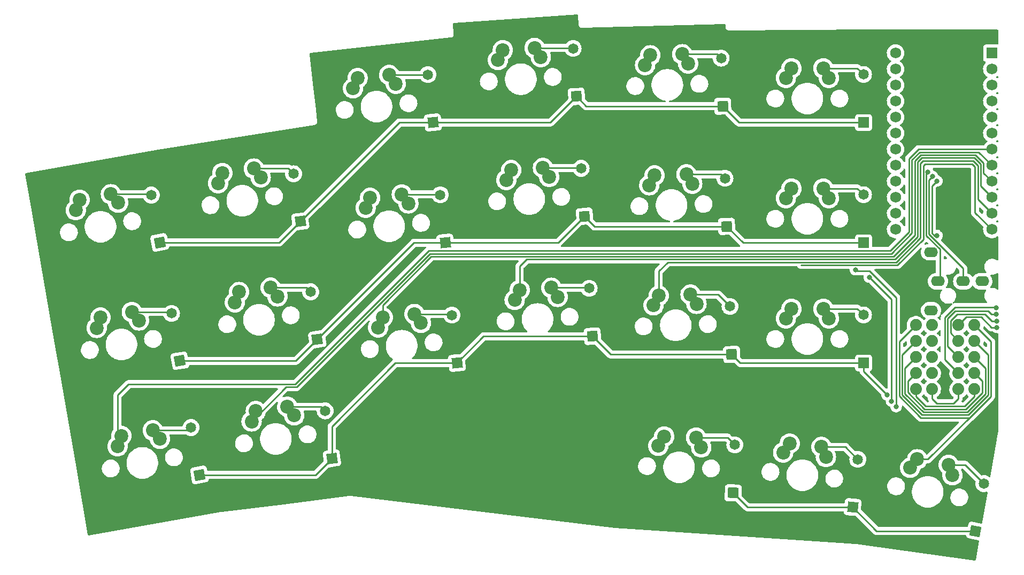
<source format=gtl>
%TF.GenerationSoftware,KiCad,Pcbnew,(6.0.0-0)*%
%TF.CreationDate,2022-01-29T19:54:47+07:00*%
%TF.ProjectId,kibod-01-mirrored,6b69626f-642d-4303-912d-6d6972726f72,rev?*%
%TF.SameCoordinates,Original*%
%TF.FileFunction,Copper,L1,Top*%
%TF.FilePolarity,Positive*%
%FSLAX46Y46*%
G04 Gerber Fmt 4.6, Leading zero omitted, Abs format (unit mm)*
G04 Created by KiCad (PCBNEW (6.0.0-0)) date 2022-01-29 19:54:47*
%MOMM*%
%LPD*%
G01*
G04 APERTURE LIST*
G04 Aperture macros list*
%AMRotRect*
0 Rectangle, with rotation*
0 The origin of the aperture is its center*
0 $1 length*
0 $2 width*
0 $3 Rotation angle, in degrees counterclockwise*
0 Add horizontal line*
21,1,$1,$2,0,0,$3*%
G04 Aperture macros list end*
%TA.AperFunction,ComponentPad*%
%ADD10RotRect,1.651000X1.651000X10.000000*%
%TD*%
%TA.AperFunction,ComponentPad*%
%ADD11C,1.651000*%
%TD*%
%TA.AperFunction,ComponentPad*%
%ADD12RotRect,1.651000X1.651000X8.000000*%
%TD*%
%TA.AperFunction,ComponentPad*%
%ADD13RotRect,1.651000X1.651000X6.000000*%
%TD*%
%TA.AperFunction,ComponentPad*%
%ADD14RotRect,1.651000X1.651000X4.000000*%
%TD*%
%TA.AperFunction,ComponentPad*%
%ADD15RotRect,1.651000X1.651000X2.000000*%
%TD*%
%TA.AperFunction,ComponentPad*%
%ADD16R,1.651000X1.651000*%
%TD*%
%TA.AperFunction,ComponentPad*%
%ADD17RotRect,1.651000X1.651000X358.000000*%
%TD*%
%TA.AperFunction,ComponentPad*%
%ADD18RotRect,1.651000X1.651000X354.000000*%
%TD*%
%TA.AperFunction,ComponentPad*%
%ADD19RotRect,1.651000X1.651000X350.000000*%
%TD*%
%TA.AperFunction,ComponentPad*%
%ADD20C,2.200000*%
%TD*%
%TA.AperFunction,ComponentPad*%
%ADD21C,1.879600*%
%TD*%
%TA.AperFunction,ComponentPad*%
%ADD22O,2.200000X1.600000*%
%TD*%
%TA.AperFunction,ComponentPad*%
%ADD23R,1.752600X1.752600*%
%TD*%
%TA.AperFunction,ComponentPad*%
%ADD24C,1.752600*%
%TD*%
%TA.AperFunction,ViaPad*%
%ADD25C,0.800000*%
%TD*%
%TA.AperFunction,Conductor*%
%ADD26C,0.250000*%
%TD*%
G04 APERTURE END LIST*
D10*
%TO.P,D-0-0,1*%
%TO.N,RL0*%
X34291111Y-52388457D03*
D11*
%TO.P,D-0-0,2*%
%TO.N,Net-(D-0-0-Pad2)*%
X32967911Y-44884221D03*
%TD*%
D12*
%TO.P,D-0-1,1*%
%TO.N,RL0*%
X56559761Y-49061067D03*
D11*
%TO.P,D-0-1,2*%
%TO.N,Net-(D-0-1-Pad2)*%
X55499261Y-41515225D03*
%TD*%
D13*
%TO.P,D-0-2,1*%
%TO.N,RL0*%
X77557764Y-33375467D03*
D11*
%TO.P,D-0-2,2*%
%TO.N,Net-(D-0-2-Pad2)*%
X76761258Y-25797211D03*
%TD*%
D14*
%TO.P,D-0-3,1*%
%TO.N,RL0*%
X100285283Y-29251659D03*
D11*
%TO.P,D-0-3,2*%
%TO.N,Net-(D-0-3-Pad2)*%
X99753739Y-21650221D03*
%TD*%
D15*
%TO.P,D-0-4,1*%
%TO.N,RL0*%
X123462478Y-30800167D03*
D11*
%TO.P,D-0-4,2*%
%TO.N,Net-(D-0-4-Pad2)*%
X123196544Y-23184809D03*
%TD*%
D16*
%TO.P,D-0-5,1*%
%TO.N,RL0*%
X145739511Y-33396339D03*
D11*
%TO.P,D-0-5,2*%
%TO.N,Net-(D-0-5-Pad2)*%
X145739511Y-25776339D03*
%TD*%
D10*
%TO.P,D-1-0,1*%
%TO.N,RL1*%
X37491111Y-71136787D03*
D11*
%TO.P,D-1-0,2*%
%TO.N,Net-(D-1-0-Pad2)*%
X36167911Y-63632551D03*
%TD*%
D12*
%TO.P,D-1-1,1*%
%TO.N,RL1*%
X59259761Y-67748925D03*
D11*
%TO.P,D-1-1,2*%
%TO.N,Net-(D-1-1-Pad2)*%
X58199261Y-60203083D03*
%TD*%
D13*
%TO.P,D-1-2,1*%
%TO.N,RL1*%
X79527764Y-52425467D03*
D11*
%TO.P,D-1-2,2*%
%TO.N,Net-(D-1-2-Pad2)*%
X78731258Y-44847211D03*
%TD*%
D14*
%TO.P,D-1-3,1*%
%TO.N,RL1*%
X101555283Y-48255254D03*
D11*
%TO.P,D-1-3,2*%
%TO.N,Net-(D-1-3-Pad2)*%
X101023739Y-40653816D03*
%TD*%
D15*
%TO.P,D-1-4,1*%
%TO.N,RL1*%
X124062478Y-49838563D03*
D11*
%TO.P,D-1-4,2*%
%TO.N,Net-(D-1-4-Pad2)*%
X123796544Y-42223205D03*
%TD*%
D16*
%TO.P,D-1-5,1*%
%TO.N,RL1*%
X145739511Y-52446339D03*
D11*
%TO.P,D-1-5,2*%
%TO.N,Net-(D-1-5-Pad2)*%
X145739511Y-44826339D03*
%TD*%
D10*
%TO.P,D-2-0,1*%
%TO.N,RL2*%
X40591111Y-89218457D03*
D11*
%TO.P,D-2-0,2*%
%TO.N,Net-(D-2-0-Pad2)*%
X39267911Y-81714221D03*
%TD*%
D12*
%TO.P,D-2-1,1*%
%TO.N,RL2*%
X61559761Y-86613532D03*
D11*
%TO.P,D-2-1,2*%
%TO.N,Net-(D-2-1-Pad2)*%
X60499261Y-79067690D03*
%TD*%
D13*
%TO.P,D-2-2,1*%
%TO.N,RL2*%
X81367764Y-71475467D03*
D11*
%TO.P,D-2-2,2*%
%TO.N,Net-(D-2-2-Pad2)*%
X80571258Y-63897211D03*
%TD*%
D14*
%TO.P,D-2-3,1*%
%TO.N,RL2*%
X102825283Y-67258849D03*
D11*
%TO.P,D-2-3,2*%
%TO.N,Net-(D-2-3-Pad2)*%
X102293739Y-59657411D03*
%TD*%
D15*
%TO.P,D-2-4,1*%
%TO.N,RL2*%
X124862478Y-70146184D03*
D11*
%TO.P,D-2-4,2*%
%TO.N,Net-(D-2-4-Pad2)*%
X124596544Y-62530826D03*
%TD*%
D16*
%TO.P,D-2-5,1*%
%TO.N,RL2*%
X145739511Y-71496339D03*
D11*
%TO.P,D-2-5,2*%
%TO.N,Net-(D-2-5-Pad2)*%
X145739511Y-63876339D03*
%TD*%
D17*
%TO.P,D-3-3,1*%
%TO.N,RL3*%
X125096544Y-92079952D03*
D11*
%TO.P,D-3-3,2*%
%TO.N,Net-(D-3-3-Pad2)*%
X125362478Y-84464594D03*
%TD*%
D18*
%TO.P,D-3-4,1*%
%TO.N,RL3*%
X144031258Y-94335467D03*
D11*
%TO.P,D-3-4,2*%
%TO.N,Net-(D-3-4-Pad2)*%
X144827764Y-86757211D03*
%TD*%
D19*
%TO.P,D-3-5,1*%
%TO.N,RL3*%
X163467911Y-98108457D03*
D11*
%TO.P,D-3-5,2*%
%TO.N,Net-(D-3-5-Pad2)*%
X164791111Y-90604221D03*
%TD*%
D20*
%TO.P,K-0-0,1*%
%TO.N,CL0*%
X21617314Y-45626703D03*
X21009704Y-47277290D03*
%TO.P,K-0-0,2*%
%TO.N,Net-(D-0-0-Pad2)*%
X27716245Y-46094746D03*
X26580745Y-44751516D03*
%TD*%
%TO.P,K-0-1,1*%
%TO.N,CL1*%
X43547485Y-43013218D03*
X44212329Y-41384842D03*
%TO.P,K-0-1,2*%
%TO.N,Net-(D-0-1-Pad2)*%
X49203280Y-40683410D03*
X50291211Y-42065449D03*
%TD*%
%TO.P,K-0-2,1*%
%TO.N,CL2*%
X64906876Y-27968547D03*
X65628144Y-26364366D03*
%TO.P,K-0-2,2*%
%TO.N,Net-(D-0-2-Pad2)*%
X71679570Y-27256708D03*
X70640535Y-25837542D03*
%TD*%
%TO.P,K-0-3,1*%
%TO.N,CL3*%
X88626514Y-21915246D03*
X87849700Y-23493277D03*
%TO.P,K-0-3,2*%
%TO.N,Net-(D-0-3-Pad2)*%
X94643111Y-23018236D03*
X93654237Y-21563673D03*
%TD*%
%TO.P,K-0-4,1*%
%TO.N,CL4*%
X111155994Y-24284461D03*
X111987408Y-22734501D03*
%TO.P,K-0-4,2*%
%TO.N,Net-(D-0-4-Pad2)*%
X117024337Y-22558607D03*
X117961845Y-24046795D03*
%TD*%
%TO.P,K-0-5,1*%
%TO.N,CL5*%
X133444511Y-26316339D03*
X134329511Y-24796339D03*
%TO.P,K-0-5,2*%
%TO.N,Net-(D-0-5-Pad2)*%
X140254511Y-26316339D03*
X139369511Y-24796339D03*
%TD*%
%TO.P,K-1-0,1*%
%TO.N,CL0*%
X24925311Y-64275934D03*
X24317701Y-65926521D03*
%TO.P,K-1-0,2*%
%TO.N,Net-(D-1-0-Pad2)*%
X29888742Y-63400747D03*
X31024242Y-64743977D03*
%TD*%
%TO.P,K-1-1,1*%
%TO.N,CL1*%
X46198730Y-61877824D03*
X46863574Y-60249448D03*
%TO.P,K-1-1,2*%
%TO.N,Net-(D-1-1-Pad2)*%
X51854525Y-59548016D03*
X52942456Y-60930055D03*
%TD*%
%TO.P,K-1-2,1*%
%TO.N,CL2*%
X67619409Y-45310009D03*
X66898141Y-46914190D03*
%TO.P,K-1-2,2*%
%TO.N,Net-(D-1-2-Pad2)*%
X72631800Y-44783185D03*
X73670835Y-46202351D03*
%TD*%
%TO.P,K-1-3,1*%
%TO.N,CL3*%
X89955374Y-40918840D03*
X89178560Y-42496871D03*
%TO.P,K-1-3,2*%
%TO.N,Net-(D-1-3-Pad2)*%
X94983097Y-40567267D03*
X95971971Y-42021830D03*
%TD*%
%TO.P,K-1-4,1*%
%TO.N,CL4*%
X111820829Y-43322856D03*
X112652243Y-41772896D03*
%TO.P,K-1-4,2*%
%TO.N,Net-(D-1-4-Pad2)*%
X117689172Y-41597002D03*
X118626680Y-43085190D03*
%TD*%
%TO.P,K-1-5,1*%
%TO.N,CL5*%
X134329511Y-43846339D03*
X133444511Y-45366339D03*
%TO.P,K-1-5,2*%
%TO.N,Net-(D-1-5-Pad2)*%
X139369511Y-43846339D03*
X140254511Y-45366339D03*
%TD*%
%TO.P,K-2-0,1*%
%TO.N,CL0*%
X28233309Y-83036522D03*
X27625699Y-84687109D03*
%TO.P,K-2-0,2*%
%TO.N,Net-(D-2-0-Pad2)*%
X34332240Y-83504565D03*
X33196740Y-82161335D03*
%TD*%
%TO.P,K-2-1,1*%
%TO.N,CL1*%
X49514824Y-79114055D03*
X48849980Y-80742431D03*
%TO.P,K-2-1,2*%
%TO.N,Net-(D-2-1-Pad2)*%
X54505775Y-78412623D03*
X55593706Y-79794662D03*
%TD*%
%TO.P,K-2-2,1*%
%TO.N,CL2*%
X68889409Y-65859830D03*
X69610677Y-64255649D03*
%TO.P,K-2-2,2*%
%TO.N,Net-(D-2-2-Pad2)*%
X75662103Y-65147991D03*
X74623068Y-63728825D03*
%TD*%
%TO.P,K-2-3,1*%
%TO.N,CL3*%
X90507421Y-61500467D03*
X91284235Y-59922436D03*
%TO.P,K-2-3,2*%
%TO.N,Net-(D-2-3-Pad2)*%
X96311958Y-59570863D03*
X97300832Y-61025426D03*
%TD*%
%TO.P,K-2-4,1*%
%TO.N,CL4*%
X112485664Y-62361251D03*
X113317078Y-60811291D03*
%TO.P,K-2-4,2*%
%TO.N,Net-(D-2-4-Pad2)*%
X118354007Y-60635397D03*
X119291515Y-62123585D03*
%TD*%
%TO.P,K-2-5,1*%
%TO.N,CL5*%
X133444511Y-64416339D03*
X134329511Y-62896339D03*
%TO.P,K-2-5,2*%
%TO.N,Net-(D-2-5-Pad2)*%
X140254511Y-64416339D03*
X139369511Y-62896339D03*
%TD*%
%TO.P,K-3-3,1*%
%TO.N,CL3*%
X114178988Y-83131310D03*
X113241480Y-84619498D03*
%TO.P,K-3-3,2*%
%TO.N,Net-(D-3-3-Pad2)*%
X120047331Y-84857164D03*
X119215917Y-83307204D03*
%TD*%
%TO.P,K-3-4,1*%
%TO.N,CL4*%
X134051290Y-84249167D03*
X133012255Y-85668333D03*
%TO.P,K-3-4,2*%
%TO.N,Net-(D-3-4-Pad2)*%
X139784949Y-86380172D03*
X139063681Y-84775991D03*
%TD*%
%TO.P,K-3-5,1*%
%TO.N,CL5*%
X153114070Y-88092149D03*
X154249570Y-86748919D03*
%TO.P,K-3-5,2*%
%TO.N,Net-(D-3-5-Pad2)*%
X159213001Y-87624106D03*
X159820611Y-89274693D03*
%TD*%
D21*
%TO.P,J1,1,Pin_1*%
%TO.N,CL5*%
X154019911Y-65488570D03*
%TO.P,J1,2,Pin_2*%
%TO.N,RC3*%
X156559911Y-65488570D03*
%TO.P,J1,3,Pin_3*%
%TO.N,CL4*%
X154019911Y-68028570D03*
%TO.P,J1,4,Pin_4*%
%TO.N,RC2*%
X156559911Y-68028570D03*
%TO.P,J1,5,Pin_5*%
%TO.N,CL3*%
X154019911Y-70568570D03*
%TO.P,J1,6,Pin_6*%
%TO.N,RC1*%
X156559911Y-70568570D03*
%TO.P,J1,7,Pin_7*%
%TO.N,CL2*%
X154019911Y-73108570D03*
%TO.P,J1,8,Pin_8*%
%TO.N,RC0*%
X156559911Y-73108570D03*
%TO.P,J1,9,Pin_9*%
%TO.N,CL1*%
X154019911Y-75648570D03*
%TO.P,J1,10,Pin_10*%
%TO.N,CL0*%
X156559911Y-75648570D03*
%TD*%
D22*
%TO.P,U2,1,SLEEVE*%
%TO.N,SDA*%
X156425111Y-53942339D03*
X156425111Y-63142339D03*
%TO.P,U2,2,TIP*%
%TO.N,VCC*%
X157525111Y-58542339D03*
%TO.P,U2,3,RING1*%
%TO.N,GND*%
X161525111Y-58542339D03*
%TO.P,U2,4,RING2*%
%TO.N,unconnected-(U2-Pad4)*%
X164525111Y-58542339D03*
%TD*%
D23*
%TO.P,U1,1,TX*%
%TO.N,unconnected-(U1-Pad1)*%
X166059511Y-22386339D03*
D24*
%TO.P,U1,2,RX*%
%TO.N,unconnected-(U1-Pad2)*%
X166059511Y-24926339D03*
%TO.P,U1,3,GND*%
%TO.N,GND*%
X166059511Y-27466339D03*
%TO.P,U1,4,GND*%
X166059511Y-30006339D03*
%TO.P,U1,5,SDA*%
%TO.N,SDA*%
X166059511Y-32546339D03*
%TO.P,U1,6,SCL*%
%TO.N,unconnected-(U1-Pad6)*%
X166059511Y-35086339D03*
%TO.P,U1,7,D4*%
%TO.N,CL0*%
X166059511Y-37626339D03*
%TO.P,U1,8,C6*%
%TO.N,CL1*%
X166059511Y-40166339D03*
%TO.P,U1,9,D7*%
%TO.N,CL2*%
X166059511Y-42706339D03*
%TO.P,U1,10,E6*%
%TO.N,CL3*%
X166059511Y-45246339D03*
%TO.P,U1,11,B4*%
%TO.N,CL4*%
X166059511Y-47786339D03*
%TO.P,U1,12,B5*%
%TO.N,CL5*%
X166059511Y-50326339D03*
%TO.P,U1,13,B6*%
%TO.N,RC3*%
X150819511Y-50326339D03*
%TO.P,U1,14,B2*%
%TO.N,RC2*%
X150819511Y-47786339D03*
%TO.P,U1,15,B3*%
%TO.N,RC1*%
X150819511Y-45246339D03*
%TO.P,U1,16,B1*%
%TO.N,RC0*%
X150819511Y-42706339D03*
%TO.P,U1,17,F7*%
%TO.N,RL3*%
X150819511Y-40166339D03*
%TO.P,U1,18,F6*%
%TO.N,RL2*%
X150819511Y-37626339D03*
%TO.P,U1,19,F5*%
%TO.N,RL1*%
X150819511Y-35086339D03*
%TO.P,U1,20,F4*%
%TO.N,RL0*%
X150819511Y-32546339D03*
%TO.P,U1,21,VCC*%
%TO.N,VCC*%
X150819511Y-30006339D03*
%TO.P,U1,22,RST*%
%TO.N,unconnected-(U1-Pad22)*%
X150819511Y-27466339D03*
%TO.P,U1,23,GND*%
%TO.N,GND*%
X150819511Y-24926339D03*
%TO.P,U1,24,RAW*%
%TO.N,unconnected-(U1-Pad24)*%
X150819511Y-22386339D03*
%TD*%
D21*
%TO.P,J2,1,Pin_1*%
%TO.N,CL5*%
X163316311Y-65488570D03*
%TO.P,J2,2,Pin_2*%
%TO.N,RL3*%
X160776311Y-65488570D03*
%TO.P,J2,3,Pin_3*%
%TO.N,CL4*%
X163316311Y-68028570D03*
%TO.P,J2,4,Pin_4*%
%TO.N,RL2*%
X160776311Y-68028570D03*
%TO.P,J2,5,Pin_5*%
%TO.N,CL3*%
X163316311Y-70568570D03*
%TO.P,J2,6,Pin_6*%
%TO.N,RL1*%
X160776311Y-70568570D03*
%TO.P,J2,7,Pin_7*%
%TO.N,CL2*%
X163316311Y-73108570D03*
%TO.P,J2,8,Pin_8*%
%TO.N,RL0*%
X160776311Y-73108570D03*
%TO.P,J2,9,Pin_9*%
%TO.N,CL1*%
X163316311Y-75648570D03*
%TO.P,J2,10,Pin_10*%
%TO.N,CL0*%
X160776311Y-75648570D03*
%TD*%
D25*
%TO.N,RL0*%
X166719911Y-62758739D03*
X150900324Y-78405139D03*
X144469511Y-56713539D03*
%TO.N,GND*%
X156645967Y-41937393D03*
%TO.N,SDA*%
X157365174Y-51283091D03*
X157352722Y-42644148D03*
%TO.N,VCC*%
X155939212Y-41230638D03*
%TO.N,RL1*%
X150175824Y-77541539D03*
X166770711Y-63774739D03*
X146653911Y-57881939D03*
%TO.N,RL2*%
X149451324Y-76522126D03*
X166821511Y-64841539D03*
%TO.N,RL3*%
X166872311Y-65857539D03*
%TD*%
D26*
%TO.N,Net-(D-1-0-Pad2)*%
X29888742Y-63400747D02*
X35936107Y-63400747D01*
%TO.N,Net-(D-1-1-Pad2)*%
X51854525Y-59548016D02*
X57544194Y-59548016D01*
X57544194Y-59548016D02*
X58199261Y-60203083D01*
%TO.N,Net-(D-1-2-Pad2)*%
X72631800Y-44783185D02*
X78667232Y-44783185D01*
%TO.N,Net-(D-1-3-Pad2)*%
X94983097Y-40567267D02*
X100937190Y-40567267D01*
%TO.N,Net-(D-1-4-Pad2)*%
X117689172Y-41597002D02*
X123170341Y-41597002D01*
X123170341Y-41597002D02*
X123796544Y-42223205D01*
%TO.N,Net-(D-1-5-Pad2)*%
X139369511Y-43846339D02*
X144759511Y-43846339D01*
X144759511Y-43846339D02*
X145739511Y-44826339D01*
%TO.N,Net-(D-2-0-Pad2)*%
X33196740Y-82161335D02*
X38820797Y-82161335D01*
%TO.N,Net-(D-2-1-Pad2)*%
X59844194Y-78412623D02*
X60499261Y-79067690D01*
X54505775Y-78412623D02*
X59844194Y-78412623D01*
%TO.N,Net-(D-2-2-Pad2)*%
X74623068Y-63728825D02*
X80402872Y-63728825D01*
%TO.N,Net-(D-2-3-Pad2)*%
X96311958Y-59570863D02*
X102207191Y-59570863D01*
%TO.N,Net-(D-2-4-Pad2)*%
X122701115Y-60635397D02*
X124596544Y-62530826D01*
X118354007Y-60635397D02*
X122701115Y-60635397D01*
%TO.N,Net-(D-2-5-Pad2)*%
X139369511Y-62896339D02*
X144759511Y-62896339D01*
X144759511Y-62896339D02*
X145739511Y-63876339D01*
%TO.N,Net-(D-3-3-Pad2)*%
X119215917Y-83307204D02*
X124205088Y-83307204D01*
X124205088Y-83307204D02*
X125362478Y-84464594D01*
%TO.N,Net-(D-3-4-Pad2)*%
X142846544Y-84775991D02*
X144827764Y-86757211D01*
X139063681Y-84775991D02*
X142846544Y-84775991D01*
%TO.N,Net-(D-3-5-Pad2)*%
X159213001Y-87624106D02*
X161810996Y-87624106D01*
X161810996Y-87624106D02*
X164791111Y-90604221D01*
%TO.N,RL0*%
X53232371Y-52388457D02*
X56559761Y-49061067D01*
X146713325Y-56916739D02*
X144672711Y-56916739D01*
X158612960Y-70945219D02*
X160776311Y-73108570D01*
X126058650Y-33396339D02*
X123462478Y-30800167D01*
X126058650Y-33396339D02*
X145739511Y-33396339D01*
X166618311Y-62657139D02*
X166719911Y-62758739D01*
X150900324Y-78405139D02*
X150900324Y-61103738D01*
X101833791Y-30800167D02*
X123462478Y-30800167D01*
X77557764Y-33375467D02*
X96161475Y-33375467D01*
X160191393Y-62657139D02*
X158612960Y-64235572D01*
X72245361Y-33375467D02*
X56559761Y-49061067D01*
X96161475Y-33375467D02*
X100285283Y-29251659D01*
X77557764Y-33375467D02*
X72245361Y-33375467D01*
X158612960Y-64235572D02*
X158612960Y-70945219D01*
X34291111Y-52388457D02*
X53232371Y-52388457D01*
X100285283Y-29251659D02*
X101833791Y-30800167D01*
X150900324Y-61103738D02*
X146713325Y-56916739D01*
X160191393Y-62657139D02*
X166618311Y-62657139D01*
X144672711Y-56916739D02*
X144469511Y-56713539D01*
%TO.N,GND*%
X156107431Y-42475929D02*
X156645967Y-41937393D01*
X156107431Y-51079459D02*
X156107431Y-42475929D01*
X161525111Y-56497139D02*
X156107431Y-51079459D01*
X161525111Y-58542339D02*
X161525111Y-56497139D01*
%TO.N,SDA*%
X156556951Y-50893261D02*
X156556951Y-43439919D01*
X156556951Y-43439919D02*
X157352722Y-42644148D01*
X156946781Y-51283091D02*
X156556951Y-50893261D01*
X157365174Y-51283091D02*
X156946781Y-51283091D01*
%TO.N,VCC*%
X155657911Y-51284828D02*
X157849631Y-53476548D01*
X155657911Y-41511939D02*
X155939212Y-41230638D01*
X155657911Y-51284828D02*
X155657911Y-41511939D01*
X157849631Y-58217819D02*
X157849631Y-53476548D01*
%TO.N,RL1*%
X103138592Y-49838563D02*
X124062478Y-49838563D01*
X160776311Y-70568570D02*
X159062480Y-68854739D01*
X150175824Y-61403852D02*
X146653911Y-57881939D01*
X37491111Y-71136787D02*
X55871899Y-71136787D01*
X160217511Y-63266739D02*
X165471390Y-63266739D01*
X79527764Y-52425467D02*
X97385070Y-52425467D01*
X124062478Y-49838563D02*
X126670254Y-52446339D01*
X166740776Y-63804674D02*
X166770711Y-63774739D01*
X166009325Y-63804674D02*
X166740776Y-63804674D01*
X59259761Y-67748925D02*
X74583219Y-52425467D01*
X126670254Y-52446339D02*
X145739511Y-52446339D01*
X97385070Y-52425467D02*
X101555283Y-48255254D01*
X159062480Y-68854739D02*
X159062480Y-64421770D01*
X55871899Y-71136787D02*
X59259761Y-67748925D01*
X101555283Y-48255254D02*
X103138592Y-49838563D01*
X159062480Y-64421770D02*
X160217511Y-63266739D01*
X74583219Y-52425467D02*
X79527764Y-52425467D01*
X165471390Y-63266739D02*
X166009325Y-63804674D01*
X150175824Y-77541539D02*
X150175824Y-61403852D01*
%TO.N,RL2*%
X159512000Y-66764259D02*
X159512000Y-64807741D01*
X159512000Y-64807741D02*
X160545002Y-63774739D01*
X166804568Y-64858482D02*
X166821511Y-64841539D01*
X40591111Y-89218457D02*
X58954836Y-89218457D01*
X61559761Y-86613532D02*
X61559761Y-81521101D01*
X164954791Y-63774739D02*
X166038534Y-64858482D01*
X71605395Y-71475467D02*
X81367764Y-71475467D01*
X145739511Y-72810313D02*
X145739511Y-71496339D01*
X160545002Y-63774739D02*
X164954791Y-63774739D01*
X61559761Y-81521101D02*
X71605395Y-71475467D01*
X105712618Y-70146184D02*
X102825283Y-67258849D01*
X145739511Y-71496339D02*
X126212633Y-71496339D01*
X102825283Y-67258849D02*
X85584382Y-67258849D01*
X160776311Y-68028570D02*
X159512000Y-66764259D01*
X166038534Y-64858482D02*
X166804568Y-64858482D01*
X58954836Y-89218457D02*
X61559761Y-86613532D01*
X149451324Y-76522126D02*
X145739511Y-72810313D01*
X124862478Y-70146184D02*
X105712618Y-70146184D01*
X126212633Y-71496339D02*
X124862478Y-70146184D01*
X85584382Y-67258849D02*
X81367764Y-71475467D01*
%TO.N,RL3*%
X162040622Y-64224259D02*
X164375431Y-64224259D01*
X144031258Y-94335467D02*
X127352059Y-94335467D01*
X164375431Y-64224259D02*
X166008711Y-65857539D01*
X163467911Y-98108457D02*
X147804248Y-98108457D01*
X127352059Y-94335467D02*
X125096544Y-92079952D01*
X147804248Y-98108457D02*
X144031258Y-94335467D01*
X160776311Y-65488570D02*
X162040622Y-64224259D01*
X166008711Y-65857539D02*
X166872311Y-65857539D01*
%TO.N,CL0*%
X149969511Y-53716339D02*
X76912160Y-53716340D01*
X152953111Y-39113139D02*
X152953111Y-50732739D01*
X157329591Y-77891450D02*
X160006631Y-77891450D01*
X29356240Y-74849610D02*
X55240810Y-74849610D01*
X27625699Y-76580151D02*
X29356240Y-74849610D01*
X55778400Y-74850100D02*
X55241300Y-74850100D01*
X27625699Y-84687109D02*
X27625699Y-76580151D01*
X156559911Y-75648570D02*
X156559911Y-77121770D01*
X154439911Y-37626339D02*
X152953111Y-39113139D01*
X156559911Y-77121770D02*
X157329591Y-77891450D01*
X160776311Y-77121770D02*
X160776311Y-75648570D01*
X160006631Y-77891450D02*
X160776311Y-77121770D01*
X166059511Y-37626339D02*
X154439911Y-37626339D01*
X152953111Y-50732739D02*
X149969511Y-53716339D01*
X76912160Y-53716340D02*
X55778400Y-74850100D01*
X55241300Y-74850100D02*
X55240810Y-74849610D01*
%TO.N,CL1*%
X153410311Y-39291657D02*
X154626109Y-38075859D01*
X155560022Y-78340970D02*
X161776200Y-78340970D01*
X163969031Y-38075859D02*
X166059511Y-40166339D01*
X77098358Y-54165860D02*
X78473399Y-54165860D01*
X54292792Y-75299620D02*
X55964598Y-75299620D01*
X78473399Y-54165860D02*
X78473888Y-54166349D01*
X154626109Y-38075859D02*
X163969031Y-38075859D01*
X154019911Y-75648570D02*
X154019911Y-76800858D01*
X55964598Y-75299620D02*
X77098358Y-54165860D01*
X153410311Y-50911949D02*
X153410311Y-39291657D01*
X161776200Y-78340970D02*
X163316311Y-76800859D01*
X163316311Y-76800859D02*
X163316311Y-75648570D01*
X78473888Y-54166349D02*
X150155911Y-54166349D01*
X150155911Y-54166349D02*
X153410311Y-50911949D01*
X48849980Y-80742431D02*
X54292792Y-75299620D01*
X154019911Y-76800858D02*
X155560022Y-78340970D01*
%TO.N,CL2*%
X69610677Y-62289259D02*
X69610677Y-64255649D01*
X77283577Y-54616359D02*
X150449531Y-54616359D01*
X153859831Y-51206059D02*
X153859831Y-39477855D01*
X164580622Y-74372881D02*
X164580622Y-76172266D01*
X68889409Y-65859830D02*
X68889409Y-64526441D01*
X154812307Y-38525379D02*
X163468711Y-38525379D01*
X164738711Y-41385539D02*
X166059511Y-42706339D01*
X164738711Y-39795379D02*
X164738711Y-41385539D01*
X163316311Y-73108570D02*
X164580622Y-74372881D01*
X152749911Y-76166577D02*
X152749911Y-74378570D01*
X164580622Y-76172266D02*
X161954718Y-78798170D01*
X161954718Y-78798170D02*
X155381504Y-78798170D01*
X77283577Y-54616359D02*
X69610677Y-62289259D01*
X152749911Y-74378570D02*
X154019911Y-73108570D01*
X163468711Y-38525379D02*
X164738711Y-39795379D01*
X150449531Y-54616359D02*
X153859831Y-51206059D01*
X153859831Y-39477855D02*
X154812307Y-38525379D01*
X155381504Y-78798170D02*
X152749911Y-76166577D01*
%TO.N,CL3*%
X91284235Y-56181645D02*
X92399511Y-55066369D01*
X91284235Y-59922436D02*
X91284235Y-56181645D01*
X155202986Y-79255370D02*
X152300391Y-76352774D01*
X152300391Y-72288090D02*
X154019911Y-70568570D01*
X165030142Y-72282401D02*
X165030142Y-76358464D01*
X163256071Y-38974899D02*
X164289191Y-40008019D01*
X164289191Y-40008019D02*
X164289191Y-43476019D01*
X154309351Y-51496499D02*
X154309351Y-39664053D01*
X154998505Y-38974899D02*
X163256071Y-38974899D01*
X150739481Y-55066369D02*
X154309351Y-51496499D01*
X163316311Y-70568570D02*
X165030142Y-72282401D01*
X154309351Y-39664053D02*
X154998505Y-38974899D01*
X164289191Y-43476019D02*
X166059511Y-45246339D01*
X162133236Y-79255370D02*
X155202986Y-79255370D01*
X92399511Y-55066369D02*
X150739481Y-55066369D01*
X152300391Y-76352774D02*
X152300391Y-72288090D01*
X165030142Y-76358464D02*
X162133236Y-79255370D01*
%TO.N,CL4*%
X151850871Y-76538972D02*
X151850871Y-70197610D01*
X155016789Y-79704890D02*
X151850871Y-76538972D01*
X151850871Y-70197610D02*
X154019911Y-68028570D01*
X114729471Y-55516379D02*
X150925881Y-55516379D01*
X154758871Y-51683389D02*
X154758871Y-39850251D01*
X165479662Y-76584019D02*
X162358791Y-79704890D01*
X113317078Y-56928772D02*
X114729471Y-55516379D01*
X165479662Y-70191921D02*
X165479662Y-76584019D01*
X154758871Y-39850251D02*
X155184703Y-39424419D01*
X162358791Y-79704890D02*
X155016789Y-79704890D01*
X163839671Y-40194217D02*
X163839671Y-45566499D01*
X163069873Y-39424419D02*
X163839671Y-40194217D01*
X163839671Y-45566499D02*
X166059511Y-47786339D01*
X163316311Y-68028570D02*
X165479662Y-70191921D01*
X155184703Y-39424419D02*
X163069873Y-39424419D01*
X150925881Y-55516379D02*
X154758871Y-51683389D01*
X113317078Y-60811291D02*
X113317078Y-56928772D01*
%TO.N,CL5*%
X163390151Y-40380415D02*
X163390151Y-47656979D01*
X154249570Y-86748919D02*
X155950479Y-86748919D01*
X162929499Y-79769899D02*
X162544988Y-80154410D01*
X154830592Y-80154410D02*
X151401351Y-76725169D01*
X151401351Y-68107130D02*
X154019911Y-65488570D01*
X155503151Y-39959579D02*
X162969315Y-39959579D01*
X162544988Y-80154410D02*
X154830592Y-80154410D01*
X151401351Y-76725169D02*
X151401351Y-68107130D01*
X163316311Y-65488570D02*
X165929182Y-68101441D01*
X165929182Y-76770216D02*
X162929499Y-79769899D01*
X135869461Y-55966389D02*
X151112281Y-55966389D01*
X155950479Y-86748919D02*
X162929499Y-79769899D01*
X155208391Y-51870279D02*
X155208391Y-40254339D01*
X163390151Y-47656979D02*
X166059511Y-50326339D01*
X162969315Y-39959579D02*
X163390151Y-40380415D01*
X151112281Y-55966389D02*
X155208391Y-51870279D01*
X165929182Y-68101441D02*
X165929182Y-76770216D01*
X155208391Y-40254339D02*
X155503151Y-39959579D01*
%TO.N,Net-(D-0-0-Pad2)*%
X26580745Y-44751516D02*
X32835206Y-44751516D01*
%TO.N,Net-(D-0-1-Pad2)*%
X49203280Y-40683410D02*
X54667446Y-40683410D01*
X54667446Y-40683410D02*
X55499261Y-41515225D01*
%TO.N,Net-(D-0-2-Pad2)*%
X70640535Y-25837542D02*
X76720927Y-25837542D01*
%TO.N,Net-(D-0-3-Pad2)*%
X93654237Y-21563673D02*
X99667191Y-21563673D01*
%TO.N,Net-(D-0-4-Pad2)*%
X122570342Y-22558607D02*
X123196544Y-23184809D01*
X117024337Y-22558607D02*
X122570342Y-22558607D01*
%TO.N,Net-(D-0-5-Pad2)*%
X139369511Y-24796339D02*
X144759511Y-24796339D01*
X144759511Y-24796339D02*
X145739511Y-25776339D01*
%TD*%
%TA.AperFunction,NonConductor*%
G36*
X167012425Y-26038186D02*
G01*
X167061459Y-26089530D01*
X167075511Y-26147355D01*
X167075511Y-26243991D01*
X167055509Y-26312112D01*
X167001853Y-26358605D01*
X166931579Y-26368709D01*
X166871419Y-26342873D01*
X166862170Y-26335568D01*
X166828474Y-26308957D01*
X166821846Y-26305298D01*
X166821162Y-26304608D01*
X166819642Y-26303598D01*
X166819850Y-26303284D01*
X166771874Y-26254872D01*
X166757096Y-26185430D01*
X166782207Y-26119023D01*
X166809565Y-26092408D01*
X166876343Y-26044776D01*
X166943416Y-26021502D01*
X167012425Y-26038186D01*
G37*
%TD.AperFunction*%
%TA.AperFunction,NonConductor*%
G36*
X167012425Y-28578186D02*
G01*
X167061459Y-28629530D01*
X167075511Y-28687355D01*
X167075511Y-28783991D01*
X167055509Y-28852112D01*
X167001853Y-28898605D01*
X166931579Y-28908709D01*
X166871419Y-28882873D01*
X166855350Y-28870182D01*
X166828474Y-28848957D01*
X166821846Y-28845298D01*
X166821162Y-28844608D01*
X166819642Y-28843598D01*
X166819850Y-28843284D01*
X166771874Y-28794872D01*
X166757096Y-28725430D01*
X166782207Y-28659023D01*
X166809565Y-28632408D01*
X166876343Y-28584776D01*
X166943416Y-28561502D01*
X167012425Y-28578186D01*
G37*
%TD.AperFunction*%
%TA.AperFunction,NonConductor*%
G36*
X167012425Y-31118186D02*
G01*
X167061459Y-31169530D01*
X167075511Y-31227355D01*
X167075511Y-31323991D01*
X167055509Y-31392112D01*
X167001853Y-31438605D01*
X166931579Y-31448709D01*
X166871419Y-31422873D01*
X166871165Y-31422672D01*
X166828474Y-31388957D01*
X166821846Y-31385298D01*
X166821162Y-31384608D01*
X166819642Y-31383598D01*
X166819850Y-31383284D01*
X166771874Y-31334872D01*
X166757096Y-31265430D01*
X166782207Y-31199023D01*
X166809565Y-31172408D01*
X166876343Y-31124776D01*
X166943416Y-31101502D01*
X167012425Y-31118186D01*
G37*
%TD.AperFunction*%
%TA.AperFunction,NonConductor*%
G36*
X167012425Y-33658186D02*
G01*
X167061459Y-33709530D01*
X167075511Y-33767355D01*
X167075511Y-33863991D01*
X167055509Y-33932112D01*
X167001853Y-33978605D01*
X166931579Y-33988709D01*
X166871419Y-33962873D01*
X166869662Y-33961485D01*
X166828474Y-33928957D01*
X166821846Y-33925298D01*
X166821162Y-33924608D01*
X166819642Y-33923598D01*
X166819850Y-33923284D01*
X166771874Y-33874872D01*
X166757096Y-33805430D01*
X166782207Y-33739023D01*
X166809565Y-33712408D01*
X166876343Y-33664776D01*
X166943416Y-33641502D01*
X167012425Y-33658186D01*
G37*
%TD.AperFunction*%
%TA.AperFunction,NonConductor*%
G36*
X167012425Y-36198186D02*
G01*
X167061459Y-36249530D01*
X167075511Y-36307355D01*
X167075511Y-36403991D01*
X167055509Y-36472112D01*
X167001853Y-36518605D01*
X166931579Y-36528709D01*
X166871419Y-36502873D01*
X166832532Y-36472162D01*
X166828474Y-36468957D01*
X166821846Y-36465298D01*
X166821162Y-36464608D01*
X166819642Y-36463598D01*
X166819850Y-36463284D01*
X166771874Y-36414872D01*
X166757096Y-36345430D01*
X166782207Y-36279023D01*
X166809565Y-36252408D01*
X166876343Y-36204776D01*
X166943416Y-36181502D01*
X167012425Y-36198186D01*
G37*
%TD.AperFunction*%
%TA.AperFunction,NonConductor*%
G36*
X167012425Y-38738186D02*
G01*
X167061459Y-38789530D01*
X167075511Y-38847355D01*
X167075511Y-38943991D01*
X167055509Y-39012112D01*
X167001853Y-39058605D01*
X166931579Y-39068709D01*
X166871419Y-39042873D01*
X166869096Y-39041038D01*
X166828474Y-39008957D01*
X166821846Y-39005298D01*
X166821162Y-39004608D01*
X166819642Y-39003598D01*
X166819850Y-39003284D01*
X166771874Y-38954872D01*
X166757096Y-38885430D01*
X166782207Y-38819023D01*
X166809565Y-38792408D01*
X166876343Y-38744776D01*
X166943416Y-38721502D01*
X167012425Y-38738186D01*
G37*
%TD.AperFunction*%
%TA.AperFunction,NonConductor*%
G36*
X167012425Y-41278186D02*
G01*
X167061459Y-41329530D01*
X167075511Y-41387355D01*
X167075511Y-41483991D01*
X167055509Y-41552112D01*
X167001853Y-41598605D01*
X166931579Y-41608709D01*
X166871419Y-41582873D01*
X166857234Y-41571670D01*
X166828474Y-41548957D01*
X166821846Y-41545298D01*
X166821162Y-41544608D01*
X166819642Y-41543598D01*
X166819850Y-41543284D01*
X166771874Y-41494872D01*
X166757096Y-41425430D01*
X166782207Y-41359023D01*
X166809565Y-41332408D01*
X166876343Y-41284776D01*
X166943416Y-41261502D01*
X167012425Y-41278186D01*
G37*
%TD.AperFunction*%
%TA.AperFunction,NonConductor*%
G36*
X152264945Y-40692196D02*
G01*
X152309773Y-40747250D01*
X152319611Y-40796059D01*
X152319611Y-42077518D01*
X152299609Y-42145639D01*
X152245953Y-42192132D01*
X152175679Y-42202236D01*
X152111099Y-42172742D01*
X152078061Y-42127760D01*
X152046183Y-42054445D01*
X152046181Y-42054442D01*
X152044123Y-42049708D01*
X151933442Y-41878621D01*
X151923242Y-41862854D01*
X151923240Y-41862851D01*
X151920434Y-41858514D01*
X151767179Y-41690089D01*
X151588474Y-41548957D01*
X151581846Y-41545298D01*
X151581162Y-41544608D01*
X151579642Y-41543598D01*
X151579850Y-41543284D01*
X151531874Y-41494872D01*
X151517096Y-41425430D01*
X151542207Y-41359023D01*
X151569565Y-41332408D01*
X151712200Y-41230668D01*
X151712202Y-41230666D01*
X151716404Y-41227669D01*
X151877704Y-41066931D01*
X151880862Y-41062537D01*
X152007566Y-40886208D01*
X152010584Y-40882008D01*
X152016977Y-40869074D01*
X152059972Y-40782079D01*
X152080655Y-40740231D01*
X152128768Y-40688025D01*
X152197469Y-40670118D01*
X152264945Y-40692196D01*
G37*
%TD.AperFunction*%
%TA.AperFunction,NonConductor*%
G36*
X167012425Y-43818186D02*
G01*
X167061459Y-43869530D01*
X167075511Y-43927355D01*
X167075511Y-44023991D01*
X167055509Y-44092112D01*
X167001853Y-44138605D01*
X166931579Y-44148709D01*
X166871419Y-44122873D01*
X166855065Y-44109957D01*
X166828474Y-44088957D01*
X166821846Y-44085298D01*
X166821162Y-44084608D01*
X166819642Y-44083598D01*
X166819850Y-44083284D01*
X166771874Y-44034872D01*
X166757096Y-43965430D01*
X166782207Y-43899023D01*
X166809565Y-43872408D01*
X166876343Y-43824776D01*
X166943416Y-43801502D01*
X167012425Y-43818186D01*
G37*
%TD.AperFunction*%
%TA.AperFunction,NonConductor*%
G36*
X152264945Y-43232196D02*
G01*
X152309773Y-43287250D01*
X152319611Y-43336059D01*
X152319611Y-44617518D01*
X152299609Y-44685639D01*
X152245953Y-44732132D01*
X152175679Y-44742236D01*
X152111099Y-44712742D01*
X152078061Y-44667760D01*
X152046183Y-44594445D01*
X152046181Y-44594442D01*
X152044123Y-44589708D01*
X151960210Y-44459998D01*
X151923242Y-44402854D01*
X151923240Y-44402851D01*
X151920434Y-44398514D01*
X151767179Y-44230089D01*
X151588474Y-44088957D01*
X151581846Y-44085298D01*
X151581162Y-44084608D01*
X151579642Y-44083598D01*
X151579850Y-44083284D01*
X151531874Y-44034872D01*
X151517096Y-43965430D01*
X151542207Y-43899023D01*
X151569565Y-43872408D01*
X151712200Y-43770668D01*
X151712202Y-43770666D01*
X151716404Y-43767669D01*
X151877704Y-43606931D01*
X151882718Y-43599954D01*
X152007566Y-43426208D01*
X152010584Y-43422008D01*
X152029915Y-43382896D01*
X152057013Y-43328067D01*
X152080655Y-43280231D01*
X152128768Y-43228025D01*
X152197469Y-43210118D01*
X152264945Y-43232196D01*
G37*
%TD.AperFunction*%
%TA.AperFunction,NonConductor*%
G36*
X167012425Y-46358186D02*
G01*
X167061459Y-46409530D01*
X167075511Y-46467355D01*
X167075511Y-46563991D01*
X167055509Y-46632112D01*
X167001853Y-46678605D01*
X166931579Y-46688709D01*
X166871419Y-46662873D01*
X166856958Y-46651452D01*
X166828474Y-46628957D01*
X166821846Y-46625298D01*
X166821162Y-46624608D01*
X166819642Y-46623598D01*
X166819850Y-46623284D01*
X166771874Y-46574872D01*
X166757096Y-46505430D01*
X166782207Y-46439023D01*
X166809565Y-46412408D01*
X166876343Y-46364776D01*
X166943416Y-46341502D01*
X167012425Y-46358186D01*
G37*
%TD.AperFunction*%
%TA.AperFunction,NonConductor*%
G36*
X152264945Y-45772196D02*
G01*
X152309773Y-45827250D01*
X152319611Y-45876059D01*
X152319611Y-47157518D01*
X152299609Y-47225639D01*
X152245953Y-47272132D01*
X152175679Y-47282236D01*
X152111099Y-47252742D01*
X152078061Y-47207760D01*
X152046183Y-47134445D01*
X152046181Y-47134442D01*
X152044123Y-47129708D01*
X151957056Y-46995123D01*
X151923242Y-46942854D01*
X151923240Y-46942851D01*
X151920434Y-46938514D01*
X151767179Y-46770089D01*
X151588474Y-46628957D01*
X151581846Y-46625298D01*
X151581162Y-46624608D01*
X151579642Y-46623598D01*
X151579850Y-46623284D01*
X151531874Y-46574872D01*
X151517096Y-46505430D01*
X151542207Y-46439023D01*
X151569565Y-46412408D01*
X151712200Y-46310668D01*
X151712202Y-46310666D01*
X151716404Y-46307669D01*
X151877704Y-46146931D01*
X151895283Y-46122468D01*
X152007566Y-45966208D01*
X152010584Y-45962008D01*
X152016545Y-45949948D01*
X152058563Y-45864930D01*
X152080655Y-45820231D01*
X152128768Y-45768025D01*
X152197469Y-45750118D01*
X152264945Y-45772196D01*
G37*
%TD.AperFunction*%
%TA.AperFunction,NonConductor*%
G36*
X164232163Y-46855350D02*
G01*
X164238743Y-46861475D01*
X164467120Y-47089853D01*
X164687920Y-47310653D01*
X164721945Y-47372965D01*
X164720242Y-47433419D01*
X164707579Y-47479084D01*
X164694578Y-47525964D01*
X164686409Y-47602401D01*
X164670493Y-47751329D01*
X164643365Y-47816938D01*
X164585072Y-47857466D01*
X164514123Y-47860045D01*
X164456110Y-47827034D01*
X164364039Y-47734962D01*
X164060555Y-47431478D01*
X164026530Y-47369166D01*
X164023651Y-47342383D01*
X164023651Y-46950574D01*
X164043653Y-46882453D01*
X164097309Y-46835960D01*
X164167583Y-46825856D01*
X164232163Y-46855350D01*
G37*
%TD.AperFunction*%
%TA.AperFunction,NonConductor*%
G36*
X167012425Y-48898186D02*
G01*
X167061459Y-48949530D01*
X167075511Y-49007355D01*
X167075511Y-49103991D01*
X167055509Y-49172112D01*
X167001853Y-49218605D01*
X166931579Y-49228709D01*
X166871419Y-49202873D01*
X166869932Y-49201698D01*
X166828474Y-49168957D01*
X166821846Y-49165298D01*
X166821162Y-49164608D01*
X166819642Y-49163598D01*
X166819850Y-49163284D01*
X166771874Y-49114872D01*
X166757096Y-49045430D01*
X166782207Y-48979023D01*
X166809565Y-48952408D01*
X166876343Y-48904776D01*
X166943416Y-48881502D01*
X167012425Y-48898186D01*
G37*
%TD.AperFunction*%
%TA.AperFunction,NonConductor*%
G36*
X152264945Y-48312196D02*
G01*
X152309773Y-48367250D01*
X152319611Y-48416059D01*
X152319611Y-49697518D01*
X152299609Y-49765639D01*
X152245953Y-49812132D01*
X152175679Y-49822236D01*
X152111099Y-49792742D01*
X152078061Y-49747760D01*
X152046183Y-49674445D01*
X152046181Y-49674442D01*
X152044123Y-49669708D01*
X151937212Y-49504449D01*
X151923242Y-49482854D01*
X151923240Y-49482851D01*
X151920434Y-49478514D01*
X151767179Y-49310089D01*
X151588474Y-49168957D01*
X151581846Y-49165298D01*
X151581162Y-49164608D01*
X151579642Y-49163598D01*
X151579850Y-49163284D01*
X151531874Y-49114872D01*
X151517096Y-49045430D01*
X151542207Y-48979023D01*
X151569565Y-48952408D01*
X151712200Y-48850668D01*
X151712202Y-48850666D01*
X151716404Y-48847669D01*
X151877704Y-48686931D01*
X151889206Y-48670925D01*
X152007566Y-48506208D01*
X152010584Y-48502008D01*
X152015344Y-48492378D01*
X152050425Y-48421396D01*
X152080655Y-48360231D01*
X152128768Y-48308025D01*
X152197469Y-48290118D01*
X152264945Y-48312196D01*
G37*
%TD.AperFunction*%
%TA.AperFunction,NonConductor*%
G36*
X155767057Y-52308387D02*
G01*
X155815852Y-52338673D01*
X155923274Y-52446095D01*
X155957300Y-52508407D01*
X155952235Y-52579222D01*
X155909688Y-52636058D01*
X155866791Y-52656897D01*
X155675868Y-52708055D01*
X155670887Y-52710378D01*
X155670886Y-52710378D01*
X155556485Y-52763724D01*
X155486293Y-52774385D01*
X155421480Y-52745405D01*
X155382624Y-52685985D01*
X155382061Y-52614991D01*
X155414140Y-52560434D01*
X155600638Y-52373936D01*
X155608928Y-52366392D01*
X155615409Y-52362279D01*
X155634906Y-52341516D01*
X155696118Y-52305550D01*
X155767057Y-52308387D01*
G37*
%TD.AperFunction*%
%TA.AperFunction,NonConductor*%
G36*
X101979859Y-49582873D02*
G01*
X102008393Y-49604270D01*
X102634944Y-50230821D01*
X102642479Y-50239101D01*
X102646592Y-50245581D01*
X102683444Y-50280187D01*
X102696243Y-50292206D01*
X102699085Y-50294961D01*
X102718822Y-50314698D01*
X102722019Y-50317178D01*
X102731039Y-50324881D01*
X102763271Y-50355149D01*
X102770217Y-50358968D01*
X102770220Y-50358970D01*
X102781026Y-50364911D01*
X102797545Y-50375762D01*
X102813551Y-50388177D01*
X102820820Y-50391322D01*
X102820824Y-50391325D01*
X102854129Y-50405737D01*
X102864779Y-50410954D01*
X102903532Y-50432258D01*
X102911207Y-50434229D01*
X102911208Y-50434229D01*
X102923154Y-50437296D01*
X102941859Y-50443700D01*
X102960447Y-50451744D01*
X102968270Y-50452983D01*
X102968280Y-50452986D01*
X103004116Y-50458662D01*
X103015736Y-50461068D01*
X103050881Y-50470091D01*
X103058562Y-50472063D01*
X103078816Y-50472063D01*
X103098526Y-50473614D01*
X103118535Y-50476783D01*
X103126427Y-50476037D01*
X103162553Y-50472622D01*
X103174411Y-50472063D01*
X122628111Y-50472063D01*
X122696232Y-50492065D01*
X122742725Y-50545721D01*
X122754033Y-50593664D01*
X122759780Y-50758221D01*
X122768701Y-50820129D01*
X122771730Y-50827423D01*
X122809704Y-50918873D01*
X122824560Y-50954651D01*
X122830187Y-50961637D01*
X122870213Y-51011330D01*
X122915928Y-51068087D01*
X122923290Y-51073213D01*
X122923293Y-51073216D01*
X123022956Y-51142612D01*
X123035462Y-51151320D01*
X123043967Y-51154174D01*
X123043969Y-51154175D01*
X123166065Y-51195147D01*
X123166068Y-51195148D01*
X123173552Y-51197659D01*
X123235932Y-51202240D01*
X123239341Y-51202121D01*
X123239343Y-51202121D01*
X124431825Y-51160478D01*
X124500602Y-51178090D01*
X124525317Y-51197306D01*
X126166597Y-52838586D01*
X126174141Y-52846876D01*
X126178254Y-52853357D01*
X126184031Y-52858782D01*
X126190640Y-52864988D01*
X126226606Y-52926201D01*
X126223769Y-52997141D01*
X126183029Y-53055285D01*
X126117321Y-53082174D01*
X126104388Y-53082839D01*
X125244543Y-53082839D01*
X97931186Y-53082840D01*
X97863066Y-53062838D01*
X97816573Y-53009182D01*
X97806469Y-52938908D01*
X97834103Y-52876524D01*
X97850369Y-52856862D01*
X97858358Y-52848083D01*
X101047436Y-49659006D01*
X101109748Y-49624980D01*
X101127742Y-49622408D01*
X101910509Y-49567672D01*
X101979859Y-49582873D01*
G37*
%TD.AperFunction*%
%TA.AperFunction,NonConductor*%
G36*
X158691643Y-54560029D02*
G01*
X158698226Y-54566158D01*
X158928116Y-54796048D01*
X158962142Y-54858360D01*
X158957077Y-54929175D01*
X158914530Y-54986011D01*
X158872270Y-55006677D01*
X158781373Y-55031544D01*
X158684660Y-55058002D01*
X158679594Y-55060418D01*
X158679595Y-55060418D01*
X158663376Y-55068154D01*
X158593280Y-55079427D01*
X158528217Y-55051014D01*
X158488843Y-54991936D01*
X158483131Y-54954428D01*
X158483131Y-54655253D01*
X158503133Y-54587132D01*
X158556789Y-54540639D01*
X158627063Y-54530535D01*
X158691643Y-54560029D01*
G37*
%TD.AperFunction*%
%TA.AperFunction,NonConductor*%
G36*
X162698772Y-40613081D02*
G01*
X162745265Y-40666737D01*
X162756651Y-40719079D01*
X162756651Y-47578212D01*
X162756124Y-47589395D01*
X162754449Y-47596888D01*
X162754698Y-47604814D01*
X162754698Y-47604815D01*
X162756589Y-47664965D01*
X162756651Y-47668924D01*
X162756651Y-47696835D01*
X162757148Y-47700769D01*
X162757148Y-47700770D01*
X162757156Y-47700835D01*
X162758089Y-47712672D01*
X162759478Y-47756868D01*
X162763165Y-47769558D01*
X162765129Y-47776318D01*
X162769138Y-47795679D01*
X162770442Y-47805997D01*
X162771677Y-47815776D01*
X162774596Y-47823147D01*
X162774596Y-47823149D01*
X162787955Y-47856891D01*
X162791800Y-47868121D01*
X162799956Y-47896194D01*
X162804133Y-47910572D01*
X162808166Y-47917391D01*
X162808168Y-47917396D01*
X162814444Y-47928007D01*
X162823139Y-47945755D01*
X162830599Y-47964596D01*
X162835261Y-47971012D01*
X162835261Y-47971013D01*
X162856587Y-48000366D01*
X162863103Y-48010286D01*
X162881482Y-48041362D01*
X162885609Y-48048341D01*
X162899930Y-48062662D01*
X162912770Y-48077695D01*
X162924679Y-48094086D01*
X162937281Y-48104511D01*
X162958756Y-48122277D01*
X162967535Y-48130267D01*
X164687920Y-49850653D01*
X164721946Y-49912965D01*
X164720242Y-49973420D01*
X164695959Y-50060980D01*
X164695956Y-50060994D01*
X164694578Y-50065964D01*
X164670380Y-50292389D01*
X164670677Y-50297541D01*
X164670677Y-50297545D01*
X164674837Y-50369684D01*
X164683488Y-50519726D01*
X164684623Y-50524763D01*
X164684624Y-50524769D01*
X164727855Y-50716599D01*
X164733550Y-50741870D01*
X164735494Y-50746656D01*
X164735495Y-50746661D01*
X164805636Y-50919396D01*
X164819222Y-50952854D01*
X164938203Y-51147013D01*
X165087297Y-51319132D01*
X165262500Y-51464588D01*
X165266952Y-51467190D01*
X165266957Y-51467193D01*
X165441706Y-51569308D01*
X165459108Y-51579477D01*
X165671840Y-51660711D01*
X165676906Y-51661742D01*
X165676907Y-51661742D01*
X165729141Y-51672369D01*
X165894983Y-51706110D01*
X166019767Y-51710686D01*
X166117381Y-51714266D01*
X166117386Y-51714266D01*
X166122545Y-51714455D01*
X166127665Y-51713799D01*
X166127667Y-51713799D01*
X166201621Y-51704325D01*
X166348414Y-51685520D01*
X166353363Y-51684035D01*
X166353369Y-51684034D01*
X166497944Y-51640659D01*
X166566524Y-51620084D01*
X166771018Y-51519903D01*
X166775222Y-51516905D01*
X166775226Y-51516902D01*
X166876343Y-51444776D01*
X166943416Y-51421502D01*
X167012425Y-51438186D01*
X167061459Y-51489530D01*
X167075511Y-51547355D01*
X167075511Y-55125026D01*
X167055509Y-55193147D01*
X167001853Y-55239640D01*
X166931579Y-55249744D01*
X166882555Y-55231764D01*
X166703516Y-55119454D01*
X166698767Y-55116475D01*
X166490328Y-55032683D01*
X166270344Y-54987126D01*
X166265733Y-54986860D01*
X166265732Y-54986860D01*
X166215159Y-54983944D01*
X166215155Y-54983944D01*
X166213336Y-54983839D01*
X166068112Y-54983839D01*
X166065325Y-54984088D01*
X166065319Y-54984088D01*
X165995182Y-54990348D01*
X165901349Y-54998722D01*
X165895935Y-55000203D01*
X165895930Y-55000204D01*
X165781373Y-55031544D01*
X165684660Y-55058002D01*
X165679602Y-55060414D01*
X165679598Y-55060416D01*
X165633953Y-55082188D01*
X165481893Y-55154717D01*
X165299457Y-55285810D01*
X165295550Y-55289842D01*
X165175743Y-55413473D01*
X165143119Y-55447138D01*
X165017821Y-55633601D01*
X164927523Y-55839306D01*
X164926214Y-55844757D01*
X164926213Y-55844761D01*
X164894751Y-55975811D01*
X164875079Y-56057750D01*
X164871382Y-56121869D01*
X164865871Y-56217464D01*
X164862148Y-56282029D01*
X164889136Y-56505054D01*
X164955193Y-56719774D01*
X164957763Y-56724754D01*
X164957765Y-56724758D01*
X165053244Y-56909745D01*
X165058229Y-56919403D01*
X165061645Y-56923855D01*
X165061647Y-56923858D01*
X165155208Y-57045789D01*
X165180809Y-57112009D01*
X165166544Y-57181558D01*
X165116943Y-57232354D01*
X165044265Y-57248014D01*
X164884964Y-57234077D01*
X164884953Y-57234077D01*
X164882238Y-57233839D01*
X164167984Y-57233839D01*
X164165267Y-57234077D01*
X164165260Y-57234077D01*
X164101129Y-57239688D01*
X163997024Y-57248796D01*
X163991711Y-57250220D01*
X163991709Y-57250220D01*
X163781178Y-57306632D01*
X163781176Y-57306633D01*
X163775868Y-57308055D01*
X163770887Y-57310378D01*
X163770886Y-57310378D01*
X163573349Y-57402490D01*
X163573344Y-57402493D01*
X163568362Y-57404816D01*
X163500984Y-57451995D01*
X163385322Y-57532982D01*
X163385319Y-57532984D01*
X163380811Y-57536141D01*
X163218913Y-57698039D01*
X163215758Y-57702545D01*
X163215754Y-57702550D01*
X163128324Y-57827413D01*
X163072867Y-57871741D01*
X163002247Y-57879050D01*
X162938887Y-57847019D01*
X162921898Y-57827413D01*
X162834468Y-57702550D01*
X162834464Y-57702545D01*
X162831309Y-57698039D01*
X162669411Y-57536141D01*
X162664903Y-57532984D01*
X162664900Y-57532982D01*
X162549238Y-57451995D01*
X162481860Y-57404816D01*
X162476878Y-57402493D01*
X162476873Y-57402490D01*
X162279336Y-57310378D01*
X162279335Y-57310378D01*
X162274354Y-57308055D01*
X162269048Y-57306633D01*
X162269039Y-57306630D01*
X162251998Y-57302064D01*
X162191376Y-57265112D01*
X162160355Y-57201251D01*
X162158611Y-57180358D01*
X162158611Y-56575907D01*
X162159138Y-56564724D01*
X162160813Y-56557231D01*
X162159396Y-56512128D01*
X162158673Y-56489141D01*
X162158611Y-56485183D01*
X162158611Y-56457283D01*
X162158107Y-56453292D01*
X162157174Y-56441450D01*
X162156179Y-56409769D01*
X162155785Y-56397250D01*
X162150132Y-56377791D01*
X162146123Y-56358432D01*
X162145957Y-56357122D01*
X162143585Y-56338342D01*
X162140669Y-56330976D01*
X162140667Y-56330970D01*
X162127311Y-56297237D01*
X162123466Y-56286007D01*
X162113341Y-56251156D01*
X162113341Y-56251155D01*
X162111130Y-56243546D01*
X162100816Y-56226105D01*
X162092119Y-56208352D01*
X162087583Y-56196897D01*
X162084663Y-56189522D01*
X162058674Y-56153751D01*
X162052158Y-56143831D01*
X162033689Y-56112602D01*
X162029653Y-56105777D01*
X162015332Y-56091456D01*
X162002491Y-56076422D01*
X161995242Y-56066445D01*
X161990583Y-56060032D01*
X161956506Y-56031841D01*
X161947727Y-56023851D01*
X158018052Y-52094175D01*
X157984026Y-52031863D01*
X157989091Y-51961047D01*
X158013507Y-51920775D01*
X158104214Y-51820035D01*
X158167347Y-51710686D01*
X158196397Y-51660370D01*
X158196398Y-51660369D01*
X158199701Y-51654647D01*
X158258716Y-51473019D01*
X158261685Y-51444776D01*
X158277988Y-51289656D01*
X158278678Y-51283091D01*
X158270118Y-51201643D01*
X158259406Y-51099726D01*
X158259406Y-51099724D01*
X158258716Y-51093163D01*
X158199701Y-50911535D01*
X158180310Y-50877948D01*
X158109211Y-50754802D01*
X158104214Y-50746147D01*
X158051523Y-50687627D01*
X157980849Y-50609136D01*
X157980848Y-50609135D01*
X157976427Y-50604225D01*
X157852944Y-50514509D01*
X157827268Y-50495854D01*
X157827267Y-50495853D01*
X157821926Y-50491973D01*
X157815898Y-50489289D01*
X157815896Y-50489288D01*
X157653493Y-50416982D01*
X157653492Y-50416982D01*
X157647462Y-50414297D01*
X157539388Y-50391325D01*
X157467118Y-50375963D01*
X157467113Y-50375963D01*
X157460661Y-50374591D01*
X157316451Y-50374591D01*
X157248330Y-50354589D01*
X157201837Y-50300933D01*
X157190451Y-50248591D01*
X157190451Y-43754513D01*
X157210453Y-43686392D01*
X157227356Y-43665418D01*
X157303221Y-43589553D01*
X157365533Y-43555527D01*
X157392316Y-43552648D01*
X157448209Y-43552648D01*
X157454661Y-43551276D01*
X157454666Y-43551276D01*
X157555309Y-43529883D01*
X157635010Y-43512942D01*
X157643837Y-43509012D01*
X157803444Y-43437951D01*
X157803446Y-43437950D01*
X157809474Y-43435266D01*
X157963975Y-43323014D01*
X157993761Y-43289933D01*
X158087343Y-43186000D01*
X158087344Y-43185999D01*
X158091762Y-43181092D01*
X158176797Y-43033808D01*
X158183945Y-43021427D01*
X158183946Y-43021426D01*
X158187249Y-43015704D01*
X158246264Y-42834076D01*
X158252475Y-42774987D01*
X158265536Y-42650713D01*
X158266226Y-42644148D01*
X158255845Y-42545378D01*
X158246954Y-42460783D01*
X158246954Y-42460781D01*
X158246264Y-42454220D01*
X158187249Y-42272592D01*
X158176449Y-42253885D01*
X158129600Y-42172742D01*
X158091762Y-42107204D01*
X158081308Y-42095593D01*
X157968397Y-41970193D01*
X157968396Y-41970192D01*
X157963975Y-41965282D01*
X157809474Y-41853030D01*
X157803446Y-41850346D01*
X157803444Y-41850345D01*
X157641041Y-41778039D01*
X157641040Y-41778039D01*
X157635010Y-41775354D01*
X157628549Y-41773981D01*
X157628547Y-41773980D01*
X157613312Y-41770741D01*
X157550839Y-41737012D01*
X157519678Y-41686432D01*
X157482535Y-41572119D01*
X157480494Y-41565837D01*
X157469309Y-41546463D01*
X157395993Y-41419477D01*
X157385007Y-41400449D01*
X157375394Y-41389772D01*
X157261642Y-41263438D01*
X157261641Y-41263437D01*
X157257220Y-41258527D01*
X157141255Y-41174273D01*
X157108061Y-41150156D01*
X157108060Y-41150155D01*
X157102719Y-41146275D01*
X157096691Y-41143591D01*
X157096689Y-41143590D01*
X156934286Y-41071284D01*
X156934285Y-41071284D01*
X156928255Y-41068599D01*
X156921794Y-41067226D01*
X156921792Y-41067225D01*
X156906557Y-41063986D01*
X156844084Y-41030257D01*
X156812923Y-40979677D01*
X156797067Y-40930879D01*
X156773739Y-40859082D01*
X156729281Y-40782078D01*
X156712543Y-40713084D01*
X156735763Y-40645992D01*
X156791570Y-40602105D01*
X156838400Y-40593079D01*
X162630651Y-40593079D01*
X162698772Y-40613081D01*
G37*
%TD.AperFunction*%
%TA.AperFunction,NonConductor*%
G36*
X167012043Y-57245538D02*
G01*
X167061256Y-57296711D01*
X167075511Y-57354926D01*
X167075511Y-59725026D01*
X167055509Y-59793147D01*
X167001853Y-59839640D01*
X166931579Y-59849744D01*
X166882555Y-59831764D01*
X166703516Y-59719454D01*
X166698767Y-59716475D01*
X166490328Y-59632683D01*
X166270344Y-59587126D01*
X166265733Y-59586860D01*
X166265732Y-59586860D01*
X166215159Y-59583944D01*
X166215155Y-59583944D01*
X166213336Y-59583839D01*
X166068112Y-59583839D01*
X166065325Y-59584088D01*
X166065319Y-59584088D01*
X166020782Y-59588063D01*
X165936333Y-59595600D01*
X165866705Y-59581733D01*
X165815626Y-59532423D01*
X165799315Y-59463325D01*
X165822951Y-59396378D01*
X165827808Y-59390140D01*
X165831309Y-59386639D01*
X165834461Y-59382138D01*
X165834464Y-59382134D01*
X165935626Y-59237659D01*
X165962634Y-59199088D01*
X165964957Y-59194106D01*
X165964960Y-59194101D01*
X166057072Y-58996564D01*
X166057072Y-58996563D01*
X166059395Y-58991582D01*
X166072113Y-58944120D01*
X166117230Y-58775741D01*
X166117230Y-58775739D01*
X166118654Y-58770426D01*
X166138609Y-58542339D01*
X166118654Y-58314252D01*
X166105600Y-58265535D01*
X166060818Y-58098406D01*
X166060817Y-58098404D01*
X166059395Y-58093096D01*
X166049496Y-58071867D01*
X165964960Y-57890577D01*
X165964957Y-57890572D01*
X165962634Y-57885590D01*
X165831309Y-57698039D01*
X165828701Y-57695431D01*
X165800461Y-57630905D01*
X165811678Y-57560800D01*
X165859016Y-57507888D01*
X165927445Y-57488969D01*
X165950995Y-57491571D01*
X165979878Y-57497552D01*
X165984489Y-57497818D01*
X165984490Y-57497818D01*
X166035063Y-57500734D01*
X166035067Y-57500734D01*
X166036886Y-57500839D01*
X166182110Y-57500839D01*
X166184897Y-57500590D01*
X166184903Y-57500590D01*
X166255040Y-57494330D01*
X166348873Y-57485956D01*
X166354287Y-57484475D01*
X166354292Y-57484474D01*
X166482023Y-57449530D01*
X166565562Y-57426676D01*
X166570620Y-57424264D01*
X166570624Y-57424262D01*
X166688153Y-57368203D01*
X166768329Y-57329961D01*
X166841974Y-57277042D01*
X166875985Y-57252603D01*
X166942977Y-57229096D01*
X167012043Y-57245538D01*
G37*
%TD.AperFunction*%
%TA.AperFunction,NonConductor*%
G36*
X160527284Y-56409769D02*
G01*
X160569828Y-56437760D01*
X160854706Y-56722638D01*
X160888732Y-56784950D01*
X160891611Y-56811733D01*
X160891611Y-57180358D01*
X160871609Y-57248479D01*
X160817953Y-57294972D01*
X160798224Y-57302064D01*
X160781183Y-57306630D01*
X160781174Y-57306633D01*
X160775868Y-57308055D01*
X160770887Y-57310378D01*
X160770886Y-57310378D01*
X160573349Y-57402490D01*
X160573344Y-57402493D01*
X160568362Y-57404816D01*
X160500984Y-57451995D01*
X160385322Y-57532982D01*
X160385319Y-57532984D01*
X160380811Y-57536141D01*
X160218913Y-57698039D01*
X160087588Y-57885590D01*
X160085265Y-57890572D01*
X160085262Y-57890577D01*
X160000726Y-58071867D01*
X159990827Y-58093096D01*
X159989405Y-58098404D01*
X159989404Y-58098406D01*
X159944622Y-58265535D01*
X159931568Y-58314252D01*
X159911613Y-58542339D01*
X159931568Y-58770426D01*
X159932992Y-58775739D01*
X159932992Y-58775741D01*
X159978110Y-58944120D01*
X159990827Y-58991582D01*
X159993150Y-58996563D01*
X159993150Y-58996564D01*
X160085262Y-59194101D01*
X160085265Y-59194106D01*
X160087588Y-59199088D01*
X160114596Y-59237659D01*
X160181551Y-59333280D01*
X160218913Y-59386639D01*
X160380811Y-59548537D01*
X160385319Y-59551694D01*
X160385322Y-59551696D01*
X160437260Y-59588063D01*
X160568362Y-59679862D01*
X160573344Y-59682185D01*
X160573349Y-59682188D01*
X160770886Y-59774300D01*
X160775868Y-59776623D01*
X160781176Y-59778045D01*
X160781178Y-59778046D01*
X160991709Y-59834458D01*
X160991711Y-59834458D01*
X160997024Y-59835882D01*
X161096591Y-59844593D01*
X161165260Y-59850601D01*
X161165267Y-59850601D01*
X161167984Y-59850839D01*
X161882238Y-59850839D01*
X161884955Y-59850601D01*
X161884962Y-59850601D01*
X161953631Y-59844593D01*
X162053198Y-59835882D01*
X162058511Y-59834458D01*
X162058513Y-59834458D01*
X162269044Y-59778046D01*
X162269046Y-59778045D01*
X162274354Y-59776623D01*
X162279336Y-59774300D01*
X162476873Y-59682188D01*
X162476878Y-59682185D01*
X162481860Y-59679862D01*
X162612962Y-59588063D01*
X162664900Y-59551696D01*
X162664903Y-59551694D01*
X162669411Y-59548537D01*
X162831309Y-59386639D01*
X162862336Y-59342329D01*
X162921898Y-59257265D01*
X162977355Y-59212937D01*
X163047975Y-59205628D01*
X163111335Y-59237659D01*
X163128324Y-59257265D01*
X163187887Y-59342329D01*
X163218913Y-59386639D01*
X163380811Y-59548537D01*
X163385319Y-59551694D01*
X163385322Y-59551696D01*
X163437260Y-59588063D01*
X163568362Y-59679862D01*
X163573344Y-59682185D01*
X163573349Y-59682188D01*
X163770886Y-59774300D01*
X163775868Y-59776623D01*
X163781176Y-59778045D01*
X163781178Y-59778046D01*
X163991709Y-59834458D01*
X163991711Y-59834458D01*
X163997024Y-59835882D01*
X164096591Y-59844593D01*
X164165260Y-59850601D01*
X164165267Y-59850601D01*
X164167984Y-59850839D01*
X164882238Y-59850839D01*
X164884953Y-59850601D01*
X164884964Y-59850601D01*
X165039074Y-59837118D01*
X165108678Y-59851107D01*
X165159671Y-59900507D01*
X165175861Y-59969633D01*
X165147974Y-60041935D01*
X165147023Y-60043109D01*
X165143119Y-60047138D01*
X165017821Y-60233601D01*
X164927523Y-60439306D01*
X164926214Y-60444757D01*
X164926213Y-60444761D01*
X164879715Y-60638440D01*
X164875079Y-60657750D01*
X164871780Y-60714969D01*
X164862485Y-60876191D01*
X164862148Y-60882029D01*
X164889136Y-61105054D01*
X164955193Y-61319774D01*
X164957763Y-61324754D01*
X164957765Y-61324758D01*
X165028303Y-61461422D01*
X165058229Y-61519403D01*
X165194988Y-61697631D01*
X165199127Y-61701397D01*
X165199136Y-61701407D01*
X165312375Y-61804446D01*
X165349297Y-61865086D01*
X165347574Y-61936061D01*
X165307752Y-61994838D01*
X165242474Y-62022755D01*
X165227575Y-62023639D01*
X160270156Y-62023639D01*
X160258972Y-62023112D01*
X160251484Y-62021438D01*
X160243561Y-62021687D01*
X160183426Y-62023577D01*
X160179468Y-62023639D01*
X160151537Y-62023639D01*
X160147622Y-62024134D01*
X160147618Y-62024134D01*
X160147560Y-62024142D01*
X160147531Y-62024145D01*
X160135689Y-62025078D01*
X160091503Y-62026466D01*
X160074137Y-62031511D01*
X160072051Y-62032117D01*
X160052699Y-62036125D01*
X160045628Y-62037019D01*
X160032596Y-62038665D01*
X160030345Y-62039556D01*
X159961838Y-62037208D01*
X159903462Y-61996801D01*
X159876198Y-61931247D01*
X159888704Y-61861361D01*
X159927930Y-61815277D01*
X159946204Y-61802146D01*
X159946208Y-61802142D01*
X159950765Y-61798868D01*
X160028699Y-61718447D01*
X160103200Y-61641568D01*
X160103202Y-61641565D01*
X160107103Y-61637540D01*
X160232401Y-61451077D01*
X160322699Y-61245372D01*
X160326307Y-61230346D01*
X160373833Y-61032385D01*
X160373833Y-61032384D01*
X160375143Y-61026928D01*
X160387241Y-60817102D01*
X160387751Y-60808256D01*
X160387751Y-60808253D01*
X160388074Y-60802649D01*
X160361086Y-60579624D01*
X160295029Y-60364904D01*
X160292276Y-60359569D01*
X160194565Y-60170258D01*
X160194565Y-60170257D01*
X160191993Y-60165275D01*
X160185482Y-60156789D01*
X160155167Y-60117282D01*
X160055234Y-59987047D01*
X159889075Y-59835854D01*
X159884328Y-59832876D01*
X159884325Y-59832874D01*
X159703516Y-59719454D01*
X159698767Y-59716475D01*
X159490328Y-59632683D01*
X159270344Y-59587126D01*
X159265733Y-59586860D01*
X159265732Y-59586860D01*
X159215159Y-59583944D01*
X159215155Y-59583944D01*
X159213336Y-59583839D01*
X159068112Y-59583839D01*
X159065325Y-59584088D01*
X159065319Y-59584088D01*
X159020782Y-59588063D01*
X158936333Y-59595600D01*
X158866705Y-59581733D01*
X158815626Y-59532423D01*
X158799315Y-59463325D01*
X158822951Y-59396378D01*
X158827808Y-59390140D01*
X158831309Y-59386639D01*
X158834461Y-59382138D01*
X158834464Y-59382134D01*
X158935626Y-59237659D01*
X158962634Y-59199088D01*
X158964957Y-59194106D01*
X158964960Y-59194101D01*
X159057072Y-58996564D01*
X159057072Y-58996563D01*
X159059395Y-58991582D01*
X159072113Y-58944120D01*
X159117230Y-58775741D01*
X159117230Y-58775739D01*
X159118654Y-58770426D01*
X159138609Y-58542339D01*
X159118654Y-58314252D01*
X159105600Y-58265535D01*
X159060818Y-58098406D01*
X159060817Y-58098404D01*
X159059395Y-58093096D01*
X159049496Y-58071867D01*
X158964960Y-57890577D01*
X158964957Y-57890572D01*
X158962634Y-57885590D01*
X158831309Y-57698039D01*
X158828701Y-57695431D01*
X158800461Y-57630905D01*
X158811678Y-57560800D01*
X158859016Y-57507888D01*
X158927445Y-57488969D01*
X158950995Y-57491571D01*
X158979878Y-57497552D01*
X158984489Y-57497818D01*
X158984490Y-57497818D01*
X159035063Y-57500734D01*
X159035067Y-57500734D01*
X159036886Y-57500839D01*
X159182110Y-57500839D01*
X159184897Y-57500590D01*
X159184903Y-57500590D01*
X159255040Y-57494330D01*
X159348873Y-57485956D01*
X159354287Y-57484475D01*
X159354292Y-57484474D01*
X159482023Y-57449530D01*
X159565562Y-57426676D01*
X159570620Y-57424264D01*
X159570624Y-57424262D01*
X159688153Y-57368203D01*
X159768329Y-57329961D01*
X159950765Y-57198868D01*
X160067110Y-57078810D01*
X160103200Y-57041568D01*
X160103202Y-57041565D01*
X160107103Y-57037540D01*
X160232401Y-56851077D01*
X160322699Y-56645372D01*
X160328817Y-56619891D01*
X160355099Y-56510416D01*
X160358214Y-56497440D01*
X160393566Y-56435872D01*
X160456593Y-56403189D01*
X160527284Y-56409769D01*
G37*
%TD.AperFunction*%
%TA.AperFunction,NonConductor*%
G36*
X157983373Y-63877593D02*
G01*
X158019358Y-63938794D01*
X158019190Y-64000804D01*
X158014227Y-64020135D01*
X158007823Y-64038838D01*
X157999779Y-64057427D01*
X157998540Y-64065250D01*
X157998537Y-64065260D01*
X157992861Y-64101096D01*
X157990455Y-64112716D01*
X157984877Y-64134444D01*
X157979460Y-64155542D01*
X157979460Y-64175796D01*
X157977909Y-64195506D01*
X157974740Y-64215515D01*
X157978609Y-64256439D01*
X157978901Y-64259533D01*
X157979460Y-64271391D01*
X157979460Y-64589618D01*
X157959458Y-64657739D01*
X157905802Y-64704232D01*
X157835528Y-64714336D01*
X157770948Y-64684842D01*
X157747668Y-64658058D01*
X157741056Y-64647837D01*
X157711317Y-64601868D01*
X157703241Y-64592992D01*
X157656518Y-64541645D01*
X157551035Y-64425720D01*
X157506539Y-64390579D01*
X157465477Y-64332664D01*
X157462244Y-64261741D01*
X157497868Y-64200329D01*
X157512360Y-64188485D01*
X157564900Y-64151696D01*
X157564903Y-64151694D01*
X157569411Y-64148537D01*
X157731309Y-63986639D01*
X157739652Y-63974725D01*
X157793936Y-63897199D01*
X157849393Y-63852871D01*
X157920013Y-63845562D01*
X157983373Y-63877593D01*
G37*
%TD.AperFunction*%
%TA.AperFunction,NonConductor*%
G36*
X154876333Y-53202407D02*
G01*
X154933169Y-53244954D01*
X154957980Y-53311474D01*
X154946496Y-53373713D01*
X154895193Y-53483734D01*
X154890827Y-53493096D01*
X154831568Y-53714252D01*
X154811613Y-53942339D01*
X154831568Y-54170426D01*
X154890827Y-54391582D01*
X154893150Y-54396563D01*
X154893150Y-54396564D01*
X154985262Y-54594101D01*
X154985265Y-54594106D01*
X154987588Y-54599088D01*
X155118913Y-54786639D01*
X155280811Y-54948537D01*
X155285319Y-54951694D01*
X155285322Y-54951696D01*
X155337260Y-54988063D01*
X155468362Y-55079862D01*
X155473344Y-55082185D01*
X155473349Y-55082188D01*
X155635907Y-55157989D01*
X155675868Y-55176623D01*
X155681176Y-55178045D01*
X155681178Y-55178046D01*
X155891709Y-55234458D01*
X155891711Y-55234458D01*
X155897024Y-55235882D01*
X155996591Y-55244593D01*
X156065260Y-55250601D01*
X156065267Y-55250601D01*
X156067984Y-55250839D01*
X156782238Y-55250839D01*
X156784955Y-55250601D01*
X156784962Y-55250601D01*
X156853631Y-55244593D01*
X156953198Y-55235882D01*
X156958511Y-55234458D01*
X156958513Y-55234458D01*
X157057520Y-55207929D01*
X157128496Y-55209619D01*
X157187292Y-55249413D01*
X157215240Y-55314677D01*
X157216131Y-55329636D01*
X157216131Y-57114168D01*
X157196129Y-57182289D01*
X157142473Y-57228782D01*
X157101113Y-57239688D01*
X157002516Y-57248315D01*
X157002510Y-57248316D01*
X156997024Y-57248796D01*
X156991711Y-57250220D01*
X156991709Y-57250220D01*
X156781178Y-57306632D01*
X156781176Y-57306633D01*
X156775868Y-57308055D01*
X156770887Y-57310378D01*
X156770886Y-57310378D01*
X156573349Y-57402490D01*
X156573344Y-57402493D01*
X156568362Y-57404816D01*
X156500984Y-57451995D01*
X156385322Y-57532982D01*
X156385319Y-57532984D01*
X156380811Y-57536141D01*
X156218913Y-57698039D01*
X156087588Y-57885590D01*
X156085265Y-57890572D01*
X156085262Y-57890577D01*
X156000726Y-58071867D01*
X155990827Y-58093096D01*
X155989405Y-58098404D01*
X155989404Y-58098406D01*
X155944622Y-58265535D01*
X155931568Y-58314252D01*
X155911613Y-58542339D01*
X155931568Y-58770426D01*
X155932992Y-58775739D01*
X155932992Y-58775741D01*
X155978110Y-58944120D01*
X155990827Y-58991582D01*
X155993150Y-58996563D01*
X155993150Y-58996564D01*
X156085262Y-59194101D01*
X156085265Y-59194106D01*
X156087588Y-59199088D01*
X156114596Y-59237659D01*
X156181551Y-59333280D01*
X156218913Y-59386639D01*
X156380811Y-59548537D01*
X156385319Y-59551694D01*
X156385322Y-59551696D01*
X156437260Y-59588063D01*
X156568362Y-59679862D01*
X156573344Y-59682185D01*
X156573349Y-59682188D01*
X156770886Y-59774300D01*
X156775868Y-59776623D01*
X156781176Y-59778045D01*
X156781178Y-59778046D01*
X156991709Y-59834458D01*
X156991711Y-59834458D01*
X156997024Y-59835882D01*
X157096591Y-59844593D01*
X157165260Y-59850601D01*
X157165267Y-59850601D01*
X157167984Y-59850839D01*
X157882238Y-59850839D01*
X157884953Y-59850601D01*
X157884964Y-59850601D01*
X158039074Y-59837118D01*
X158108678Y-59851107D01*
X158159671Y-59900507D01*
X158175861Y-59969633D01*
X158147974Y-60041935D01*
X158147023Y-60043109D01*
X158143119Y-60047138D01*
X158017821Y-60233601D01*
X157927523Y-60439306D01*
X157926214Y-60444757D01*
X157926213Y-60444761D01*
X157879715Y-60638440D01*
X157875079Y-60657750D01*
X157871780Y-60714969D01*
X157862485Y-60876191D01*
X157862148Y-60882029D01*
X157889136Y-61105054D01*
X157955193Y-61319774D01*
X157957763Y-61324754D01*
X157957765Y-61324758D01*
X158028303Y-61461422D01*
X158058229Y-61519403D01*
X158194988Y-61697631D01*
X158361147Y-61848824D01*
X158365894Y-61851802D01*
X158365897Y-61851804D01*
X158500216Y-61936061D01*
X158551455Y-61968203D01*
X158759894Y-62051995D01*
X158979878Y-62097552D01*
X158984489Y-62097818D01*
X158984490Y-62097818D01*
X159035063Y-62100734D01*
X159035067Y-62100734D01*
X159036886Y-62100839D01*
X159182110Y-62100839D01*
X159184897Y-62100590D01*
X159184903Y-62100590D01*
X159255040Y-62094330D01*
X159348873Y-62085956D01*
X159354287Y-62084475D01*
X159354292Y-62084474D01*
X159518174Y-62039640D01*
X159565562Y-62026676D01*
X159570625Y-62024261D01*
X159570628Y-62024260D01*
X159587633Y-62016149D01*
X159657729Y-62004875D01*
X159722792Y-62033288D01*
X159762166Y-62092366D01*
X159763349Y-62163352D01*
X159738964Y-62210188D01*
X159726625Y-62225104D01*
X159726106Y-62225731D01*
X159718115Y-62234512D01*
X158220707Y-63731920D01*
X158212421Y-63739460D01*
X158205942Y-63743572D01*
X158200517Y-63749349D01*
X158159317Y-63793223D01*
X158156562Y-63796065D01*
X158136825Y-63815802D01*
X158134345Y-63818999D01*
X158126640Y-63828021D01*
X158113924Y-63841562D01*
X158052711Y-63877528D01*
X157981771Y-63874689D01*
X157923627Y-63833948D01*
X157896739Y-63768240D01*
X157907879Y-63702059D01*
X157912177Y-63692843D01*
X157942844Y-63627076D01*
X157957072Y-63596564D01*
X157957072Y-63596563D01*
X157959395Y-63591582D01*
X157964890Y-63571077D01*
X158017230Y-63375741D01*
X158017230Y-63375739D01*
X158018654Y-63370426D01*
X158038609Y-63142339D01*
X158018654Y-62914252D01*
X158011457Y-62887391D01*
X157960818Y-62698406D01*
X157960817Y-62698404D01*
X157959395Y-62693096D01*
X157954911Y-62683480D01*
X157864960Y-62490577D01*
X157864957Y-62490572D01*
X157862634Y-62485590D01*
X157782435Y-62371054D01*
X157734468Y-62302550D01*
X157734466Y-62302547D01*
X157731309Y-62298039D01*
X157569411Y-62136141D01*
X157564903Y-62132984D01*
X157564900Y-62132982D01*
X157446245Y-62049899D01*
X157381860Y-62004816D01*
X157376878Y-62002493D01*
X157376873Y-62002490D01*
X157179336Y-61910378D01*
X157179335Y-61910378D01*
X157174354Y-61908055D01*
X157169046Y-61906633D01*
X157169044Y-61906632D01*
X156958513Y-61850220D01*
X156958511Y-61850220D01*
X156953198Y-61848796D01*
X156853631Y-61840085D01*
X156784962Y-61834077D01*
X156784955Y-61834077D01*
X156782238Y-61833839D01*
X156067984Y-61833839D01*
X156065267Y-61834077D01*
X156065260Y-61834077D01*
X155996591Y-61840085D01*
X155897024Y-61848796D01*
X155891711Y-61850220D01*
X155891709Y-61850220D01*
X155681178Y-61906632D01*
X155681176Y-61906633D01*
X155675868Y-61908055D01*
X155670887Y-61910378D01*
X155670886Y-61910378D01*
X155473349Y-62002490D01*
X155473344Y-62002493D01*
X155468362Y-62004816D01*
X155403977Y-62049899D01*
X155285322Y-62132982D01*
X155285319Y-62132984D01*
X155280811Y-62136141D01*
X155118913Y-62298039D01*
X155115756Y-62302547D01*
X155115754Y-62302550D01*
X155067787Y-62371054D01*
X154987588Y-62485590D01*
X154985265Y-62490572D01*
X154985262Y-62490577D01*
X154895311Y-62683480D01*
X154890827Y-62693096D01*
X154889405Y-62698404D01*
X154889404Y-62698406D01*
X154838765Y-62887391D01*
X154831568Y-62914252D01*
X154811613Y-63142339D01*
X154831568Y-63370426D01*
X154832992Y-63375739D01*
X154832992Y-63375741D01*
X154885333Y-63571077D01*
X154890827Y-63591582D01*
X154893150Y-63596563D01*
X154893150Y-63596564D01*
X154985262Y-63794101D01*
X154985265Y-63794106D01*
X154987588Y-63799088D01*
X155042558Y-63877593D01*
X155110571Y-63974725D01*
X155118913Y-63986639D01*
X155280811Y-64148537D01*
X155285319Y-64151694D01*
X155285322Y-64151696D01*
X155354777Y-64200329D01*
X155468362Y-64279862D01*
X155477407Y-64284080D01*
X155530692Y-64330995D01*
X155550154Y-64399272D01*
X155529614Y-64467232D01*
X155515252Y-64485326D01*
X155436044Y-64568213D01*
X155430513Y-64574001D01*
X155408540Y-64606212D01*
X155395097Y-64625919D01*
X155340185Y-64670921D01*
X155269660Y-64679092D01*
X155205913Y-64647837D01*
X155185217Y-64623354D01*
X155174128Y-64606212D01*
X155174123Y-64606206D01*
X155171317Y-64601868D01*
X155163241Y-64592992D01*
X155116518Y-64541645D01*
X155011035Y-64425720D01*
X155006982Y-64422519D01*
X155006980Y-64422517D01*
X154828189Y-64281317D01*
X154828184Y-64281314D01*
X154824135Y-64278116D01*
X154819619Y-64275623D01*
X154819616Y-64275621D01*
X154620161Y-64165516D01*
X154620157Y-64165514D01*
X154615637Y-64163019D01*
X154610768Y-64161295D01*
X154610764Y-64161293D01*
X154396016Y-64085246D01*
X154396012Y-64085245D01*
X154391141Y-64083520D01*
X154386051Y-64082613D01*
X154386046Y-64082612D01*
X154231875Y-64055151D01*
X154156675Y-64041756D01*
X154067548Y-64040667D01*
X153923706Y-64038909D01*
X153923704Y-64038909D01*
X153918536Y-64038846D01*
X153683120Y-64074870D01*
X153456749Y-64148859D01*
X153422050Y-64166922D01*
X153260289Y-64251130D01*
X153245501Y-64258828D01*
X153241368Y-64261931D01*
X153241365Y-64261933D01*
X153059186Y-64398717D01*
X153055051Y-64401822D01*
X153032214Y-64425720D01*
X152897434Y-64566759D01*
X152890513Y-64574001D01*
X152887602Y-64578269D01*
X152887598Y-64578274D01*
X152802608Y-64702864D01*
X152756305Y-64770742D01*
X152734700Y-64817287D01*
X152663049Y-64971647D01*
X152656033Y-64986761D01*
X152592388Y-65216255D01*
X152567081Y-65453064D01*
X152567378Y-65458216D01*
X152567378Y-65458220D01*
X152573272Y-65560445D01*
X152580790Y-65690825D01*
X152581929Y-65695878D01*
X152581929Y-65695880D01*
X152628237Y-65901366D01*
X152623701Y-65972217D01*
X152594415Y-66018161D01*
X151748919Y-66863657D01*
X151686607Y-66897683D01*
X151615792Y-66892618D01*
X151558956Y-66850071D01*
X151534145Y-66783551D01*
X151533824Y-66774562D01*
X151533824Y-61182506D01*
X151534351Y-61171323D01*
X151536026Y-61163830D01*
X151533886Y-61095739D01*
X151533824Y-61091782D01*
X151533824Y-61063882D01*
X151533320Y-61059891D01*
X151532387Y-61048049D01*
X151531247Y-61011774D01*
X151530998Y-61003849D01*
X151528786Y-60996235D01*
X151528785Y-60996230D01*
X151525347Y-60984397D01*
X151521336Y-60965033D01*
X151519791Y-60952802D01*
X151518798Y-60944941D01*
X151515881Y-60937574D01*
X151515880Y-60937569D01*
X151502522Y-60903830D01*
X151498678Y-60892603D01*
X151494185Y-60877140D01*
X151486342Y-60850145D01*
X151476031Y-60832710D01*
X151467336Y-60814962D01*
X151459876Y-60796121D01*
X151433888Y-60760351D01*
X151427372Y-60750431D01*
X151408904Y-60719203D01*
X151408902Y-60719200D01*
X151404866Y-60712376D01*
X151390545Y-60698055D01*
X151377704Y-60683021D01*
X151370455Y-60673044D01*
X151365796Y-60666631D01*
X151331719Y-60638440D01*
X151322940Y-60630450D01*
X147507475Y-56814984D01*
X147473449Y-56752672D01*
X147478514Y-56681856D01*
X147521061Y-56625021D01*
X147587581Y-56600210D01*
X147596570Y-56599889D01*
X151033514Y-56599889D01*
X151044697Y-56600416D01*
X151052190Y-56602091D01*
X151060116Y-56601842D01*
X151060117Y-56601842D01*
X151120267Y-56599951D01*
X151124226Y-56599889D01*
X151152137Y-56599889D01*
X151156072Y-56599392D01*
X151156137Y-56599384D01*
X151167974Y-56598451D01*
X151200232Y-56597437D01*
X151204251Y-56597311D01*
X151212170Y-56597062D01*
X151231624Y-56591410D01*
X151250981Y-56587402D01*
X151263211Y-56585857D01*
X151263212Y-56585857D01*
X151271078Y-56584863D01*
X151278449Y-56581944D01*
X151278451Y-56581944D01*
X151312193Y-56568585D01*
X151323423Y-56564740D01*
X151358264Y-56554618D01*
X151358265Y-56554618D01*
X151365874Y-56552407D01*
X151372693Y-56548374D01*
X151372698Y-56548372D01*
X151383309Y-56542096D01*
X151401057Y-56533401D01*
X151419898Y-56525941D01*
X151455668Y-56499953D01*
X151465588Y-56493437D01*
X151496816Y-56474969D01*
X151496819Y-56474967D01*
X151503643Y-56470931D01*
X151517964Y-56456610D01*
X151532998Y-56443769D01*
X151536190Y-56441450D01*
X151549388Y-56431861D01*
X151577579Y-56397784D01*
X151585569Y-56389005D01*
X154743206Y-53231368D01*
X154805518Y-53197342D01*
X154876333Y-53202407D01*
G37*
%TD.AperFunction*%
%TA.AperFunction,NonConductor*%
G36*
X162130951Y-66332086D02*
G01*
X162142893Y-66345746D01*
X162143585Y-66346876D01*
X162299515Y-66526887D01*
X162421218Y-66627927D01*
X162463871Y-66663338D01*
X162503506Y-66722241D01*
X162505004Y-66793221D01*
X162467889Y-66853744D01*
X162459039Y-66861042D01*
X162357664Y-66937157D01*
X162351451Y-66941822D01*
X162347879Y-66945560D01*
X162203977Y-67096145D01*
X162186913Y-67114001D01*
X162153247Y-67163354D01*
X162151497Y-67165919D01*
X162096585Y-67210921D01*
X162026060Y-67219092D01*
X161962313Y-67187837D01*
X161941617Y-67163354D01*
X161930528Y-67146212D01*
X161930523Y-67146206D01*
X161927717Y-67141868D01*
X161916571Y-67129618D01*
X161862893Y-67070627D01*
X161767435Y-66965720D01*
X161763384Y-66962521D01*
X161763380Y-66962517D01*
X161657192Y-66878656D01*
X161629658Y-66856911D01*
X161588596Y-66798995D01*
X161585364Y-66728072D01*
X161620989Y-66666661D01*
X161634582Y-66655452D01*
X161710125Y-66601568D01*
X161710132Y-66601562D01*
X161714331Y-66598567D01*
X161883027Y-66430459D01*
X161941290Y-66349377D01*
X161997283Y-66305730D01*
X162067987Y-66299284D01*
X162130951Y-66332086D01*
G37*
%TD.AperFunction*%
%TA.AperFunction,NonConductor*%
G36*
X155374551Y-66332086D02*
G01*
X155386493Y-66345746D01*
X155387185Y-66346876D01*
X155543115Y-66526887D01*
X155664818Y-66627927D01*
X155707471Y-66663338D01*
X155747106Y-66722241D01*
X155748604Y-66793221D01*
X155711489Y-66853744D01*
X155702639Y-66861042D01*
X155601264Y-66937157D01*
X155595051Y-66941822D01*
X155591479Y-66945560D01*
X155447577Y-67096145D01*
X155430513Y-67114001D01*
X155396847Y-67163354D01*
X155395097Y-67165919D01*
X155340185Y-67210921D01*
X155269660Y-67219092D01*
X155205913Y-67187837D01*
X155185217Y-67163354D01*
X155174128Y-67146212D01*
X155174123Y-67146206D01*
X155171317Y-67141868D01*
X155160171Y-67129618D01*
X155106493Y-67070627D01*
X155011035Y-66965720D01*
X155006984Y-66962521D01*
X155006980Y-66962517D01*
X154900792Y-66878656D01*
X154873258Y-66856911D01*
X154832196Y-66798995D01*
X154828964Y-66728072D01*
X154864589Y-66666661D01*
X154878182Y-66655452D01*
X154953725Y-66601568D01*
X154953732Y-66601562D01*
X154957931Y-66598567D01*
X155126627Y-66430459D01*
X155184890Y-66349377D01*
X155240883Y-66305730D01*
X155311587Y-66299284D01*
X155374551Y-66332086D01*
G37*
%TD.AperFunction*%
%TA.AperFunction,NonConductor*%
G36*
X157940800Y-66295560D02*
G01*
X157976034Y-66357196D01*
X157979460Y-66386377D01*
X157979460Y-67129618D01*
X157959458Y-67197739D01*
X157905802Y-67244232D01*
X157835528Y-67254336D01*
X157770948Y-67224842D01*
X157747668Y-67198058D01*
X157722797Y-67159614D01*
X157711317Y-67141868D01*
X157700171Y-67129618D01*
X157646493Y-67070627D01*
X157551035Y-66965720D01*
X157546984Y-66962521D01*
X157546980Y-66962517D01*
X157440792Y-66878656D01*
X157413258Y-66856911D01*
X157372196Y-66798995D01*
X157368964Y-66728072D01*
X157404589Y-66666661D01*
X157418182Y-66655452D01*
X157493725Y-66601568D01*
X157493732Y-66601562D01*
X157497931Y-66598567D01*
X157666627Y-66430459D01*
X157669643Y-66426262D01*
X157669650Y-66426254D01*
X157751138Y-66312851D01*
X157807132Y-66269203D01*
X157877836Y-66262757D01*
X157940800Y-66295560D01*
G37*
%TD.AperFunction*%
%TA.AperFunction,NonConductor*%
G36*
X164979169Y-68047332D02*
G01*
X165258777Y-68326940D01*
X165292803Y-68389252D01*
X165295682Y-68416035D01*
X165295682Y-68807846D01*
X165275680Y-68875967D01*
X165222024Y-68922460D01*
X165151750Y-68932564D01*
X165087170Y-68903070D01*
X165080587Y-68896941D01*
X164739516Y-68555870D01*
X164705490Y-68493558D01*
X164708053Y-68430146D01*
X164708584Y-68428400D01*
X164728197Y-68363845D01*
X164735250Y-68340633D01*
X164735251Y-68340627D01*
X164736754Y-68335681D01*
X164760262Y-68157119D01*
X164765152Y-68119980D01*
X164793875Y-68055053D01*
X164853140Y-68015962D01*
X164924131Y-68015117D01*
X164979169Y-68047332D01*
G37*
%TD.AperFunction*%
%TA.AperFunction,NonConductor*%
G36*
X152493007Y-68015544D02*
G01*
X152549843Y-68058091D01*
X152574766Y-68126347D01*
X152580790Y-68230825D01*
X152581929Y-68235878D01*
X152581929Y-68235880D01*
X152628237Y-68441366D01*
X152623701Y-68512217D01*
X152594415Y-68558161D01*
X152249946Y-68902630D01*
X152187634Y-68936656D01*
X152116819Y-68931591D01*
X152059983Y-68889044D01*
X152035172Y-68822524D01*
X152034851Y-68813535D01*
X152034851Y-68421724D01*
X152054853Y-68353603D01*
X152071756Y-68332629D01*
X152359880Y-68044505D01*
X152422192Y-68010479D01*
X152493007Y-68015544D01*
G37*
%TD.AperFunction*%
%TA.AperFunction,NonConductor*%
G36*
X162130951Y-68872086D02*
G01*
X162142893Y-68885746D01*
X162143585Y-68886876D01*
X162299515Y-69066887D01*
X162435870Y-69180091D01*
X162463871Y-69203338D01*
X162503506Y-69262241D01*
X162505004Y-69333221D01*
X162467889Y-69393744D01*
X162459039Y-69401042D01*
X162355586Y-69478717D01*
X162351451Y-69481822D01*
X162186913Y-69654001D01*
X162159714Y-69693873D01*
X162151497Y-69705919D01*
X162096585Y-69750921D01*
X162026060Y-69759092D01*
X161962313Y-69727837D01*
X161941617Y-69703354D01*
X161930528Y-69686212D01*
X161930523Y-69686206D01*
X161927717Y-69681868D01*
X161918683Y-69671939D01*
X161862301Y-69609977D01*
X161767435Y-69505720D01*
X161763384Y-69502521D01*
X161763380Y-69502517D01*
X161629659Y-69396912D01*
X161588596Y-69338995D01*
X161585364Y-69268072D01*
X161620989Y-69206661D01*
X161634582Y-69195452D01*
X161710125Y-69141568D01*
X161710132Y-69141562D01*
X161714331Y-69138567D01*
X161883027Y-68970459D01*
X161891631Y-68958486D01*
X161916664Y-68923648D01*
X161941290Y-68889377D01*
X161997283Y-68845730D01*
X162067987Y-68839284D01*
X162130951Y-68872086D01*
G37*
%TD.AperFunction*%
%TA.AperFunction,NonConductor*%
G36*
X155374551Y-68872086D02*
G01*
X155386493Y-68885746D01*
X155387185Y-68886876D01*
X155543115Y-69066887D01*
X155679470Y-69180091D01*
X155707471Y-69203338D01*
X155747106Y-69262241D01*
X155748604Y-69333221D01*
X155711489Y-69393744D01*
X155702639Y-69401042D01*
X155599186Y-69478717D01*
X155595051Y-69481822D01*
X155430513Y-69654001D01*
X155403314Y-69693873D01*
X155395097Y-69705919D01*
X155340185Y-69750921D01*
X155269660Y-69759092D01*
X155205913Y-69727837D01*
X155185217Y-69703354D01*
X155174128Y-69686212D01*
X155174123Y-69686206D01*
X155171317Y-69681868D01*
X155162283Y-69671939D01*
X155105901Y-69609977D01*
X155011035Y-69505720D01*
X155006984Y-69502521D01*
X155006980Y-69502517D01*
X154873259Y-69396912D01*
X154832196Y-69338995D01*
X154828964Y-69268072D01*
X154864589Y-69206661D01*
X154878182Y-69195452D01*
X154953725Y-69141568D01*
X154953732Y-69141562D01*
X154957931Y-69138567D01*
X155126627Y-68970459D01*
X155135231Y-68958486D01*
X155160264Y-68923648D01*
X155184890Y-68889377D01*
X155240883Y-68845730D01*
X155311587Y-68839284D01*
X155374551Y-68872086D01*
G37*
%TD.AperFunction*%
%TA.AperFunction,NonConductor*%
G36*
X157940800Y-68835560D02*
G01*
X157976034Y-68897196D01*
X157979460Y-68926377D01*
X157979460Y-69669618D01*
X157959458Y-69737739D01*
X157905802Y-69784232D01*
X157835528Y-69794336D01*
X157770948Y-69764842D01*
X157747668Y-69738058D01*
X157734011Y-69716948D01*
X157711317Y-69681868D01*
X157702283Y-69671939D01*
X157645901Y-69609977D01*
X157551035Y-69505720D01*
X157546984Y-69502521D01*
X157546980Y-69502517D01*
X157413259Y-69396912D01*
X157372196Y-69338995D01*
X157368964Y-69268072D01*
X157404589Y-69206661D01*
X157418182Y-69195452D01*
X157493725Y-69141568D01*
X157493732Y-69141562D01*
X157497931Y-69138567D01*
X157666627Y-68970459D01*
X157669643Y-68966262D01*
X157669650Y-68966254D01*
X157751138Y-68852851D01*
X157807132Y-68809203D01*
X157877836Y-68802757D01*
X157940800Y-68835560D01*
G37*
%TD.AperFunction*%
%TA.AperFunction,NonConductor*%
G36*
X155374551Y-71412086D02*
G01*
X155386493Y-71425746D01*
X155387185Y-71426876D01*
X155543115Y-71606887D01*
X155615353Y-71666860D01*
X155707471Y-71743338D01*
X155747106Y-71802241D01*
X155748604Y-71873221D01*
X155711489Y-71933744D01*
X155702639Y-71941042D01*
X155599186Y-72018717D01*
X155595051Y-72021822D01*
X155430513Y-72194001D01*
X155408540Y-72226212D01*
X155395097Y-72245919D01*
X155340185Y-72290921D01*
X155269660Y-72299092D01*
X155205913Y-72267837D01*
X155185217Y-72243354D01*
X155174128Y-72226212D01*
X155174123Y-72226206D01*
X155171317Y-72221868D01*
X155152130Y-72200781D01*
X155090744Y-72133319D01*
X155011035Y-72045720D01*
X155006984Y-72042521D01*
X155006980Y-72042517D01*
X154905385Y-71962283D01*
X154873258Y-71936911D01*
X154832196Y-71878995D01*
X154828964Y-71808072D01*
X154864589Y-71746661D01*
X154878182Y-71735452D01*
X154953725Y-71681568D01*
X154953732Y-71681562D01*
X154957931Y-71678567D01*
X155126627Y-71510459D01*
X155130349Y-71505280D01*
X155157066Y-71468099D01*
X155184890Y-71429377D01*
X155240883Y-71385730D01*
X155311587Y-71379284D01*
X155374551Y-71412086D01*
G37*
%TD.AperFunction*%
%TA.AperFunction,NonConductor*%
G36*
X162130951Y-71412086D02*
G01*
X162142893Y-71425746D01*
X162143585Y-71426876D01*
X162299515Y-71606887D01*
X162371753Y-71666860D01*
X162463871Y-71743338D01*
X162503506Y-71802241D01*
X162505004Y-71873221D01*
X162467889Y-71933744D01*
X162459039Y-71941042D01*
X162355586Y-72018717D01*
X162351451Y-72021822D01*
X162186913Y-72194001D01*
X162164940Y-72226212D01*
X162151497Y-72245919D01*
X162096585Y-72290921D01*
X162026060Y-72299092D01*
X161962313Y-72267837D01*
X161941617Y-72243354D01*
X161930528Y-72226212D01*
X161930523Y-72226206D01*
X161927717Y-72221868D01*
X161908530Y-72200781D01*
X161847144Y-72133319D01*
X161767435Y-72045720D01*
X161763384Y-72042521D01*
X161763380Y-72042517D01*
X161661785Y-71962283D01*
X161629658Y-71936911D01*
X161588596Y-71878995D01*
X161585364Y-71808072D01*
X161620989Y-71746661D01*
X161634582Y-71735452D01*
X161710125Y-71681568D01*
X161710132Y-71681562D01*
X161714331Y-71678567D01*
X161883027Y-71510459D01*
X161886749Y-71505280D01*
X161913466Y-71468099D01*
X161941290Y-71429377D01*
X161997283Y-71385730D01*
X162067987Y-71379284D01*
X162130951Y-71412086D01*
G37*
%TD.AperFunction*%
%TA.AperFunction,NonConductor*%
G36*
X155374551Y-73952086D02*
G01*
X155386493Y-73965746D01*
X155387185Y-73966876D01*
X155543115Y-74146887D01*
X155648108Y-74234054D01*
X155707471Y-74283338D01*
X155747106Y-74342241D01*
X155748604Y-74413221D01*
X155711489Y-74473744D01*
X155702639Y-74481042D01*
X155599186Y-74558717D01*
X155595051Y-74561822D01*
X155430513Y-74734001D01*
X155408540Y-74766212D01*
X155395097Y-74785919D01*
X155340185Y-74830921D01*
X155269660Y-74839092D01*
X155205913Y-74807837D01*
X155185217Y-74783354D01*
X155174128Y-74766212D01*
X155174123Y-74766206D01*
X155171317Y-74761868D01*
X155011035Y-74585720D01*
X155006984Y-74582521D01*
X155006980Y-74582517D01*
X154873259Y-74476912D01*
X154832196Y-74418995D01*
X154828964Y-74348072D01*
X154864589Y-74286661D01*
X154878182Y-74275452D01*
X154953725Y-74221568D01*
X154953732Y-74221562D01*
X154957931Y-74218567D01*
X155126627Y-74050459D01*
X155184890Y-73969377D01*
X155240883Y-73925730D01*
X155311587Y-73919284D01*
X155374551Y-73952086D01*
G37*
%TD.AperFunction*%
%TA.AperFunction,NonConductor*%
G36*
X162130951Y-73952086D02*
G01*
X162142893Y-73965746D01*
X162143585Y-73966876D01*
X162299515Y-74146887D01*
X162404508Y-74234054D01*
X162463871Y-74283338D01*
X162503506Y-74342241D01*
X162505004Y-74413221D01*
X162467889Y-74473744D01*
X162459039Y-74481042D01*
X162355586Y-74558717D01*
X162351451Y-74561822D01*
X162186913Y-74734001D01*
X162164940Y-74766212D01*
X162151497Y-74785919D01*
X162096585Y-74830921D01*
X162026060Y-74839092D01*
X161962313Y-74807837D01*
X161941617Y-74783354D01*
X161930528Y-74766212D01*
X161930523Y-74766206D01*
X161927717Y-74761868D01*
X161767435Y-74585720D01*
X161763384Y-74582521D01*
X161763380Y-74582517D01*
X161629659Y-74476912D01*
X161588596Y-74418995D01*
X161585364Y-74348072D01*
X161620989Y-74286661D01*
X161634582Y-74275452D01*
X161710125Y-74221568D01*
X161710132Y-74221562D01*
X161714331Y-74218567D01*
X161883027Y-74050459D01*
X161941290Y-73969377D01*
X161997283Y-73925730D01*
X162067987Y-73919284D01*
X162130951Y-73952086D01*
G37*
%TD.AperFunction*%
%TA.AperFunction,NonConductor*%
G36*
X158017442Y-71213278D02*
G01*
X158053318Y-71252901D01*
X158053408Y-71252836D01*
X158058068Y-71259250D01*
X158079396Y-71288606D01*
X158085912Y-71298526D01*
X158108418Y-71336581D01*
X158122739Y-71350902D01*
X158135579Y-71365935D01*
X158147488Y-71382326D01*
X158153594Y-71387377D01*
X158181565Y-71410517D01*
X158190344Y-71418507D01*
X159353128Y-72581291D01*
X159387154Y-72643603D01*
X159385450Y-72704058D01*
X159348788Y-72836255D01*
X159348239Y-72841389D01*
X159348239Y-72841391D01*
X159342908Y-72891276D01*
X159323481Y-73073064D01*
X159323778Y-73078216D01*
X159323778Y-73078220D01*
X159331220Y-73207286D01*
X159337190Y-73310825D01*
X159338327Y-73315871D01*
X159338328Y-73315877D01*
X159371422Y-73462726D01*
X159389548Y-73543155D01*
X159391490Y-73547937D01*
X159391491Y-73547941D01*
X159477204Y-73759027D01*
X159479148Y-73763814D01*
X159603585Y-73966876D01*
X159759515Y-74146887D01*
X159864508Y-74234054D01*
X159923871Y-74283338D01*
X159963506Y-74342241D01*
X159965004Y-74413221D01*
X159927889Y-74473744D01*
X159919039Y-74481042D01*
X159815586Y-74558717D01*
X159811451Y-74561822D01*
X159646913Y-74734001D01*
X159644002Y-74738269D01*
X159643998Y-74738274D01*
X159611497Y-74785919D01*
X159512705Y-74930742D01*
X159412433Y-75146761D01*
X159348788Y-75376255D01*
X159348239Y-75381389D01*
X159348239Y-75381391D01*
X159342760Y-75432659D01*
X159323481Y-75613064D01*
X159323778Y-75618216D01*
X159323778Y-75618220D01*
X159330282Y-75731015D01*
X159337190Y-75850825D01*
X159338327Y-75855871D01*
X159338328Y-75855877D01*
X159364053Y-75970025D01*
X159389548Y-76083155D01*
X159391490Y-76087937D01*
X159391491Y-76087941D01*
X159475848Y-76295688D01*
X159479148Y-76303814D01*
X159566081Y-76445675D01*
X159599446Y-76500121D01*
X159603585Y-76506876D01*
X159759515Y-76686887D01*
X159849468Y-76761567D01*
X159931878Y-76829985D01*
X159942753Y-76839014D01*
X159947218Y-76841623D01*
X159949690Y-76843354D01*
X159994018Y-76898812D01*
X160001327Y-76969431D01*
X159966514Y-77035662D01*
X159781131Y-77221045D01*
X159718819Y-77255071D01*
X159692036Y-77257950D01*
X157644186Y-77257950D01*
X157576065Y-77237948D01*
X157555090Y-77221045D01*
X157366602Y-77032556D01*
X157332577Y-76970244D01*
X157337642Y-76899428D01*
X157382529Y-76840883D01*
X157493725Y-76761567D01*
X157497931Y-76758567D01*
X157666627Y-76590459D01*
X157682776Y-76567986D01*
X157707757Y-76533220D01*
X157805601Y-76397056D01*
X157816840Y-76374317D01*
X157908828Y-76188194D01*
X157908829Y-76188192D01*
X157911122Y-76183552D01*
X157980354Y-75955681D01*
X157983664Y-75930542D01*
X158011003Y-75722883D01*
X158011003Y-75722879D01*
X158011440Y-75719562D01*
X158013175Y-75648570D01*
X157993661Y-75411214D01*
X157935642Y-75180233D01*
X157840678Y-74961829D01*
X157823605Y-74935437D01*
X157761276Y-74839092D01*
X157711317Y-74761868D01*
X157551035Y-74585720D01*
X157546984Y-74582521D01*
X157546980Y-74582517D01*
X157413259Y-74476912D01*
X157372196Y-74418995D01*
X157368964Y-74348072D01*
X157404589Y-74286661D01*
X157418182Y-74275452D01*
X157493725Y-74221568D01*
X157493732Y-74221562D01*
X157497931Y-74218567D01*
X157666627Y-74050459D01*
X157805601Y-73857056D01*
X157851685Y-73763814D01*
X157908828Y-73648194D01*
X157908829Y-73648192D01*
X157911122Y-73643552D01*
X157980354Y-73415681D01*
X158005720Y-73223010D01*
X158011003Y-73182883D01*
X158011003Y-73182879D01*
X158011440Y-73179562D01*
X158012072Y-73153700D01*
X158013093Y-73111935D01*
X158013093Y-73111931D01*
X158013175Y-73108570D01*
X157993661Y-72871214D01*
X157935642Y-72640233D01*
X157869054Y-72487089D01*
X157842738Y-72426566D01*
X157842736Y-72426563D01*
X157840678Y-72421829D01*
X157836984Y-72416118D01*
X157759058Y-72295664D01*
X157711317Y-72221868D01*
X157692130Y-72200781D01*
X157630744Y-72133319D01*
X157551035Y-72045720D01*
X157546984Y-72042521D01*
X157546980Y-72042517D01*
X157445385Y-71962283D01*
X157413258Y-71936911D01*
X157372196Y-71878995D01*
X157368964Y-71808072D01*
X157404589Y-71746661D01*
X157418182Y-71735452D01*
X157493725Y-71681568D01*
X157493732Y-71681562D01*
X157497931Y-71678567D01*
X157666627Y-71510459D01*
X157670349Y-71505280D01*
X157723883Y-71430779D01*
X157805601Y-71317056D01*
X157833151Y-71261313D01*
X157881265Y-71209106D01*
X157949966Y-71191199D01*
X158017442Y-71213278D01*
G37*
%TD.AperFunction*%
%TA.AperFunction,NonConductor*%
G36*
X162130951Y-76492086D02*
G01*
X162142893Y-76505746D01*
X162143585Y-76506876D01*
X162299515Y-76686887D01*
X162303495Y-76690191D01*
X162321488Y-76705130D01*
X162361123Y-76764033D01*
X162362620Y-76835014D01*
X162330097Y-76891169D01*
X161933325Y-77287940D01*
X161550699Y-77670566D01*
X161488387Y-77704591D01*
X161461604Y-77707470D01*
X161386109Y-77707470D01*
X161317988Y-77687468D01*
X161271495Y-77633812D01*
X161261391Y-77563538D01*
X161284174Y-77507408D01*
X161287474Y-77502866D01*
X161292897Y-77497091D01*
X161296715Y-77490147D01*
X161302659Y-77479336D01*
X161313510Y-77462817D01*
X161321069Y-77453071D01*
X161325925Y-77446811D01*
X161329070Y-77439542D01*
X161329073Y-77439538D01*
X161343485Y-77406233D01*
X161348702Y-77395583D01*
X161370006Y-77356830D01*
X161375044Y-77337207D01*
X161381448Y-77318504D01*
X161386344Y-77307190D01*
X161386344Y-77307189D01*
X161389492Y-77299915D01*
X161390731Y-77292092D01*
X161390734Y-77292082D01*
X161396410Y-77256246D01*
X161398816Y-77244626D01*
X161407839Y-77209481D01*
X161407839Y-77209480D01*
X161409811Y-77201800D01*
X161409811Y-77181546D01*
X161411362Y-77161835D01*
X161413291Y-77149656D01*
X161414531Y-77141827D01*
X161410370Y-77097808D01*
X161409811Y-77085951D01*
X161409811Y-77029644D01*
X161429813Y-76961523D01*
X161480377Y-76916494D01*
X161520444Y-76896865D01*
X161524647Y-76893867D01*
X161524652Y-76893864D01*
X161710127Y-76761566D01*
X161710129Y-76761564D01*
X161714331Y-76758567D01*
X161883027Y-76590459D01*
X161941290Y-76509377D01*
X161997283Y-76465730D01*
X162067987Y-76459284D01*
X162130951Y-76492086D01*
G37*
%TD.AperFunction*%
%TA.AperFunction,NonConductor*%
G36*
X155374551Y-76492086D02*
G01*
X155386493Y-76505746D01*
X155387185Y-76506876D01*
X155543115Y-76686887D01*
X155633068Y-76761567D01*
X155715478Y-76829985D01*
X155726353Y-76839014D01*
X155730805Y-76841616D01*
X155730810Y-76841619D01*
X155793271Y-76878118D01*
X155838756Y-76904697D01*
X155863982Y-76919438D01*
X155912705Y-76971077D01*
X155926411Y-77028226D01*
X155926411Y-77043003D01*
X155925884Y-77054186D01*
X155924209Y-77061679D01*
X155924458Y-77069605D01*
X155924458Y-77069606D01*
X155926349Y-77129756D01*
X155926411Y-77133715D01*
X155926411Y-77161626D01*
X155926908Y-77165560D01*
X155926908Y-77165561D01*
X155926916Y-77165626D01*
X155927849Y-77177463D01*
X155929238Y-77221659D01*
X155934889Y-77241109D01*
X155938898Y-77260470D01*
X155941437Y-77280567D01*
X155944356Y-77287938D01*
X155944356Y-77287940D01*
X155957715Y-77321682D01*
X155961560Y-77332912D01*
X155973893Y-77375363D01*
X155977926Y-77382182D01*
X155977928Y-77382187D01*
X155984204Y-77392798D01*
X155992899Y-77410546D01*
X156000359Y-77429387D01*
X156005021Y-77435803D01*
X156005021Y-77435804D01*
X156026347Y-77465157D01*
X156032863Y-77475077D01*
X156055369Y-77513132D01*
X156053627Y-77514162D01*
X156075679Y-77570335D01*
X156061775Y-77639957D01*
X156012439Y-77691009D01*
X155950172Y-77707470D01*
X155874617Y-77707470D01*
X155806496Y-77687468D01*
X155785521Y-77670565D01*
X155004905Y-76889948D01*
X154970880Y-76827636D01*
X154975945Y-76756820D01*
X155005061Y-76711602D01*
X155101027Y-76615970D01*
X155126627Y-76590459D01*
X155184890Y-76509377D01*
X155240883Y-76465730D01*
X155311587Y-76459284D01*
X155374551Y-76492086D01*
G37*
%TD.AperFunction*%
%TA.AperFunction,NonConductor*%
G36*
X100501016Y-16308378D02*
G01*
X100550996Y-16358802D01*
X100565925Y-16411298D01*
X100654624Y-17919183D01*
X100654813Y-17923910D01*
X100656127Y-17985853D01*
X100658827Y-17994409D01*
X100658828Y-17994413D01*
X100668029Y-18023567D01*
X100671334Y-18036332D01*
X100679225Y-18075062D01*
X100683412Y-18082997D01*
X100683414Y-18083004D01*
X100686506Y-18088864D01*
X100695224Y-18109739D01*
X100699921Y-18124621D01*
X100721932Y-18157482D01*
X100728672Y-18168783D01*
X100747127Y-18203761D01*
X100753372Y-18210202D01*
X100753373Y-18210203D01*
X100757988Y-18214962D01*
X100772217Y-18232555D01*
X100780902Y-18245521D01*
X100787790Y-18251277D01*
X100811239Y-18270873D01*
X100820900Y-18279846D01*
X100842171Y-18301783D01*
X100842174Y-18301786D01*
X100848423Y-18308230D01*
X100856227Y-18312660D01*
X100856229Y-18312662D01*
X100861995Y-18315935D01*
X100880585Y-18328824D01*
X100892560Y-18338831D01*
X100910980Y-18346873D01*
X100928795Y-18354651D01*
X100940583Y-18360550D01*
X100967158Y-18375636D01*
X100967161Y-18375637D01*
X100974968Y-18380069D01*
X100990157Y-18383655D01*
X101011613Y-18390807D01*
X101025920Y-18397053D01*
X101065134Y-18402066D01*
X101078109Y-18404420D01*
X101107850Y-18411442D01*
X101107852Y-18411442D01*
X101116589Y-18413505D01*
X101172329Y-18410568D01*
X101182839Y-18410014D01*
X101186028Y-18409886D01*
X123766070Y-17792945D01*
X123834711Y-17811079D01*
X123882652Y-17863445D01*
X123895511Y-17918898D01*
X123895511Y-18210236D01*
X123895504Y-18210333D01*
X123895506Y-18210333D01*
X123895441Y-18342422D01*
X123895434Y-18355846D01*
X123897949Y-18364461D01*
X123897949Y-18364463D01*
X123903209Y-18382484D01*
X123906982Y-18399913D01*
X123910916Y-18427384D01*
X123922271Y-18452358D01*
X123928521Y-18469198D01*
X123936208Y-18495533D01*
X123941039Y-18503095D01*
X123951143Y-18518911D01*
X123959662Y-18534595D01*
X123967428Y-18551677D01*
X123967430Y-18551680D01*
X123971144Y-18559849D01*
X123985760Y-18576813D01*
X123989056Y-18580638D01*
X123999780Y-18595047D01*
X124014546Y-18618160D01*
X124021308Y-18624065D01*
X124021311Y-18624068D01*
X124035441Y-18636406D01*
X124048018Y-18649067D01*
X124060268Y-18663284D01*
X124060273Y-18663288D01*
X124066130Y-18670086D01*
X124073658Y-18674965D01*
X124073662Y-18674969D01*
X124089152Y-18685009D01*
X124103492Y-18695830D01*
X124117390Y-18707966D01*
X124117392Y-18707967D01*
X124124153Y-18713871D01*
X124149338Y-18725523D01*
X124164954Y-18734140D01*
X124188238Y-18749232D01*
X124213448Y-18756772D01*
X124214519Y-18757092D01*
X124231322Y-18763454D01*
X124256219Y-18774973D01*
X124279264Y-18778428D01*
X124283650Y-18779086D01*
X124301069Y-18782976D01*
X124319050Y-18788354D01*
X124319055Y-18788355D01*
X124327652Y-18790926D01*
X124336628Y-18790981D01*
X124343130Y-18791021D01*
X124362498Y-18791139D01*
X124364562Y-18791219D01*
X124366789Y-18791553D01*
X124371654Y-18791526D01*
X124371659Y-18791526D01*
X124386334Y-18791443D01*
X124399154Y-18791371D01*
X124400519Y-18791371D01*
X124439446Y-18791609D01*
X124466253Y-18791773D01*
X124466256Y-18791773D01*
X124473163Y-18791815D01*
X124475643Y-18791106D01*
X124478164Y-18790927D01*
X147010572Y-18664341D01*
X147011280Y-18664339D01*
X166949511Y-18664339D01*
X167017632Y-18684341D01*
X167064125Y-18737997D01*
X167075511Y-18790339D01*
X167075511Y-20875539D01*
X167055509Y-20943660D01*
X167001853Y-20990153D01*
X166949511Y-21001539D01*
X165135077Y-21001539D01*
X165072895Y-21008294D01*
X164936506Y-21059424D01*
X164819950Y-21146778D01*
X164732596Y-21263334D01*
X164681466Y-21399723D01*
X164674711Y-21461905D01*
X164674711Y-23310773D01*
X164681466Y-23372955D01*
X164732596Y-23509344D01*
X164819950Y-23625900D01*
X164936506Y-23713254D01*
X164944914Y-23716406D01*
X165027737Y-23747455D01*
X165084501Y-23790097D01*
X165109201Y-23856658D01*
X165093994Y-23926007D01*
X165074601Y-23952488D01*
X165065131Y-23962398D01*
X164979631Y-24051869D01*
X164976717Y-24056141D01*
X164976716Y-24056142D01*
X164956990Y-24085059D01*
X164851308Y-24239984D01*
X164755432Y-24446531D01*
X164754050Y-24451513D01*
X164754050Y-24451514D01*
X164730218Y-24537449D01*
X164694578Y-24665964D01*
X164670380Y-24892389D01*
X164670677Y-24897541D01*
X164670677Y-24897545D01*
X164673517Y-24946803D01*
X164683488Y-25119726D01*
X164684623Y-25124763D01*
X164684624Y-25124769D01*
X164732025Y-25335105D01*
X164733550Y-25341870D01*
X164735494Y-25346656D01*
X164735495Y-25346661D01*
X164813390Y-25538492D01*
X164819222Y-25552854D01*
X164938203Y-25747013D01*
X165087297Y-25919132D01*
X165262500Y-26064588D01*
X165266951Y-26067189D01*
X165266961Y-26067196D01*
X165299777Y-26086372D01*
X165348500Y-26138011D01*
X165361570Y-26207794D01*
X165334837Y-26273566D01*
X165311864Y-26295914D01*
X165136955Y-26427239D01*
X165095096Y-26471042D01*
X165005870Y-26564412D01*
X164979631Y-26591869D01*
X164976717Y-26596141D01*
X164976716Y-26596142D01*
X164951721Y-26632783D01*
X164851308Y-26779984D01*
X164755432Y-26986531D01*
X164754050Y-26991513D01*
X164754050Y-26991514D01*
X164747870Y-27013800D01*
X164694578Y-27205964D01*
X164670380Y-27432389D01*
X164670677Y-27437541D01*
X164670677Y-27437545D01*
X164674169Y-27498101D01*
X164683488Y-27659726D01*
X164684623Y-27664763D01*
X164684624Y-27664769D01*
X164713507Y-27792933D01*
X164733550Y-27881870D01*
X164735494Y-27886656D01*
X164735495Y-27886661D01*
X164817278Y-28088067D01*
X164819222Y-28092854D01*
X164938203Y-28287013D01*
X165087297Y-28459132D01*
X165262500Y-28604588D01*
X165266951Y-28607189D01*
X165266961Y-28607196D01*
X165299777Y-28626372D01*
X165348500Y-28678011D01*
X165361570Y-28747794D01*
X165334837Y-28813566D01*
X165311864Y-28835914D01*
X165136955Y-28967239D01*
X164979631Y-29131869D01*
X164976717Y-29136141D01*
X164976716Y-29136142D01*
X164952176Y-29172116D01*
X164851308Y-29319984D01*
X164755432Y-29526531D01*
X164754050Y-29531513D01*
X164754050Y-29531514D01*
X164745445Y-29562544D01*
X164694578Y-29745964D01*
X164670380Y-29972389D01*
X164670677Y-29977541D01*
X164670677Y-29977545D01*
X164673283Y-30022735D01*
X164683488Y-30199726D01*
X164684623Y-30204763D01*
X164684624Y-30204769D01*
X164732412Y-30416821D01*
X164733550Y-30421870D01*
X164735494Y-30426656D01*
X164735495Y-30426661D01*
X164814565Y-30621385D01*
X164819222Y-30632854D01*
X164821919Y-30637255D01*
X164821920Y-30637257D01*
X164881629Y-30734693D01*
X164938203Y-30827013D01*
X165087297Y-30999132D01*
X165262500Y-31144588D01*
X165266951Y-31147189D01*
X165266961Y-31147196D01*
X165299777Y-31166372D01*
X165348500Y-31218011D01*
X165361570Y-31287794D01*
X165334837Y-31353566D01*
X165311864Y-31375914D01*
X165136955Y-31507239D01*
X165133383Y-31510977D01*
X165007031Y-31643197D01*
X164979631Y-31671869D01*
X164976717Y-31676141D01*
X164976716Y-31676142D01*
X164941653Y-31727543D01*
X164851308Y-31859984D01*
X164755432Y-32066531D01*
X164694578Y-32285964D01*
X164670380Y-32512389D01*
X164670677Y-32517541D01*
X164670677Y-32517545D01*
X164672970Y-32557312D01*
X164683488Y-32739726D01*
X164684623Y-32744763D01*
X164684624Y-32744769D01*
X164723236Y-32916104D01*
X164733550Y-32961870D01*
X164735494Y-32966656D01*
X164735495Y-32966661D01*
X164817278Y-33168067D01*
X164819222Y-33172854D01*
X164938203Y-33367013D01*
X165087297Y-33539132D01*
X165262500Y-33684588D01*
X165266951Y-33687189D01*
X165266961Y-33687196D01*
X165299777Y-33706372D01*
X165348500Y-33758011D01*
X165361570Y-33827794D01*
X165334837Y-33893566D01*
X165311864Y-33915914D01*
X165136955Y-34047239D01*
X165133383Y-34050977D01*
X165022106Y-34167422D01*
X164979631Y-34211869D01*
X164976717Y-34216141D01*
X164976716Y-34216142D01*
X164942326Y-34266556D01*
X164851308Y-34399984D01*
X164755432Y-34606531D01*
X164694578Y-34825964D01*
X164670380Y-35052389D01*
X164670677Y-35057541D01*
X164670677Y-35057545D01*
X164675494Y-35141079D01*
X164683488Y-35279726D01*
X164733550Y-35501870D01*
X164735494Y-35506656D01*
X164735495Y-35506661D01*
X164817278Y-35708067D01*
X164819222Y-35712854D01*
X164938203Y-35907013D01*
X165087297Y-36079132D01*
X165262500Y-36224588D01*
X165266951Y-36227189D01*
X165266961Y-36227196D01*
X165299777Y-36246372D01*
X165348500Y-36298011D01*
X165361570Y-36367794D01*
X165334837Y-36433566D01*
X165311864Y-36455914D01*
X165136955Y-36587239D01*
X165133383Y-36590977D01*
X165018056Y-36711660D01*
X164979631Y-36751869D01*
X164976717Y-36756141D01*
X164976716Y-36756142D01*
X164852768Y-36937843D01*
X164797857Y-36982846D01*
X164748680Y-36992839D01*
X154518679Y-36992839D01*
X154507496Y-36992312D01*
X154500003Y-36990637D01*
X154492077Y-36990886D01*
X154492076Y-36990886D01*
X154431913Y-36992777D01*
X154427955Y-36992839D01*
X154400055Y-36992839D01*
X154396065Y-36993343D01*
X154384231Y-36994275D01*
X154340022Y-36995665D01*
X154332408Y-36997877D01*
X154332403Y-36997878D01*
X154320570Y-37001316D01*
X154301207Y-37005327D01*
X154281114Y-37007865D01*
X154273747Y-37010782D01*
X154273742Y-37010783D01*
X154240003Y-37024141D01*
X154228776Y-37027985D01*
X154186318Y-37040321D01*
X154179492Y-37044358D01*
X154168883Y-37050632D01*
X154151135Y-37059327D01*
X154132294Y-37066787D01*
X154125878Y-37071449D01*
X154125877Y-37071449D01*
X154096524Y-37092775D01*
X154086604Y-37099291D01*
X154055376Y-37117759D01*
X154055373Y-37117761D01*
X154048549Y-37121797D01*
X154034228Y-37136118D01*
X154019195Y-37148958D01*
X154002804Y-37160867D01*
X153974613Y-37194944D01*
X153966623Y-37203723D01*
X152560858Y-38609487D01*
X152552572Y-38617027D01*
X152546093Y-38621139D01*
X152540668Y-38626916D01*
X152499468Y-38670790D01*
X152496713Y-38673632D01*
X152476976Y-38693369D01*
X152474496Y-38696566D01*
X152466793Y-38705586D01*
X152436525Y-38737818D01*
X152432706Y-38744764D01*
X152432704Y-38744767D01*
X152426763Y-38755573D01*
X152415912Y-38772092D01*
X152403497Y-38788098D01*
X152400352Y-38795367D01*
X152400349Y-38795371D01*
X152385937Y-38828676D01*
X152380720Y-38839326D01*
X152359416Y-38878079D01*
X152357445Y-38885754D01*
X152357445Y-38885755D01*
X152354378Y-38897701D01*
X152347974Y-38916405D01*
X152339930Y-38934994D01*
X152338691Y-38942817D01*
X152338688Y-38942827D01*
X152333012Y-38978663D01*
X152330606Y-38990283D01*
X152326452Y-39006463D01*
X152319611Y-39033109D01*
X152319611Y-39053363D01*
X152318060Y-39073073D01*
X152314891Y-39093082D01*
X152315637Y-39100974D01*
X152319052Y-39137100D01*
X152319611Y-39148958D01*
X152319611Y-39537518D01*
X152299609Y-39605639D01*
X152245953Y-39652132D01*
X152175679Y-39662236D01*
X152111099Y-39632742D01*
X152078061Y-39587760D01*
X152046183Y-39514445D01*
X152046181Y-39514442D01*
X152044123Y-39509708D01*
X151925527Y-39326386D01*
X151923242Y-39322854D01*
X151923240Y-39322851D01*
X151920434Y-39318514D01*
X151767179Y-39150089D01*
X151588474Y-39008957D01*
X151581846Y-39005298D01*
X151581162Y-39004608D01*
X151579642Y-39003598D01*
X151579850Y-39003284D01*
X151531874Y-38954872D01*
X151517096Y-38885430D01*
X151542207Y-38819023D01*
X151569565Y-38792408D01*
X151712200Y-38690668D01*
X151712202Y-38690666D01*
X151716404Y-38687669D01*
X151877704Y-38526931D01*
X152010584Y-38342008D01*
X152111478Y-38137865D01*
X152177675Y-37919985D01*
X152190211Y-37824769D01*
X152206961Y-37697540D01*
X152206962Y-37697533D01*
X152207398Y-37694218D01*
X152209057Y-37626339D01*
X152201690Y-37536732D01*
X152190822Y-37404541D01*
X152190821Y-37404535D01*
X152190398Y-37399390D01*
X152162661Y-37288963D01*
X152136183Y-37183547D01*
X152136182Y-37183543D01*
X152134924Y-37178536D01*
X152132865Y-37173800D01*
X152046183Y-36974445D01*
X152046181Y-36974442D01*
X152044123Y-36969708D01*
X151920434Y-36778514D01*
X151767179Y-36610089D01*
X151588474Y-36468957D01*
X151581846Y-36465298D01*
X151581162Y-36464608D01*
X151579642Y-36463598D01*
X151579850Y-36463284D01*
X151531874Y-36414872D01*
X151517096Y-36345430D01*
X151542207Y-36279023D01*
X151569565Y-36252408D01*
X151712200Y-36150668D01*
X151712202Y-36150666D01*
X151716404Y-36147669D01*
X151877704Y-35986931D01*
X152010584Y-35802008D01*
X152111478Y-35597865D01*
X152177675Y-35379985D01*
X152190211Y-35284769D01*
X152206961Y-35157540D01*
X152206962Y-35157533D01*
X152207398Y-35154218D01*
X152209057Y-35086339D01*
X152201690Y-34996732D01*
X152190822Y-34864541D01*
X152190821Y-34864535D01*
X152190398Y-34859390D01*
X152144235Y-34675606D01*
X152136183Y-34643547D01*
X152136182Y-34643543D01*
X152134924Y-34638536D01*
X152132865Y-34633800D01*
X152046183Y-34434445D01*
X152046181Y-34434442D01*
X152044123Y-34429708D01*
X151960028Y-34299717D01*
X151923242Y-34242854D01*
X151923240Y-34242851D01*
X151920434Y-34238514D01*
X151767179Y-34070089D01*
X151588474Y-33928957D01*
X151581846Y-33925298D01*
X151581162Y-33924608D01*
X151579642Y-33923598D01*
X151579850Y-33923284D01*
X151531874Y-33874872D01*
X151517096Y-33805430D01*
X151542207Y-33739023D01*
X151569565Y-33712408D01*
X151712200Y-33610668D01*
X151712202Y-33610666D01*
X151716404Y-33607669D01*
X151877704Y-33446931D01*
X151899212Y-33417000D01*
X152007566Y-33266208D01*
X152010584Y-33262008D01*
X152044049Y-33194298D01*
X152109184Y-33062507D01*
X152109185Y-33062505D01*
X152111478Y-33057865D01*
X152163923Y-32885249D01*
X152176173Y-32844929D01*
X152176173Y-32844928D01*
X152177675Y-32839985D01*
X152182393Y-32804149D01*
X152206961Y-32617540D01*
X152206962Y-32617533D01*
X152207398Y-32614218D01*
X152207955Y-32591415D01*
X152208975Y-32549704D01*
X152208975Y-32549699D01*
X152209057Y-32546339D01*
X152197445Y-32405105D01*
X152190822Y-32324541D01*
X152190821Y-32324535D01*
X152190398Y-32319390D01*
X152150323Y-32159841D01*
X152136183Y-32103547D01*
X152136182Y-32103543D01*
X152134924Y-32098536D01*
X152124219Y-32073916D01*
X152046183Y-31894445D01*
X152046181Y-31894442D01*
X152044123Y-31889708D01*
X151947937Y-31741027D01*
X151923242Y-31702854D01*
X151923240Y-31702851D01*
X151920434Y-31698514D01*
X151767179Y-31530089D01*
X151588474Y-31388957D01*
X151581846Y-31385298D01*
X151581162Y-31384608D01*
X151579642Y-31383598D01*
X151579850Y-31383284D01*
X151531874Y-31334872D01*
X151517096Y-31265430D01*
X151542207Y-31199023D01*
X151569565Y-31172408D01*
X151712200Y-31070668D01*
X151712202Y-31070666D01*
X151716404Y-31067669D01*
X151877704Y-30906931D01*
X151907449Y-30865537D01*
X152007566Y-30726208D01*
X152010584Y-30722008D01*
X152015909Y-30711235D01*
X152109184Y-30522507D01*
X152109185Y-30522505D01*
X152111478Y-30517865D01*
X152177675Y-30299985D01*
X152182002Y-30267120D01*
X152206961Y-30077540D01*
X152206962Y-30077533D01*
X152207398Y-30074218D01*
X152207720Y-30061046D01*
X152208975Y-30009704D01*
X152208975Y-30009699D01*
X152209057Y-30006339D01*
X152198434Y-29877126D01*
X152190822Y-29784541D01*
X152190821Y-29784535D01*
X152190398Y-29779390D01*
X152147068Y-29606885D01*
X152136183Y-29563547D01*
X152136182Y-29563543D01*
X152134924Y-29558536D01*
X152132865Y-29553800D01*
X152046183Y-29354445D01*
X152046181Y-29354442D01*
X152044123Y-29349708D01*
X151934417Y-29180128D01*
X151923242Y-29162854D01*
X151923240Y-29162851D01*
X151920434Y-29158514D01*
X151767179Y-28990089D01*
X151588474Y-28848957D01*
X151581846Y-28845298D01*
X151581162Y-28844608D01*
X151579642Y-28843598D01*
X151579850Y-28843284D01*
X151531874Y-28794872D01*
X151517096Y-28725430D01*
X151542207Y-28659023D01*
X151569565Y-28632408D01*
X151712200Y-28530668D01*
X151712202Y-28530666D01*
X151716404Y-28527669D01*
X151877704Y-28366931D01*
X151885685Y-28355825D01*
X152007566Y-28186208D01*
X152010584Y-28182008D01*
X152022844Y-28157203D01*
X152109184Y-27982507D01*
X152109185Y-27982505D01*
X152111478Y-27977865D01*
X152164135Y-27804550D01*
X152176173Y-27764929D01*
X152176173Y-27764928D01*
X152177675Y-27759985D01*
X152178809Y-27751369D01*
X152206961Y-27537540D01*
X152206962Y-27537533D01*
X152207398Y-27534218D01*
X152208132Y-27504177D01*
X152208975Y-27469704D01*
X152208975Y-27469699D01*
X152209057Y-27466339D01*
X152201690Y-27376732D01*
X152190822Y-27244541D01*
X152190821Y-27244535D01*
X152190398Y-27239390D01*
X152153795Y-27093667D01*
X152136183Y-27023547D01*
X152136182Y-27023543D01*
X152134924Y-27018536D01*
X152127013Y-27000341D01*
X152046183Y-26814445D01*
X152046181Y-26814442D01*
X152044123Y-26809708D01*
X151937737Y-26645260D01*
X151923242Y-26622854D01*
X151923240Y-26622851D01*
X151920434Y-26618514D01*
X151767179Y-26450089D01*
X151588474Y-26308957D01*
X151581846Y-26305298D01*
X151581162Y-26304608D01*
X151579642Y-26303598D01*
X151579850Y-26303284D01*
X151531874Y-26254872D01*
X151517096Y-26185430D01*
X151542207Y-26119023D01*
X151569565Y-26092408D01*
X151712200Y-25990668D01*
X151712202Y-25990666D01*
X151716404Y-25987669D01*
X151877704Y-25826931D01*
X151882598Y-25820121D01*
X152007566Y-25646208D01*
X152010584Y-25642008D01*
X152015598Y-25631864D01*
X152109184Y-25442507D01*
X152109185Y-25442505D01*
X152111478Y-25437865D01*
X152172679Y-25236430D01*
X152176173Y-25224929D01*
X152176173Y-25224928D01*
X152177675Y-25219985D01*
X152181504Y-25190901D01*
X152206961Y-24997540D01*
X152206962Y-24997533D01*
X152207398Y-24994218D01*
X152208581Y-24945810D01*
X152208975Y-24929704D01*
X152208975Y-24929699D01*
X152209057Y-24926339D01*
X152198774Y-24801269D01*
X152190822Y-24704541D01*
X152190821Y-24704535D01*
X152190398Y-24699390D01*
X152152864Y-24549959D01*
X152136183Y-24483547D01*
X152136182Y-24483543D01*
X152134924Y-24478536D01*
X152126435Y-24459012D01*
X152046183Y-24274445D01*
X152046181Y-24274442D01*
X152044123Y-24269708D01*
X151930460Y-24094012D01*
X151923242Y-24082854D01*
X151923240Y-24082851D01*
X151920434Y-24078514D01*
X151767179Y-23910089D01*
X151588474Y-23768957D01*
X151581846Y-23765298D01*
X151581162Y-23764608D01*
X151579642Y-23763598D01*
X151579850Y-23763284D01*
X151531874Y-23714872D01*
X151517096Y-23645430D01*
X151542207Y-23579023D01*
X151569565Y-23552408D01*
X151712200Y-23450668D01*
X151712202Y-23450666D01*
X151716404Y-23447669D01*
X151877704Y-23286931D01*
X151885953Y-23275452D01*
X152007566Y-23106208D01*
X152010584Y-23102008D01*
X152030471Y-23061771D01*
X152109184Y-22902507D01*
X152109185Y-22902505D01*
X152111478Y-22897865D01*
X152177675Y-22679985D01*
X152190211Y-22584769D01*
X152206961Y-22457540D01*
X152206962Y-22457533D01*
X152207398Y-22454218D01*
X152208503Y-22409025D01*
X152208975Y-22389704D01*
X152208975Y-22389699D01*
X152209057Y-22386339D01*
X152195149Y-22217175D01*
X152190822Y-22164541D01*
X152190821Y-22164535D01*
X152190398Y-22159390D01*
X152146276Y-21983731D01*
X152136183Y-21943547D01*
X152136182Y-21943543D01*
X152134924Y-21938536D01*
X152132865Y-21933800D01*
X152046183Y-21734445D01*
X152046181Y-21734442D01*
X152044123Y-21729708D01*
X151953997Y-21590395D01*
X151923242Y-21542854D01*
X151923240Y-21542851D01*
X151920434Y-21538514D01*
X151767179Y-21370089D01*
X151588474Y-21228957D01*
X151389118Y-21118906D01*
X151250713Y-21069894D01*
X151179340Y-21044619D01*
X151179336Y-21044618D01*
X151174465Y-21042893D01*
X151169372Y-21041986D01*
X151169369Y-21041985D01*
X150955368Y-21003866D01*
X150955362Y-21003865D01*
X150950279Y-21002960D01*
X150863209Y-21001896D01*
X150727750Y-21000241D01*
X150727748Y-21000241D01*
X150722581Y-21000178D01*
X150497487Y-21034622D01*
X150281040Y-21105368D01*
X150250226Y-21121409D01*
X150114194Y-21192223D01*
X150079055Y-21210515D01*
X150074922Y-21213618D01*
X150074919Y-21213620D01*
X149901090Y-21344134D01*
X149896955Y-21347239D01*
X149893383Y-21350977D01*
X149780770Y-21468820D01*
X149739631Y-21511869D01*
X149736717Y-21516141D01*
X149736716Y-21516142D01*
X149715123Y-21547796D01*
X149611308Y-21699984D01*
X149515432Y-21906531D01*
X149514050Y-21911513D01*
X149514050Y-21911514D01*
X149494467Y-21982128D01*
X149454578Y-22125964D01*
X149430380Y-22352389D01*
X149430677Y-22357541D01*
X149430677Y-22357545D01*
X149433923Y-22413837D01*
X149443488Y-22579726D01*
X149444623Y-22584763D01*
X149444624Y-22584769D01*
X149491703Y-22793673D01*
X149493550Y-22801870D01*
X149495494Y-22806656D01*
X149495495Y-22806661D01*
X149574526Y-23001289D01*
X149579222Y-23012854D01*
X149698203Y-23207013D01*
X149847297Y-23379132D01*
X150022500Y-23524588D01*
X150026951Y-23527189D01*
X150026961Y-23527196D01*
X150059777Y-23546372D01*
X150108500Y-23598011D01*
X150121570Y-23667794D01*
X150094837Y-23733566D01*
X150071864Y-23755914D01*
X149896955Y-23887239D01*
X149834602Y-23952488D01*
X149792808Y-23996223D01*
X149739631Y-24051869D01*
X149736717Y-24056141D01*
X149736716Y-24056142D01*
X149716990Y-24085059D01*
X149611308Y-24239984D01*
X149515432Y-24446531D01*
X149514050Y-24451513D01*
X149514050Y-24451514D01*
X149490218Y-24537449D01*
X149454578Y-24665964D01*
X149430380Y-24892389D01*
X149430677Y-24897541D01*
X149430677Y-24897545D01*
X149433517Y-24946803D01*
X149443488Y-25119726D01*
X149444623Y-25124763D01*
X149444624Y-25124769D01*
X149492025Y-25335105D01*
X149493550Y-25341870D01*
X149495494Y-25346656D01*
X149495495Y-25346661D01*
X149573390Y-25538492D01*
X149579222Y-25552854D01*
X149698203Y-25747013D01*
X149847297Y-25919132D01*
X150022500Y-26064588D01*
X150026951Y-26067189D01*
X150026961Y-26067196D01*
X150059777Y-26086372D01*
X150108500Y-26138011D01*
X150121570Y-26207794D01*
X150094837Y-26273566D01*
X150071864Y-26295914D01*
X149896955Y-26427239D01*
X149855096Y-26471042D01*
X149765870Y-26564412D01*
X149739631Y-26591869D01*
X149736717Y-26596141D01*
X149736716Y-26596142D01*
X149711721Y-26632783D01*
X149611308Y-26779984D01*
X149515432Y-26986531D01*
X149514050Y-26991513D01*
X149514050Y-26991514D01*
X149507870Y-27013800D01*
X149454578Y-27205964D01*
X149430380Y-27432389D01*
X149430677Y-27437541D01*
X149430677Y-27437545D01*
X149434169Y-27498101D01*
X149443488Y-27659726D01*
X149444623Y-27664763D01*
X149444624Y-27664769D01*
X149473507Y-27792933D01*
X149493550Y-27881870D01*
X149495494Y-27886656D01*
X149495495Y-27886661D01*
X149577278Y-28088067D01*
X149579222Y-28092854D01*
X149698203Y-28287013D01*
X149847297Y-28459132D01*
X150022500Y-28604588D01*
X150026951Y-28607189D01*
X150026961Y-28607196D01*
X150059777Y-28626372D01*
X150108500Y-28678011D01*
X150121570Y-28747794D01*
X150094837Y-28813566D01*
X150071864Y-28835914D01*
X149896955Y-28967239D01*
X149739631Y-29131869D01*
X149736717Y-29136141D01*
X149736716Y-29136142D01*
X149712176Y-29172116D01*
X149611308Y-29319984D01*
X149515432Y-29526531D01*
X149514050Y-29531513D01*
X149514050Y-29531514D01*
X149505445Y-29562544D01*
X149454578Y-29745964D01*
X149430380Y-29972389D01*
X149430677Y-29977541D01*
X149430677Y-29977545D01*
X149433283Y-30022735D01*
X149443488Y-30199726D01*
X149444623Y-30204763D01*
X149444624Y-30204769D01*
X149492412Y-30416821D01*
X149493550Y-30421870D01*
X149495494Y-30426656D01*
X149495495Y-30426661D01*
X149574565Y-30621385D01*
X149579222Y-30632854D01*
X149581919Y-30637255D01*
X149581920Y-30637257D01*
X149641629Y-30734693D01*
X149698203Y-30827013D01*
X149847297Y-30999132D01*
X150022500Y-31144588D01*
X150026951Y-31147189D01*
X150026961Y-31147196D01*
X150059777Y-31166372D01*
X150108500Y-31218011D01*
X150121570Y-31287794D01*
X150094837Y-31353566D01*
X150071864Y-31375914D01*
X149896955Y-31507239D01*
X149893383Y-31510977D01*
X149767031Y-31643197D01*
X149739631Y-31671869D01*
X149736717Y-31676141D01*
X149736716Y-31676142D01*
X149701653Y-31727543D01*
X149611308Y-31859984D01*
X149515432Y-32066531D01*
X149454578Y-32285964D01*
X149430380Y-32512389D01*
X149430677Y-32517541D01*
X149430677Y-32517545D01*
X149432970Y-32557312D01*
X149443488Y-32739726D01*
X149444623Y-32744763D01*
X149444624Y-32744769D01*
X149483236Y-32916104D01*
X149493550Y-32961870D01*
X149495494Y-32966656D01*
X149495495Y-32966661D01*
X149577278Y-33168067D01*
X149579222Y-33172854D01*
X149698203Y-33367013D01*
X149847297Y-33539132D01*
X150022500Y-33684588D01*
X150026951Y-33687189D01*
X150026961Y-33687196D01*
X150059777Y-33706372D01*
X150108500Y-33758011D01*
X150121570Y-33827794D01*
X150094837Y-33893566D01*
X150071864Y-33915914D01*
X149896955Y-34047239D01*
X149893383Y-34050977D01*
X149782106Y-34167422D01*
X149739631Y-34211869D01*
X149736717Y-34216141D01*
X149736716Y-34216142D01*
X149702326Y-34266556D01*
X149611308Y-34399984D01*
X149515432Y-34606531D01*
X149454578Y-34825964D01*
X149430380Y-35052389D01*
X149430677Y-35057541D01*
X149430677Y-35057545D01*
X149435494Y-35141079D01*
X149443488Y-35279726D01*
X149493550Y-35501870D01*
X149495494Y-35506656D01*
X149495495Y-35506661D01*
X149577278Y-35708067D01*
X149579222Y-35712854D01*
X149698203Y-35907013D01*
X149847297Y-36079132D01*
X150022500Y-36224588D01*
X150026951Y-36227189D01*
X150026961Y-36227196D01*
X150059777Y-36246372D01*
X150108500Y-36298011D01*
X150121570Y-36367794D01*
X150094837Y-36433566D01*
X150071864Y-36455914D01*
X149896955Y-36587239D01*
X149893383Y-36590977D01*
X149778056Y-36711660D01*
X149739631Y-36751869D01*
X149736717Y-36756141D01*
X149736716Y-36756142D01*
X149665439Y-36860631D01*
X149611308Y-36939984D01*
X149515432Y-37146531D01*
X149454578Y-37365964D01*
X149430380Y-37592389D01*
X149430677Y-37597541D01*
X149430677Y-37597545D01*
X149435494Y-37681079D01*
X149443488Y-37819726D01*
X149493550Y-38041870D01*
X149495494Y-38046656D01*
X149495495Y-38046661D01*
X149577278Y-38248067D01*
X149579222Y-38252854D01*
X149698203Y-38447013D01*
X149847297Y-38619132D01*
X150022500Y-38764588D01*
X150026951Y-38767189D01*
X150026961Y-38767196D01*
X150059777Y-38786372D01*
X150108500Y-38838011D01*
X150121570Y-38907794D01*
X150094837Y-38973566D01*
X150071864Y-38995914D01*
X149896955Y-39127239D01*
X149739631Y-39291869D01*
X149736717Y-39296141D01*
X149736716Y-39296142D01*
X149717138Y-39324843D01*
X149611308Y-39479984D01*
X149515432Y-39686531D01*
X149454578Y-39905964D01*
X149430380Y-40132389D01*
X149430677Y-40137541D01*
X149430677Y-40137545D01*
X149433750Y-40190836D01*
X149443488Y-40359726D01*
X149444623Y-40364763D01*
X149444624Y-40364769D01*
X149472003Y-40486259D01*
X149493550Y-40581870D01*
X149495494Y-40586656D01*
X149495495Y-40586661D01*
X149577278Y-40788067D01*
X149579222Y-40792854D01*
X149698203Y-40987013D01*
X149847297Y-41159132D01*
X150022500Y-41304588D01*
X150026951Y-41307189D01*
X150026961Y-41307196D01*
X150059777Y-41326372D01*
X150108500Y-41378011D01*
X150121570Y-41447794D01*
X150094837Y-41513566D01*
X150071864Y-41535914D01*
X149896955Y-41667239D01*
X149893383Y-41670977D01*
X149752904Y-41817980D01*
X149739631Y-41831869D01*
X149736717Y-41836141D01*
X149736716Y-41836142D01*
X149701337Y-41888006D01*
X149611308Y-42019984D01*
X149515432Y-42226531D01*
X149514050Y-42231513D01*
X149514050Y-42231514D01*
X149488772Y-42322665D01*
X149454578Y-42445964D01*
X149430380Y-42672389D01*
X149430677Y-42677541D01*
X149430677Y-42677545D01*
X149433415Y-42725031D01*
X149443488Y-42899726D01*
X149444623Y-42904763D01*
X149444624Y-42904769D01*
X149490789Y-43109617D01*
X149493550Y-43121870D01*
X149495494Y-43126656D01*
X149495495Y-43126661D01*
X149573160Y-43317926D01*
X149579222Y-43332854D01*
X149698203Y-43527013D01*
X149847297Y-43699132D01*
X149974128Y-43804429D01*
X150012014Y-43835882D01*
X150022500Y-43844588D01*
X150026951Y-43847189D01*
X150026961Y-43847196D01*
X150059777Y-43866372D01*
X150108500Y-43918011D01*
X150121570Y-43987794D01*
X150094837Y-44053566D01*
X150071864Y-44075914D01*
X149896955Y-44207239D01*
X149739631Y-44371869D01*
X149736717Y-44376141D01*
X149736716Y-44376142D01*
X149710752Y-44414204D01*
X149611308Y-44559984D01*
X149515432Y-44766531D01*
X149514050Y-44771513D01*
X149514050Y-44771514D01*
X149491539Y-44852686D01*
X149454578Y-44985964D01*
X149430380Y-45212389D01*
X149430677Y-45217541D01*
X149430677Y-45217545D01*
X149432683Y-45252331D01*
X149443488Y-45439726D01*
X149444623Y-45444763D01*
X149444624Y-45444769D01*
X149490333Y-45647596D01*
X149493550Y-45661870D01*
X149495494Y-45666656D01*
X149495495Y-45666661D01*
X149574050Y-45860118D01*
X149579222Y-45872854D01*
X149698203Y-46067013D01*
X149847297Y-46239132D01*
X150022500Y-46384588D01*
X150026951Y-46387189D01*
X150026961Y-46387196D01*
X150059777Y-46406372D01*
X150108500Y-46458011D01*
X150121570Y-46527794D01*
X150094837Y-46593566D01*
X150071864Y-46615914D01*
X149896955Y-46747239D01*
X149893383Y-46750977D01*
X149746294Y-46904897D01*
X149739631Y-46911869D01*
X149736717Y-46916141D01*
X149736716Y-46916142D01*
X149692068Y-46981594D01*
X149611308Y-47099984D01*
X149515432Y-47306531D01*
X149514050Y-47311513D01*
X149514050Y-47311514D01*
X149512420Y-47317392D01*
X149454578Y-47525964D01*
X149430380Y-47752389D01*
X149430677Y-47757541D01*
X149430677Y-47757545D01*
X149434035Y-47815776D01*
X149443488Y-47979726D01*
X149444623Y-47984763D01*
X149444624Y-47984769D01*
X149484717Y-48162674D01*
X149493550Y-48201870D01*
X149495494Y-48206656D01*
X149495495Y-48206661D01*
X149572245Y-48395673D01*
X149579222Y-48412854D01*
X149698203Y-48607013D01*
X149847297Y-48779132D01*
X150022500Y-48924588D01*
X150026951Y-48927189D01*
X150026961Y-48927196D01*
X150059777Y-48946372D01*
X150108500Y-48998011D01*
X150121570Y-49067794D01*
X150094837Y-49133566D01*
X150071864Y-49155914D01*
X149896955Y-49287239D01*
X149893383Y-49290977D01*
X149744958Y-49446295D01*
X149739631Y-49451869D01*
X149736717Y-49456141D01*
X149736716Y-49456142D01*
X149701014Y-49508479D01*
X149611308Y-49639984D01*
X149515432Y-49846531D01*
X149454578Y-50065964D01*
X149430380Y-50292389D01*
X149430677Y-50297541D01*
X149430677Y-50297545D01*
X149434837Y-50369684D01*
X149443488Y-50519726D01*
X149444623Y-50524763D01*
X149444624Y-50524769D01*
X149487855Y-50716599D01*
X149493550Y-50741870D01*
X149495494Y-50746656D01*
X149495495Y-50746661D01*
X149565636Y-50919396D01*
X149579222Y-50952854D01*
X149698203Y-51147013D01*
X149847297Y-51319132D01*
X150022500Y-51464588D01*
X150026952Y-51467190D01*
X150026957Y-51467193D01*
X150201706Y-51569308D01*
X150219108Y-51579477D01*
X150431840Y-51660711D01*
X150436906Y-51661742D01*
X150436907Y-51661742D01*
X150489141Y-51672369D01*
X150654983Y-51706110D01*
X150779773Y-51710686D01*
X150847114Y-51733171D01*
X150891610Y-51788494D01*
X150899132Y-51859091D01*
X150864250Y-51925696D01*
X150281538Y-52508407D01*
X149744011Y-53045934D01*
X149681699Y-53079960D01*
X149654916Y-53082839D01*
X147199511Y-53082839D01*
X147131390Y-53062837D01*
X147084897Y-53009181D01*
X147073511Y-52956839D01*
X147073511Y-51572705D01*
X147066756Y-51510523D01*
X147015626Y-51374134D01*
X146928272Y-51257578D01*
X146811716Y-51170224D01*
X146675327Y-51119094D01*
X146613145Y-51112339D01*
X144865877Y-51112339D01*
X144803695Y-51119094D01*
X144667306Y-51170224D01*
X144550750Y-51257578D01*
X144463396Y-51374134D01*
X144412266Y-51510523D01*
X144405511Y-51572705D01*
X144405511Y-51686839D01*
X144385509Y-51754960D01*
X144331853Y-51801453D01*
X144279511Y-51812839D01*
X126984849Y-51812839D01*
X126916728Y-51792837D01*
X126895754Y-51775934D01*
X125448269Y-50328449D01*
X125414243Y-50266137D01*
X125411441Y-50243751D01*
X125397744Y-49851514D01*
X125365176Y-48918905D01*
X125362647Y-48901350D01*
X125357382Y-48864815D01*
X125357381Y-48864812D01*
X125356255Y-48856997D01*
X125310353Y-48746453D01*
X125303836Y-48730759D01*
X125303836Y-48730758D01*
X125300396Y-48722475D01*
X125248003Y-48657427D01*
X125214657Y-48616027D01*
X125214655Y-48616025D01*
X125209028Y-48609039D01*
X125201666Y-48603913D01*
X125201663Y-48603910D01*
X125152604Y-48569750D01*
X130357488Y-48569750D01*
X130357688Y-48575079D01*
X130357688Y-48575080D01*
X130359113Y-48613025D01*
X130366456Y-48808613D01*
X130367551Y-48813831D01*
X130409135Y-49012017D01*
X130415541Y-49042550D01*
X130503340Y-49264872D01*
X130627343Y-49469222D01*
X130630840Y-49473252D01*
X130779591Y-49644672D01*
X130784004Y-49649758D01*
X130788130Y-49653141D01*
X130788134Y-49653145D01*
X130860925Y-49712829D01*
X130968844Y-49801317D01*
X130973480Y-49803956D01*
X130973483Y-49803958D01*
X131086897Y-49868517D01*
X131176577Y-49919566D01*
X131401264Y-50001123D01*
X131406513Y-50002072D01*
X131406516Y-50002073D01*
X131632396Y-50042919D01*
X131632404Y-50042920D01*
X131636480Y-50043657D01*
X131654870Y-50044524D01*
X131660055Y-50044769D01*
X131660062Y-50044769D01*
X131661543Y-50044839D01*
X131829523Y-50044839D01*
X132007686Y-50029722D01*
X132012850Y-50028382D01*
X132012854Y-50028381D01*
X132233886Y-49971012D01*
X132233891Y-49971010D01*
X132239051Y-49969671D01*
X132304079Y-49940378D01*
X132452130Y-49873686D01*
X132452133Y-49873685D01*
X132456991Y-49871496D01*
X132655273Y-49738005D01*
X132676456Y-49717798D01*
X132748587Y-49648988D01*
X132828229Y-49573013D01*
X132844659Y-49550931D01*
X132932644Y-49432674D01*
X132970913Y-49381239D01*
X132988860Y-49345941D01*
X133076825Y-49172925D01*
X133076825Y-49172924D01*
X133079244Y-49168167D01*
X133127730Y-49012017D01*
X133148543Y-48944990D01*
X133148544Y-48944984D01*
X133150127Y-48939887D01*
X133167526Y-48808613D01*
X133169492Y-48793777D01*
X134347111Y-48793777D01*
X134386575Y-49106169D01*
X134464881Y-49411152D01*
X134580795Y-49703916D01*
X134582697Y-49707375D01*
X134582698Y-49707378D01*
X134728025Y-49971726D01*
X134732487Y-49979843D01*
X134796325Y-50067708D01*
X134906757Y-50219705D01*
X134917566Y-50234583D01*
X135133113Y-50464117D01*
X135375729Y-50664826D01*
X135641587Y-50833545D01*
X135645166Y-50835229D01*
X135645173Y-50835233D01*
X135922905Y-50965923D01*
X135922909Y-50965925D01*
X135926495Y-50967612D01*
X135930267Y-50968838D01*
X135930268Y-50968838D01*
X136048571Y-51007277D01*
X136225959Y-51064914D01*
X136535257Y-51123916D01*
X136628811Y-51129802D01*
X136768869Y-51138614D01*
X136768885Y-51138615D01*
X136770864Y-51138739D01*
X136928158Y-51138739D01*
X136930137Y-51138615D01*
X136930153Y-51138614D01*
X137070211Y-51129802D01*
X137163765Y-51123916D01*
X137473063Y-51064914D01*
X137650451Y-51007277D01*
X137768754Y-50968838D01*
X137768755Y-50968838D01*
X137772527Y-50967612D01*
X137776113Y-50965925D01*
X137776117Y-50965923D01*
X138053849Y-50835233D01*
X138053856Y-50835229D01*
X138057435Y-50833545D01*
X138323293Y-50664826D01*
X138565909Y-50464117D01*
X138781456Y-50234583D01*
X138792266Y-50219705D01*
X138902697Y-50067708D01*
X138966535Y-49979843D01*
X138970998Y-49971726D01*
X139116324Y-49707378D01*
X139116325Y-49707375D01*
X139118227Y-49703916D01*
X139234141Y-49411152D01*
X139312447Y-49106169D01*
X139351911Y-48793777D01*
X139351911Y-48569750D01*
X140517488Y-48569750D01*
X140517688Y-48575079D01*
X140517688Y-48575080D01*
X140519113Y-48613025D01*
X140526456Y-48808613D01*
X140527551Y-48813831D01*
X140569135Y-49012017D01*
X140575541Y-49042550D01*
X140663340Y-49264872D01*
X140787343Y-49469222D01*
X140790840Y-49473252D01*
X140939591Y-49644672D01*
X140944004Y-49649758D01*
X140948130Y-49653141D01*
X140948134Y-49653145D01*
X141020925Y-49712829D01*
X141128844Y-49801317D01*
X141133480Y-49803956D01*
X141133483Y-49803958D01*
X141246897Y-49868517D01*
X141336577Y-49919566D01*
X141561264Y-50001123D01*
X141566513Y-50002072D01*
X141566516Y-50002073D01*
X141792396Y-50042919D01*
X141792404Y-50042920D01*
X141796480Y-50043657D01*
X141814870Y-50044524D01*
X141820055Y-50044769D01*
X141820062Y-50044769D01*
X141821543Y-50044839D01*
X141989523Y-50044839D01*
X142167686Y-50029722D01*
X142172850Y-50028382D01*
X142172854Y-50028381D01*
X142393886Y-49971012D01*
X142393891Y-49971010D01*
X142399051Y-49969671D01*
X142464079Y-49940378D01*
X142612130Y-49873686D01*
X142612133Y-49873685D01*
X142616991Y-49871496D01*
X142815273Y-49738005D01*
X142836456Y-49717798D01*
X142908587Y-49648988D01*
X142988229Y-49573013D01*
X143004659Y-49550931D01*
X143092644Y-49432674D01*
X143130913Y-49381239D01*
X143148860Y-49345941D01*
X143236825Y-49172925D01*
X143236825Y-49172924D01*
X143239244Y-49168167D01*
X143287730Y-49012017D01*
X143308543Y-48944990D01*
X143308544Y-48944984D01*
X143310127Y-48939887D01*
X143327526Y-48808613D01*
X143340834Y-48708212D01*
X143340834Y-48708208D01*
X143341534Y-48702928D01*
X143340934Y-48686931D01*
X143336405Y-48566307D01*
X143332566Y-48464065D01*
X143307096Y-48342678D01*
X143284578Y-48235355D01*
X143284577Y-48235352D01*
X143283481Y-48230128D01*
X143195682Y-48007806D01*
X143071679Y-47803456D01*
X143065174Y-47795960D01*
X142918518Y-47626953D01*
X142918516Y-47626951D01*
X142915018Y-47622920D01*
X142910892Y-47619537D01*
X142910888Y-47619533D01*
X142739483Y-47478991D01*
X142730178Y-47471361D01*
X142725542Y-47468722D01*
X142725539Y-47468720D01*
X142527088Y-47355755D01*
X142522445Y-47353112D01*
X142297758Y-47271555D01*
X142292509Y-47270606D01*
X142292506Y-47270605D01*
X142066626Y-47229759D01*
X142066618Y-47229758D01*
X142062542Y-47229021D01*
X142044152Y-47228154D01*
X142038967Y-47227909D01*
X142038960Y-47227909D01*
X142037479Y-47227839D01*
X141869499Y-47227839D01*
X141691336Y-47242956D01*
X141686172Y-47244296D01*
X141686168Y-47244297D01*
X141465136Y-47301666D01*
X141465131Y-47301668D01*
X141459971Y-47303007D01*
X141455105Y-47305199D01*
X141246892Y-47398992D01*
X141246889Y-47398993D01*
X141242031Y-47401182D01*
X141043749Y-47534673D01*
X141039892Y-47538352D01*
X141039890Y-47538354D01*
X141004164Y-47572435D01*
X140870793Y-47699665D01*
X140867610Y-47703942D01*
X140867610Y-47703943D01*
X140864717Y-47707832D01*
X140728109Y-47891439D01*
X140725693Y-47896190D01*
X140725691Y-47896194D01*
X140628339Y-48087673D01*
X140619778Y-48104511D01*
X140592822Y-48191323D01*
X140550479Y-48327688D01*
X140550478Y-48327694D01*
X140548895Y-48332791D01*
X140537700Y-48417258D01*
X140518405Y-48562835D01*
X140517488Y-48569750D01*
X139351911Y-48569750D01*
X139351911Y-48478901D01*
X139312447Y-48166509D01*
X139234141Y-47861526D01*
X139118227Y-47568762D01*
X139104103Y-47543070D01*
X138968444Y-47296307D01*
X138968442Y-47296304D01*
X138966535Y-47292835D01*
X138839223Y-47117605D01*
X138783784Y-47041299D01*
X138783783Y-47041297D01*
X138781456Y-47038095D01*
X138565909Y-46808561D01*
X138323293Y-46607852D01*
X138140001Y-46491531D01*
X138060782Y-46441257D01*
X138060781Y-46441257D01*
X138057435Y-46439133D01*
X138053856Y-46437449D01*
X138053849Y-46437445D01*
X137776117Y-46306755D01*
X137776113Y-46306753D01*
X137772527Y-46305066D01*
X137765212Y-46302689D01*
X137579766Y-46242434D01*
X137473063Y-46207764D01*
X137163765Y-46148762D01*
X137065186Y-46142560D01*
X136930153Y-46134064D01*
X136930137Y-46134063D01*
X136928158Y-46133939D01*
X136770864Y-46133939D01*
X136768885Y-46134063D01*
X136768869Y-46134064D01*
X136633836Y-46142560D01*
X136535257Y-46148762D01*
X136225959Y-46207764D01*
X136119256Y-46242434D01*
X135933811Y-46302689D01*
X135926495Y-46305066D01*
X135922909Y-46306753D01*
X135922905Y-46306755D01*
X135645173Y-46437445D01*
X135645166Y-46437449D01*
X135641587Y-46439133D01*
X135638241Y-46441257D01*
X135638240Y-46441257D01*
X135559021Y-46491531D01*
X135375729Y-46607852D01*
X135133113Y-46808561D01*
X134917566Y-47038095D01*
X134915239Y-47041297D01*
X134915238Y-47041299D01*
X134859799Y-47117605D01*
X134732487Y-47292835D01*
X134730580Y-47296304D01*
X134730578Y-47296307D01*
X134594919Y-47543070D01*
X134580795Y-47568762D01*
X134464881Y-47861526D01*
X134386575Y-48166509D01*
X134347111Y-48478901D01*
X134347111Y-48793777D01*
X133169492Y-48793777D01*
X133180834Y-48708212D01*
X133180834Y-48708208D01*
X133181534Y-48702928D01*
X133180934Y-48686931D01*
X133176405Y-48566307D01*
X133172566Y-48464065D01*
X133147096Y-48342678D01*
X133124578Y-48235355D01*
X133124577Y-48235352D01*
X133123481Y-48230128D01*
X133035682Y-48007806D01*
X132911679Y-47803456D01*
X132905174Y-47795960D01*
X132758518Y-47626953D01*
X132758516Y-47626951D01*
X132755018Y-47622920D01*
X132750892Y-47619537D01*
X132750888Y-47619533D01*
X132579483Y-47478991D01*
X132570178Y-47471361D01*
X132565542Y-47468722D01*
X132565539Y-47468720D01*
X132367088Y-47355755D01*
X132362445Y-47353112D01*
X132137758Y-47271555D01*
X132132509Y-47270606D01*
X132132506Y-47270605D01*
X131906626Y-47229759D01*
X131906618Y-47229758D01*
X131902542Y-47229021D01*
X131884152Y-47228154D01*
X131878967Y-47227909D01*
X131878960Y-47227909D01*
X131877479Y-47227839D01*
X131709499Y-47227839D01*
X131531336Y-47242956D01*
X131526172Y-47244296D01*
X131526168Y-47244297D01*
X131305136Y-47301666D01*
X131305131Y-47301668D01*
X131299971Y-47303007D01*
X131295105Y-47305199D01*
X131086892Y-47398992D01*
X131086889Y-47398993D01*
X131082031Y-47401182D01*
X130883749Y-47534673D01*
X130879892Y-47538352D01*
X130879890Y-47538354D01*
X130844164Y-47572435D01*
X130710793Y-47699665D01*
X130707610Y-47703942D01*
X130707610Y-47703943D01*
X130704717Y-47707832D01*
X130568109Y-47891439D01*
X130565693Y-47896190D01*
X130565691Y-47896194D01*
X130468339Y-48087673D01*
X130459778Y-48104511D01*
X130432822Y-48191323D01*
X130390479Y-48327688D01*
X130390478Y-48327694D01*
X130388895Y-48332791D01*
X130377700Y-48417258D01*
X130358405Y-48562835D01*
X130357488Y-48569750D01*
X125152604Y-48569750D01*
X125096859Y-48530934D01*
X125096857Y-48530933D01*
X125089494Y-48525806D01*
X125080989Y-48522952D01*
X125080987Y-48522951D01*
X124958891Y-48481979D01*
X124958888Y-48481978D01*
X124951404Y-48479467D01*
X124889024Y-48474886D01*
X124885615Y-48475005D01*
X124885613Y-48475005D01*
X124524371Y-48487620D01*
X123142820Y-48535865D01*
X123139446Y-48536351D01*
X123139437Y-48536352D01*
X123088730Y-48543659D01*
X123088727Y-48543660D01*
X123080912Y-48544786D01*
X122946390Y-48600645D01*
X122939404Y-48606272D01*
X122839942Y-48686384D01*
X122839940Y-48686386D01*
X122832954Y-48692013D01*
X122827828Y-48699375D01*
X122827825Y-48699378D01*
X122754849Y-48804182D01*
X122749721Y-48811547D01*
X122746867Y-48820052D01*
X122746866Y-48820054D01*
X122706654Y-48939887D01*
X122703382Y-48949637D01*
X122698801Y-49012017D01*
X122700439Y-49058906D01*
X122700989Y-49074665D01*
X122683377Y-49143443D01*
X122631377Y-49191780D01*
X122575066Y-49205063D01*
X115698349Y-49205063D01*
X115630228Y-49185061D01*
X115583735Y-49131405D01*
X115573631Y-49061131D01*
X115603125Y-48996551D01*
X115662851Y-48958167D01*
X115674739Y-48955295D01*
X115961428Y-48900606D01*
X116231205Y-48812950D01*
X116257119Y-48804530D01*
X116257120Y-48804530D01*
X116260892Y-48803304D01*
X116264478Y-48801617D01*
X116264482Y-48801615D01*
X116542214Y-48670925D01*
X116542221Y-48670921D01*
X116545800Y-48669237D01*
X116811658Y-48500518D01*
X117054274Y-48299809D01*
X117269821Y-48070275D01*
X117290828Y-48041362D01*
X117371806Y-47929904D01*
X117454900Y-47815535D01*
X117459093Y-47807909D01*
X117604689Y-47543070D01*
X117604690Y-47543067D01*
X117606592Y-47539608D01*
X117722506Y-47246844D01*
X117800812Y-46941861D01*
X117840276Y-46629469D01*
X117840276Y-46314593D01*
X117829356Y-46228153D01*
X119002758Y-46228153D01*
X119002958Y-46233482D01*
X119002958Y-46233483D01*
X119005556Y-46302689D01*
X119011726Y-46467016D01*
X119022614Y-46518906D01*
X119050425Y-46651452D01*
X119060811Y-46700953D01*
X119148610Y-46923275D01*
X119272613Y-47127625D01*
X119276110Y-47131655D01*
X119424802Y-47303007D01*
X119429274Y-47308161D01*
X119433400Y-47311544D01*
X119433404Y-47311548D01*
X119544519Y-47402656D01*
X119614114Y-47459720D01*
X119618750Y-47462359D01*
X119618753Y-47462361D01*
X119772488Y-47549872D01*
X119821847Y-47577969D01*
X120046534Y-47659526D01*
X120051783Y-47660475D01*
X120051786Y-47660476D01*
X120277666Y-47701322D01*
X120277674Y-47701323D01*
X120281750Y-47702060D01*
X120300140Y-47702927D01*
X120305325Y-47703172D01*
X120305332Y-47703172D01*
X120306813Y-47703242D01*
X120474793Y-47703242D01*
X120652956Y-47688125D01*
X120658120Y-47686785D01*
X120658124Y-47686784D01*
X120879156Y-47629415D01*
X120879161Y-47629413D01*
X120884321Y-47628074D01*
X120911277Y-47615931D01*
X121097400Y-47532089D01*
X121097403Y-47532088D01*
X121102261Y-47529899D01*
X121115508Y-47520981D01*
X121177739Y-47479084D01*
X121300543Y-47396408D01*
X121350069Y-47349163D01*
X121394758Y-47306531D01*
X121473499Y-47231416D01*
X121490118Y-47209080D01*
X121550722Y-47127625D01*
X121616183Y-47039642D01*
X121621177Y-47029821D01*
X121722095Y-46831328D01*
X121722095Y-46831327D01*
X121724514Y-46826570D01*
X121767321Y-46688709D01*
X121793813Y-46603393D01*
X121793814Y-46603387D01*
X121795397Y-46598290D01*
X121815019Y-46450249D01*
X121826104Y-46366615D01*
X121826104Y-46366611D01*
X121826804Y-46361331D01*
X121826553Y-46354631D01*
X121821622Y-46223317D01*
X121817836Y-46122468D01*
X121790292Y-45991194D01*
X121769848Y-45893758D01*
X121769847Y-45893755D01*
X121768751Y-45888531D01*
X121680952Y-45666209D01*
X121556949Y-45461859D01*
X121525101Y-45425157D01*
X121474061Y-45366339D01*
X131831037Y-45366339D01*
X131850902Y-45618742D01*
X131852056Y-45623549D01*
X131852057Y-45623555D01*
X131882143Y-45748872D01*
X131910006Y-45864930D01*
X131911899Y-45869501D01*
X131911900Y-45869503D01*
X132003687Y-46091095D01*
X132006895Y-46098841D01*
X132139183Y-46314715D01*
X132303613Y-46507237D01*
X132496135Y-46671667D01*
X132712009Y-46803955D01*
X132716579Y-46805848D01*
X132716583Y-46805850D01*
X132908859Y-46885493D01*
X132945920Y-46900844D01*
X133018655Y-46918306D01*
X133187295Y-46958793D01*
X133187301Y-46958794D01*
X133192108Y-46959948D01*
X133444511Y-46979813D01*
X133696914Y-46959948D01*
X133701721Y-46958794D01*
X133701727Y-46958793D01*
X133870367Y-46918306D01*
X133943102Y-46900844D01*
X133980163Y-46885493D01*
X134172439Y-46805850D01*
X134172443Y-46805848D01*
X134177013Y-46803955D01*
X134392887Y-46671667D01*
X134585409Y-46507237D01*
X134749839Y-46314715D01*
X134882127Y-46098841D01*
X134885336Y-46091095D01*
X134977122Y-45869503D01*
X134977123Y-45869501D01*
X134979016Y-45864930D01*
X135006879Y-45748872D01*
X135036965Y-45623555D01*
X135036966Y-45623549D01*
X135038120Y-45618742D01*
X135057985Y-45366339D01*
X135057597Y-45361409D01*
X135057597Y-45357225D01*
X135077599Y-45289104D01*
X135117762Y-45249792D01*
X135210314Y-45193076D01*
X135277887Y-45151667D01*
X135470409Y-44987237D01*
X135634839Y-44794715D01*
X135767127Y-44578841D01*
X135776629Y-44555903D01*
X135862122Y-44349503D01*
X135862123Y-44349501D01*
X135864016Y-44344930D01*
X135890744Y-44233598D01*
X135921965Y-44103555D01*
X135921966Y-44103549D01*
X135923120Y-44098742D01*
X135942985Y-43846339D01*
X137756037Y-43846339D01*
X137775902Y-44098742D01*
X137777056Y-44103549D01*
X137777057Y-44103555D01*
X137808278Y-44233598D01*
X137835006Y-44344930D01*
X137836899Y-44349501D01*
X137836900Y-44349503D01*
X137922394Y-44555903D01*
X137931895Y-44578841D01*
X138064183Y-44794715D01*
X138228613Y-44987237D01*
X138421135Y-45151667D01*
X138488708Y-45193076D01*
X138581260Y-45249792D01*
X138628891Y-45302440D01*
X138641425Y-45357225D01*
X138641425Y-45361409D01*
X138641037Y-45366339D01*
X138660902Y-45618742D01*
X138662056Y-45623549D01*
X138662057Y-45623555D01*
X138692143Y-45748872D01*
X138720006Y-45864930D01*
X138721899Y-45869501D01*
X138721900Y-45869503D01*
X138813687Y-46091095D01*
X138816895Y-46098841D01*
X138949183Y-46314715D01*
X139113613Y-46507237D01*
X139306135Y-46671667D01*
X139522009Y-46803955D01*
X139526579Y-46805848D01*
X139526583Y-46805850D01*
X139718859Y-46885493D01*
X139755920Y-46900844D01*
X139828655Y-46918306D01*
X139997295Y-46958793D01*
X139997301Y-46958794D01*
X140002108Y-46959948D01*
X140254511Y-46979813D01*
X140506914Y-46959948D01*
X140511721Y-46958794D01*
X140511727Y-46958793D01*
X140680367Y-46918306D01*
X140753102Y-46900844D01*
X140790163Y-46885493D01*
X140982439Y-46805850D01*
X140982443Y-46805848D01*
X140987013Y-46803955D01*
X141202887Y-46671667D01*
X141395409Y-46507237D01*
X141559839Y-46314715D01*
X141692127Y-46098841D01*
X141695336Y-46091095D01*
X141787122Y-45869503D01*
X141787123Y-45869501D01*
X141789016Y-45864930D01*
X141816879Y-45748872D01*
X141846965Y-45623555D01*
X141846966Y-45623549D01*
X141848120Y-45618742D01*
X141867985Y-45366339D01*
X141848120Y-45113936D01*
X141844879Y-45100433D01*
X141800712Y-44916465D01*
X141789016Y-44867748D01*
X141786772Y-44862329D01*
X141750218Y-44774082D01*
X141700502Y-44654056D01*
X141692913Y-44583467D01*
X141724692Y-44519980D01*
X141785750Y-44483753D01*
X141816911Y-44479839D01*
X144293225Y-44479839D01*
X144361346Y-44499841D01*
X144407839Y-44553497D01*
X144418746Y-44616819D01*
X144400415Y-44826339D01*
X144420759Y-45058871D01*
X144422183Y-45064184D01*
X144422183Y-45064186D01*
X144473922Y-45257278D01*
X144481172Y-45284337D01*
X144483494Y-45289317D01*
X144483495Y-45289319D01*
X144577494Y-45490900D01*
X144577497Y-45490905D01*
X144579820Y-45495887D01*
X144582976Y-45500394D01*
X144582977Y-45500396D01*
X144696043Y-45661870D01*
X144713704Y-45687093D01*
X144878757Y-45852146D01*
X144883265Y-45855303D01*
X144883268Y-45855305D01*
X145059433Y-45978657D01*
X145069963Y-45986030D01*
X145074945Y-45988353D01*
X145074950Y-45988356D01*
X145252000Y-46070916D01*
X145281513Y-46084678D01*
X145286821Y-46086100D01*
X145286823Y-46086101D01*
X145501664Y-46143667D01*
X145501666Y-46143667D01*
X145506979Y-46145091D01*
X145739511Y-46165435D01*
X145972043Y-46145091D01*
X145977356Y-46143667D01*
X145977358Y-46143667D01*
X146192199Y-46086101D01*
X146192201Y-46086100D01*
X146197509Y-46084678D01*
X146227022Y-46070916D01*
X146404072Y-45988356D01*
X146404077Y-45988353D01*
X146409059Y-45986030D01*
X146419589Y-45978657D01*
X146595754Y-45855305D01*
X146595757Y-45855303D01*
X146600265Y-45852146D01*
X146765318Y-45687093D01*
X146782980Y-45661870D01*
X146896045Y-45500396D01*
X146896046Y-45500394D01*
X146899202Y-45495887D01*
X146901525Y-45490905D01*
X146901528Y-45490900D01*
X146995527Y-45289319D01*
X146995528Y-45289317D01*
X146997850Y-45284337D01*
X147005101Y-45257278D01*
X147056839Y-45064186D01*
X147056839Y-45064184D01*
X147058263Y-45058871D01*
X147078607Y-44826339D01*
X147058263Y-44593807D01*
X147056002Y-44585370D01*
X146999273Y-44373651D01*
X146999272Y-44373649D01*
X146997850Y-44368341D01*
X146986933Y-44344930D01*
X146901528Y-44161778D01*
X146901525Y-44161773D01*
X146899202Y-44156791D01*
X146894598Y-44150216D01*
X146768477Y-43970096D01*
X146768475Y-43970093D01*
X146765318Y-43965585D01*
X146600265Y-43800532D01*
X146595757Y-43797375D01*
X146595754Y-43797373D01*
X146413568Y-43669805D01*
X146413566Y-43669804D01*
X146409059Y-43666648D01*
X146404077Y-43664325D01*
X146404072Y-43664322D01*
X146202491Y-43570323D01*
X146202489Y-43570322D01*
X146197509Y-43568000D01*
X146192201Y-43566578D01*
X146192199Y-43566577D01*
X145977358Y-43509011D01*
X145977356Y-43509011D01*
X145972043Y-43507587D01*
X145739511Y-43487243D01*
X145506979Y-43507587D01*
X145501660Y-43509012D01*
X145501661Y-43509012D01*
X145427147Y-43528977D01*
X145356171Y-43527287D01*
X145305442Y-43496365D01*
X145263163Y-43454086D01*
X145255623Y-43445800D01*
X145251511Y-43439321D01*
X145201859Y-43392695D01*
X145199018Y-43389941D01*
X145179281Y-43370204D01*
X145176084Y-43367724D01*
X145167062Y-43360019D01*
X145155259Y-43348935D01*
X145134832Y-43329753D01*
X145127886Y-43325934D01*
X145127883Y-43325932D01*
X145117077Y-43319991D01*
X145100558Y-43309140D01*
X145100094Y-43308780D01*
X145084552Y-43296725D01*
X145077283Y-43293580D01*
X145077279Y-43293577D01*
X145043974Y-43279165D01*
X145033324Y-43273948D01*
X144994571Y-43252644D01*
X144974948Y-43247606D01*
X144956245Y-43241202D01*
X144944931Y-43236306D01*
X144944930Y-43236306D01*
X144937656Y-43233158D01*
X144929833Y-43231919D01*
X144929823Y-43231916D01*
X144893987Y-43226240D01*
X144882367Y-43223834D01*
X144847222Y-43214811D01*
X144847221Y-43214811D01*
X144839541Y-43212839D01*
X144819287Y-43212839D01*
X144799576Y-43211288D01*
X144788635Y-43209555D01*
X144779568Y-43208119D01*
X144771676Y-43208865D01*
X144735550Y-43212280D01*
X144723692Y-43212839D01*
X140932326Y-43212839D01*
X140864205Y-43192837D01*
X140815918Y-43135059D01*
X140809023Y-43118414D01*
X140809022Y-43118412D01*
X140807127Y-43113837D01*
X140674839Y-42897963D01*
X140510409Y-42705441D01*
X140317887Y-42541011D01*
X140102013Y-42408723D01*
X140097443Y-42406830D01*
X140097439Y-42406828D01*
X139872675Y-42313728D01*
X139872673Y-42313727D01*
X139868102Y-42311834D01*
X139770858Y-42288488D01*
X139626727Y-42253885D01*
X139626721Y-42253884D01*
X139621914Y-42252730D01*
X139369511Y-42232865D01*
X139117108Y-42252730D01*
X139112301Y-42253884D01*
X139112295Y-42253885D01*
X138968164Y-42288488D01*
X138870920Y-42311834D01*
X138866349Y-42313727D01*
X138866347Y-42313728D01*
X138641583Y-42406828D01*
X138641579Y-42406830D01*
X138637009Y-42408723D01*
X138421135Y-42541011D01*
X138228613Y-42705441D01*
X138064183Y-42897963D01*
X137931895Y-43113837D01*
X137930002Y-43118407D01*
X137930000Y-43118411D01*
X137843158Y-43328067D01*
X137835006Y-43347748D01*
X137824537Y-43391355D01*
X137777118Y-43588872D01*
X137775902Y-43593936D01*
X137756037Y-43846339D01*
X135942985Y-43846339D01*
X135923120Y-43593936D01*
X135921905Y-43588872D01*
X135874485Y-43391355D01*
X135864016Y-43347748D01*
X135855864Y-43328067D01*
X135769022Y-43118411D01*
X135769020Y-43118407D01*
X135767127Y-43113837D01*
X135634839Y-42897963D01*
X135470409Y-42705441D01*
X135277887Y-42541011D01*
X135062013Y-42408723D01*
X135057443Y-42406830D01*
X135057439Y-42406828D01*
X134832675Y-42313728D01*
X134832673Y-42313727D01*
X134828102Y-42311834D01*
X134730858Y-42288488D01*
X134586727Y-42253885D01*
X134586721Y-42253884D01*
X134581914Y-42252730D01*
X134329511Y-42232865D01*
X134077108Y-42252730D01*
X134072301Y-42253884D01*
X134072295Y-42253885D01*
X133928164Y-42288488D01*
X133830920Y-42311834D01*
X133826349Y-42313727D01*
X133826347Y-42313728D01*
X133601583Y-42406828D01*
X133601579Y-42406830D01*
X133597009Y-42408723D01*
X133381135Y-42541011D01*
X133188613Y-42705441D01*
X133024183Y-42897963D01*
X132891895Y-43113837D01*
X132890002Y-43118407D01*
X132890000Y-43118411D01*
X132803158Y-43328067D01*
X132795006Y-43347748D01*
X132784537Y-43391355D01*
X132737118Y-43588872D01*
X132735902Y-43593936D01*
X132716037Y-43846339D01*
X132716425Y-43851269D01*
X132716425Y-43855453D01*
X132696423Y-43923574D01*
X132656260Y-43962886D01*
X132640529Y-43972526D01*
X132496135Y-44061011D01*
X132303613Y-44225441D01*
X132300405Y-44229197D01*
X132299643Y-44230089D01*
X132139183Y-44417963D01*
X132006895Y-44633837D01*
X132005005Y-44638401D01*
X132005000Y-44638411D01*
X131911900Y-44863175D01*
X131910006Y-44867748D01*
X131898310Y-44916465D01*
X131854144Y-45100433D01*
X131850902Y-45113936D01*
X131831037Y-45366339D01*
X121474061Y-45366339D01*
X121403788Y-45285356D01*
X121403786Y-45285354D01*
X121400288Y-45281323D01*
X121396162Y-45277940D01*
X121396158Y-45277936D01*
X121241563Y-45151177D01*
X121215448Y-45129764D01*
X121210812Y-45127125D01*
X121210809Y-45127123D01*
X121012358Y-45014158D01*
X121007715Y-45011515D01*
X120783028Y-44929958D01*
X120777779Y-44929009D01*
X120777776Y-44929008D01*
X120551896Y-44888162D01*
X120551888Y-44888161D01*
X120547812Y-44887424D01*
X120529422Y-44886557D01*
X120524237Y-44886312D01*
X120524230Y-44886312D01*
X120522749Y-44886242D01*
X120354769Y-44886242D01*
X120176606Y-44901359D01*
X120171442Y-44902699D01*
X120171438Y-44902700D01*
X119950406Y-44960069D01*
X119950401Y-44960071D01*
X119945241Y-44961410D01*
X119940375Y-44963602D01*
X119732162Y-45057395D01*
X119732159Y-45057396D01*
X119727301Y-45059585D01*
X119529019Y-45193076D01*
X119525162Y-45196755D01*
X119525160Y-45196757D01*
X119463124Y-45255937D01*
X119356063Y-45358068D01*
X119352880Y-45362345D01*
X119352880Y-45362346D01*
X119314327Y-45414163D01*
X119213379Y-45549842D01*
X119210963Y-45554593D01*
X119210961Y-45554597D01*
X119119077Y-45735320D01*
X119105048Y-45762914D01*
X119073371Y-45864930D01*
X119035749Y-45986091D01*
X119035748Y-45986097D01*
X119034165Y-45991194D01*
X119020924Y-46091095D01*
X119005298Y-46208991D01*
X119002758Y-46228153D01*
X117829356Y-46228153D01*
X117800812Y-46002201D01*
X117722506Y-45697218D01*
X117606592Y-45404454D01*
X117595906Y-45385016D01*
X117456809Y-45131999D01*
X117456807Y-45131996D01*
X117454900Y-45128527D01*
X117291458Y-44903568D01*
X117272149Y-44876991D01*
X117272148Y-44876989D01*
X117269821Y-44873787D01*
X117054274Y-44644253D01*
X116811658Y-44443544D01*
X116568776Y-44289406D01*
X116549147Y-44276949D01*
X116549146Y-44276949D01*
X116545800Y-44274825D01*
X116542221Y-44273141D01*
X116542214Y-44273137D01*
X116264482Y-44142447D01*
X116264478Y-44142445D01*
X116260892Y-44140758D01*
X116239592Y-44133837D01*
X116090213Y-44085301D01*
X115961428Y-44043456D01*
X115652130Y-43984454D01*
X115558576Y-43978568D01*
X115418518Y-43969756D01*
X115418502Y-43969755D01*
X115416523Y-43969631D01*
X115259229Y-43969631D01*
X115257250Y-43969755D01*
X115257234Y-43969756D01*
X115117176Y-43978568D01*
X115023622Y-43984454D01*
X114714324Y-44043456D01*
X114585539Y-44085301D01*
X114436161Y-44133837D01*
X114414860Y-44140758D01*
X114411274Y-44142445D01*
X114411270Y-44142447D01*
X114133538Y-44273137D01*
X114133531Y-44273141D01*
X114129952Y-44274825D01*
X114126606Y-44276949D01*
X114126605Y-44276949D01*
X114106976Y-44289406D01*
X113864094Y-44443544D01*
X113621478Y-44644253D01*
X113405931Y-44873787D01*
X113403604Y-44876989D01*
X113403603Y-44876991D01*
X113384294Y-44903568D01*
X113220852Y-45128527D01*
X113218945Y-45131996D01*
X113218943Y-45131999D01*
X113079846Y-45385016D01*
X113069160Y-45404454D01*
X112953246Y-45697218D01*
X112874940Y-46002201D01*
X112835476Y-46314593D01*
X112835476Y-46629469D01*
X112874940Y-46941861D01*
X112953246Y-47246844D01*
X113069160Y-47539608D01*
X113071062Y-47543067D01*
X113071063Y-47543070D01*
X113216660Y-47807909D01*
X113220852Y-47815535D01*
X113303946Y-47929904D01*
X113384925Y-48041362D01*
X113405931Y-48070275D01*
X113621478Y-48299809D01*
X113864094Y-48500518D01*
X114129952Y-48669237D01*
X114133531Y-48670921D01*
X114133538Y-48670925D01*
X114411270Y-48801615D01*
X114411274Y-48801617D01*
X114414860Y-48803304D01*
X114418632Y-48804530D01*
X114418633Y-48804530D01*
X114444547Y-48812950D01*
X114714324Y-48900606D01*
X115001013Y-48955295D01*
X115064179Y-48987707D01*
X115099794Y-49049124D01*
X115096551Y-49120047D01*
X115055479Y-49177957D01*
X114989619Y-49204469D01*
X114977403Y-49205063D01*
X103453186Y-49205063D01*
X103385065Y-49185061D01*
X103364091Y-49168158D01*
X102959035Y-48763102D01*
X102925009Y-48700790D01*
X102922437Y-48682796D01*
X102886335Y-48166509D01*
X102825092Y-47290693D01*
X102823933Y-47284248D01*
X102820971Y-47267790D01*
X102814016Y-47229134D01*
X102766618Y-47125370D01*
X102757226Y-47104809D01*
X102757225Y-47104807D01*
X102753496Y-47096644D01*
X102707216Y-47043122D01*
X102664098Y-46993258D01*
X102658224Y-46986465D01*
X102535859Y-46907454D01*
X102485718Y-46892554D01*
X102403808Y-46868213D01*
X102403805Y-46868212D01*
X102396235Y-46865963D01*
X102333734Y-46863562D01*
X102330346Y-46863799D01*
X102330340Y-46863799D01*
X101642910Y-46911869D01*
X100590722Y-46985445D01*
X100587379Y-46986047D01*
X100587375Y-46986047D01*
X100569387Y-46989284D01*
X100529163Y-46996521D01*
X100456263Y-47029821D01*
X100404838Y-47053311D01*
X100404836Y-47053312D01*
X100396673Y-47057041D01*
X100389883Y-47062912D01*
X100389882Y-47062913D01*
X100326633Y-47117605D01*
X100286494Y-47152313D01*
X100207483Y-47274678D01*
X100204926Y-47283283D01*
X100169006Y-47404161D01*
X100165992Y-47414302D01*
X100163591Y-47476803D01*
X100163828Y-47480191D01*
X100163828Y-47480197D01*
X100191838Y-47880755D01*
X100242572Y-48606272D01*
X100242866Y-48610481D01*
X100227665Y-48679831D01*
X100206268Y-48708365D01*
X98680049Y-50234583D01*
X97159570Y-51755062D01*
X97097258Y-51789088D01*
X97070475Y-51791967D01*
X80915980Y-51791967D01*
X80847859Y-51771965D01*
X80801366Y-51718309D01*
X80790670Y-51679138D01*
X80788698Y-51660370D01*
X80773774Y-51518379D01*
X80763493Y-51420563D01*
X80763492Y-51420559D01*
X80763137Y-51417178D01*
X80749919Y-51356043D01*
X80710186Y-51276526D01*
X80688825Y-51233775D01*
X80688823Y-51233772D01*
X80684812Y-51225745D01*
X80585753Y-51118959D01*
X80562062Y-51104808D01*
X80468415Y-51048872D01*
X80468414Y-51048871D01*
X80460705Y-51044267D01*
X80452015Y-51042011D01*
X80452014Y-51042011D01*
X80385774Y-51024818D01*
X80319719Y-51007673D01*
X80311821Y-51007645D01*
X80311817Y-51007645D01*
X80269833Y-51007499D01*
X80257171Y-51007455D01*
X80253787Y-51007811D01*
X80253780Y-51007811D01*
X78522860Y-51189738D01*
X78522856Y-51189739D01*
X78519475Y-51190094D01*
X78458340Y-51203312D01*
X78426614Y-51219165D01*
X78336072Y-51264406D01*
X78336069Y-51264408D01*
X78328042Y-51268419D01*
X78221256Y-51367478D01*
X78216654Y-51375183D01*
X78216653Y-51375184D01*
X78158216Y-51473019D01*
X78146564Y-51492526D01*
X78144308Y-51501216D01*
X78144308Y-51501217D01*
X78142978Y-51506340D01*
X78109970Y-51633512D01*
X78109942Y-51641411D01*
X78109942Y-51641415D01*
X78109855Y-51666408D01*
X78089615Y-51734458D01*
X78035797Y-51780763D01*
X77983856Y-51791967D01*
X74661986Y-51791967D01*
X74650803Y-51791440D01*
X74643310Y-51789765D01*
X74635384Y-51790014D01*
X74635383Y-51790014D01*
X74575233Y-51791905D01*
X74571274Y-51791967D01*
X74543363Y-51791967D01*
X74539429Y-51792464D01*
X74539428Y-51792464D01*
X74539363Y-51792472D01*
X74527526Y-51793405D01*
X74495709Y-51794405D01*
X74491248Y-51794545D01*
X74483329Y-51794794D01*
X74465673Y-51799923D01*
X74463877Y-51800445D01*
X74444525Y-51804453D01*
X74437996Y-51805278D01*
X74424422Y-51806993D01*
X74417053Y-51809910D01*
X74417051Y-51809911D01*
X74383316Y-51823267D01*
X74372088Y-51827112D01*
X74329626Y-51839449D01*
X74322803Y-51843484D01*
X74322801Y-51843485D01*
X74312191Y-51849760D01*
X74294443Y-51858455D01*
X74275602Y-51865915D01*
X74269186Y-51870577D01*
X74269185Y-51870577D01*
X74239832Y-51891903D01*
X74229912Y-51898419D01*
X74198684Y-51916887D01*
X74198681Y-51916889D01*
X74191857Y-51920925D01*
X74177536Y-51935246D01*
X74162503Y-51948086D01*
X74146112Y-51959995D01*
X74141061Y-51966101D01*
X74117921Y-51994072D01*
X74109931Y-52002851D01*
X59814560Y-66298221D01*
X59752248Y-66332247D01*
X59743001Y-66333900D01*
X58624901Y-66491039D01*
X58208972Y-66549494D01*
X58148335Y-66564837D01*
X58020390Y-66634451D01*
X57917125Y-66737176D01*
X57907888Y-66753943D01*
X57854720Y-66850458D01*
X57846843Y-66864756D01*
X57829687Y-66941822D01*
X57822387Y-66974615D01*
X57815192Y-67006933D01*
X57815440Y-67014828D01*
X57815440Y-67014830D01*
X57815678Y-67022388D01*
X57817157Y-67069450D01*
X57817632Y-67072829D01*
X57817632Y-67072830D01*
X57959507Y-68082322D01*
X57949180Y-68152564D01*
X57923828Y-68188953D01*
X55646399Y-70466382D01*
X55584087Y-70500408D01*
X55557304Y-70503287D01*
X38839714Y-70503287D01*
X38771593Y-70483285D01*
X38725100Y-70429629D01*
X38715628Y-70399167D01*
X38684684Y-70223676D01*
X38653140Y-70044779D01*
X38635689Y-69984714D01*
X38561653Y-69859276D01*
X38455386Y-69759660D01*
X38447384Y-69755609D01*
X38447381Y-69755607D01*
X38389213Y-69726161D01*
X38325432Y-69693873D01*
X38182236Y-69667203D01*
X38174361Y-69667726D01*
X38174358Y-69667726D01*
X38142056Y-69669872D01*
X38119826Y-69671349D01*
X36399103Y-69974758D01*
X36339038Y-69992209D01*
X36213600Y-70066245D01*
X36207462Y-70072793D01*
X36131512Y-70153814D01*
X36113984Y-70172512D01*
X36109933Y-70180514D01*
X36109931Y-70180517D01*
X36088083Y-70223676D01*
X36048197Y-70302466D01*
X36021527Y-70445662D01*
X36022050Y-70453537D01*
X36022050Y-70453540D01*
X36022122Y-70454621D01*
X36025673Y-70508072D01*
X36329082Y-72228795D01*
X36346533Y-72288860D01*
X36420569Y-72414298D01*
X36526836Y-72513914D01*
X36534838Y-72517965D01*
X36534841Y-72517967D01*
X36572775Y-72537170D01*
X36656790Y-72579701D01*
X36799986Y-72606371D01*
X36807861Y-72605848D01*
X36807864Y-72605848D01*
X36840166Y-72603702D01*
X36862396Y-72602225D01*
X38583119Y-72298816D01*
X38643184Y-72281365D01*
X38768622Y-72207329D01*
X38826233Y-72145872D01*
X38862102Y-72107608D01*
X38862103Y-72107607D01*
X38868238Y-72101062D01*
X38872289Y-72093060D01*
X38872291Y-72093057D01*
X38909924Y-72018717D01*
X38934025Y-71971108D01*
X38952257Y-71873217D01*
X38984394Y-71809910D01*
X39045655Y-71774027D01*
X39076127Y-71770287D01*
X55793132Y-71770287D01*
X55804315Y-71770814D01*
X55811808Y-71772489D01*
X55819734Y-71772240D01*
X55819735Y-71772240D01*
X55879885Y-71770349D01*
X55883844Y-71770287D01*
X55911755Y-71770287D01*
X55915690Y-71769790D01*
X55915755Y-71769782D01*
X55927592Y-71768849D01*
X55959850Y-71767835D01*
X55963869Y-71767709D01*
X55971788Y-71767460D01*
X55991242Y-71761808D01*
X56010599Y-71757800D01*
X56022829Y-71756255D01*
X56022830Y-71756255D01*
X56030696Y-71755261D01*
X56038067Y-71752342D01*
X56038069Y-71752342D01*
X56071811Y-71738983D01*
X56083041Y-71735138D01*
X56117882Y-71725016D01*
X56117883Y-71725016D01*
X56125492Y-71722805D01*
X56132311Y-71718772D01*
X56132316Y-71718770D01*
X56142927Y-71712494D01*
X56160675Y-71703799D01*
X56179516Y-71696339D01*
X56203978Y-71678567D01*
X56215286Y-71670351D01*
X56225206Y-71663835D01*
X56256434Y-71645367D01*
X56256437Y-71645365D01*
X56263261Y-71641329D01*
X56277582Y-71627008D01*
X56292616Y-71614167D01*
X56302593Y-71606918D01*
X56309006Y-71602259D01*
X56337197Y-71568182D01*
X56345187Y-71559403D01*
X58704961Y-69199629D01*
X58767273Y-69165603D01*
X58776520Y-69163950D01*
X60238471Y-68958486D01*
X60310550Y-68948356D01*
X60371187Y-68933013D01*
X60499132Y-68863399D01*
X60602397Y-68760674D01*
X60607332Y-68751717D01*
X60668347Y-68640958D01*
X60668347Y-68640957D01*
X60672679Y-68633094D01*
X60693889Y-68537820D01*
X60702613Y-68498631D01*
X60702613Y-68498629D01*
X60704330Y-68490917D01*
X60702365Y-68428400D01*
X60688905Y-68332629D01*
X60560015Y-67415527D01*
X60570342Y-67345285D01*
X60595694Y-67308896D01*
X67700228Y-60204363D01*
X74808719Y-53095872D01*
X74871031Y-53061846D01*
X74897814Y-53058967D01*
X76366043Y-53058967D01*
X76434164Y-53078969D01*
X76480657Y-53132625D01*
X76490761Y-53202899D01*
X76463127Y-53265283D01*
X76446861Y-53284945D01*
X76438872Y-53293724D01*
X55552900Y-74179695D01*
X55490588Y-74213721D01*
X55463805Y-74216600D01*
X55324718Y-74216600D01*
X55322109Y-74216436D01*
X55320840Y-74216110D01*
X55300586Y-74216110D01*
X55280875Y-74214559D01*
X55268696Y-74212630D01*
X55260867Y-74211390D01*
X55231596Y-74214157D01*
X55216849Y-74215551D01*
X55204991Y-74216110D01*
X29435008Y-74216110D01*
X29423825Y-74215583D01*
X29416332Y-74213908D01*
X29408406Y-74214157D01*
X29408405Y-74214157D01*
X29348242Y-74216048D01*
X29344284Y-74216110D01*
X29316384Y-74216110D01*
X29312394Y-74216614D01*
X29300560Y-74217546D01*
X29256351Y-74218936D01*
X29248735Y-74221149D01*
X29248733Y-74221149D01*
X29236892Y-74224589D01*
X29217533Y-74228598D01*
X29216223Y-74228764D01*
X29197443Y-74231136D01*
X29190077Y-74234052D01*
X29190071Y-74234054D01*
X29156338Y-74247410D01*
X29145108Y-74251255D01*
X29110257Y-74261380D01*
X29102647Y-74263591D01*
X29095824Y-74267626D01*
X29085206Y-74273905D01*
X29067453Y-74282602D01*
X29059808Y-74285629D01*
X29048623Y-74290058D01*
X29042208Y-74294719D01*
X29012852Y-74316047D01*
X29002935Y-74322561D01*
X28964878Y-74345068D01*
X28950557Y-74359389D01*
X28935524Y-74372229D01*
X28919133Y-74384138D01*
X28914082Y-74390244D01*
X28890942Y-74418215D01*
X28882952Y-74426994D01*
X27233446Y-76076499D01*
X27225160Y-76084039D01*
X27218681Y-76088151D01*
X27213256Y-76093928D01*
X27172056Y-76137802D01*
X27169301Y-76140644D01*
X27149564Y-76160381D01*
X27147084Y-76163578D01*
X27139381Y-76172598D01*
X27109113Y-76204830D01*
X27105294Y-76211776D01*
X27105292Y-76211779D01*
X27099351Y-76222585D01*
X27088500Y-76239104D01*
X27076085Y-76255110D01*
X27072940Y-76262379D01*
X27072937Y-76262383D01*
X27058525Y-76295688D01*
X27053308Y-76306338D01*
X27032004Y-76345091D01*
X27030033Y-76352766D01*
X27030033Y-76352767D01*
X27026966Y-76364713D01*
X27020562Y-76383417D01*
X27012518Y-76402006D01*
X27011279Y-76409829D01*
X27011276Y-76409839D01*
X27005600Y-76445675D01*
X27003194Y-76457295D01*
X26999699Y-76470908D01*
X26992199Y-76500121D01*
X26992199Y-76520375D01*
X26990648Y-76540085D01*
X26987479Y-76560094D01*
X26988225Y-76567986D01*
X26991640Y-76604112D01*
X26992199Y-76615970D01*
X26992199Y-81966472D01*
X26972197Y-82034593D01*
X26962010Y-82048302D01*
X26931197Y-82084380D01*
X26927981Y-82088146D01*
X26795693Y-82304020D01*
X26793800Y-82308590D01*
X26793798Y-82308594D01*
X26736268Y-82447484D01*
X26698804Y-82537931D01*
X26697649Y-82542743D01*
X26646825Y-82754442D01*
X26639700Y-82784119D01*
X26619835Y-83036522D01*
X26639700Y-83288925D01*
X26640856Y-83293739D01*
X26640856Y-83293741D01*
X26646576Y-83317568D01*
X26643028Y-83388476D01*
X26605888Y-83442792D01*
X26488557Y-83543003D01*
X26484801Y-83546211D01*
X26320371Y-83738733D01*
X26188083Y-83954607D01*
X26186190Y-83959177D01*
X26186188Y-83959181D01*
X26094462Y-84180628D01*
X26091194Y-84188518D01*
X26079124Y-84238792D01*
X26038967Y-84406063D01*
X26032090Y-84434706D01*
X26012225Y-84687109D01*
X26032090Y-84939512D01*
X26033244Y-84944319D01*
X26033245Y-84944325D01*
X26058768Y-85050635D01*
X26091194Y-85185700D01*
X26093087Y-85190271D01*
X26093088Y-85190273D01*
X26185801Y-85414101D01*
X26188083Y-85419611D01*
X26320371Y-85635485D01*
X26484801Y-85828007D01*
X26677323Y-85992437D01*
X26893197Y-86124725D01*
X26897767Y-86126618D01*
X26897771Y-86126620D01*
X27122535Y-86219720D01*
X27127108Y-86221614D01*
X27172802Y-86232584D01*
X27368483Y-86279563D01*
X27368489Y-86279564D01*
X27373296Y-86280718D01*
X27625699Y-86300583D01*
X27878102Y-86280718D01*
X27882909Y-86279564D01*
X27882915Y-86279563D01*
X28078596Y-86232584D01*
X28124290Y-86221614D01*
X28128863Y-86219720D01*
X28353627Y-86126620D01*
X28353631Y-86126618D01*
X28358201Y-86124725D01*
X28574075Y-85992437D01*
X28766597Y-85828007D01*
X28931027Y-85635485D01*
X29063315Y-85419611D01*
X29065598Y-85414101D01*
X29158310Y-85190273D01*
X29158311Y-85190271D01*
X29160204Y-85185700D01*
X29192630Y-85050635D01*
X29218153Y-84944325D01*
X29218154Y-84944319D01*
X29219308Y-84939512D01*
X29239173Y-84687109D01*
X29219308Y-84434706D01*
X29212432Y-84406063D01*
X29215980Y-84335155D01*
X29253120Y-84280839D01*
X29370451Y-84180628D01*
X29374207Y-84177420D01*
X29538637Y-83984898D01*
X29670925Y-83769024D01*
X29676574Y-83755388D01*
X29765920Y-83539686D01*
X29765921Y-83539684D01*
X29767814Y-83535113D01*
X29813371Y-83345354D01*
X29825763Y-83293738D01*
X29825764Y-83293732D01*
X29826918Y-83288925D01*
X29846783Y-83036522D01*
X29826918Y-82784119D01*
X29819794Y-82754442D01*
X29768969Y-82542743D01*
X29767814Y-82537931D01*
X29730350Y-82447484D01*
X29672820Y-82308594D01*
X29672818Y-82308590D01*
X29670925Y-82304020D01*
X29583487Y-82161335D01*
X31583266Y-82161335D01*
X31603131Y-82413738D01*
X31604285Y-82418545D01*
X31604286Y-82418551D01*
X31621697Y-82491073D01*
X31662235Y-82659926D01*
X31664128Y-82664497D01*
X31664129Y-82664499D01*
X31754984Y-82883841D01*
X31759124Y-82893837D01*
X31891412Y-83109711D01*
X32055842Y-83302233D01*
X32059598Y-83305441D01*
X32069818Y-83314170D01*
X32248364Y-83466663D01*
X32464238Y-83598951D01*
X32468808Y-83600844D01*
X32468812Y-83600846D01*
X32554592Y-83636377D01*
X32652994Y-83677136D01*
X32667491Y-83683141D01*
X32722772Y-83727689D01*
X32741792Y-83770136D01*
X32748970Y-83800033D01*
X32797735Y-84003156D01*
X32799628Y-84007727D01*
X32799629Y-84007729D01*
X32892551Y-84232062D01*
X32894624Y-84237067D01*
X33026912Y-84452941D01*
X33191342Y-84645463D01*
X33383864Y-84809893D01*
X33599738Y-84942181D01*
X33604308Y-84944074D01*
X33604312Y-84944076D01*
X33819494Y-85033207D01*
X33833649Y-85039070D01*
X33918272Y-85059386D01*
X34075024Y-85097019D01*
X34075030Y-85097020D01*
X34079837Y-85098174D01*
X34332240Y-85118039D01*
X34584643Y-85098174D01*
X34589450Y-85097020D01*
X34589456Y-85097019D01*
X34746208Y-85059386D01*
X34830831Y-85039070D01*
X34844986Y-85033207D01*
X35060168Y-84944076D01*
X35060172Y-84944074D01*
X35064742Y-84942181D01*
X35280616Y-84809893D01*
X35473138Y-84645463D01*
X35637568Y-84452941D01*
X35769856Y-84237067D01*
X35771930Y-84232062D01*
X35807108Y-84147133D01*
X46234354Y-84147133D01*
X46234554Y-84152462D01*
X46234554Y-84152463D01*
X46236581Y-84206458D01*
X46243322Y-84385996D01*
X46258157Y-84456700D01*
X46289224Y-84604761D01*
X46292407Y-84619933D01*
X46380206Y-84842255D01*
X46504209Y-85046605D01*
X46507706Y-85050635D01*
X46651470Y-85216308D01*
X46660870Y-85227141D01*
X46664996Y-85230524D01*
X46665000Y-85230528D01*
X46768495Y-85315388D01*
X46845710Y-85378700D01*
X46850346Y-85381339D01*
X46850349Y-85381341D01*
X46968996Y-85448879D01*
X47053443Y-85496949D01*
X47278130Y-85578506D01*
X47283379Y-85579455D01*
X47283382Y-85579456D01*
X47509262Y-85620302D01*
X47509270Y-85620303D01*
X47513346Y-85621040D01*
X47531736Y-85621907D01*
X47536921Y-85622152D01*
X47536928Y-85622152D01*
X47538409Y-85622222D01*
X47706389Y-85622222D01*
X47884552Y-85607105D01*
X47889716Y-85605765D01*
X47889720Y-85605764D01*
X48110752Y-85548395D01*
X48110757Y-85548393D01*
X48115917Y-85547054D01*
X48147575Y-85532793D01*
X48328996Y-85451069D01*
X48328999Y-85451068D01*
X48333857Y-85448879D01*
X48349335Y-85438459D01*
X48382798Y-85415930D01*
X48532139Y-85315388D01*
X48572108Y-85277260D01*
X48647912Y-85204946D01*
X48705095Y-85150396D01*
X48847779Y-84958622D01*
X48868798Y-84917282D01*
X48953691Y-84750308D01*
X48953691Y-84750307D01*
X48956110Y-84745550D01*
X48993572Y-84624903D01*
X49025409Y-84522373D01*
X49025410Y-84522367D01*
X49026993Y-84517270D01*
X49046649Y-84368973D01*
X49057700Y-84285595D01*
X49057700Y-84285591D01*
X49058400Y-84280311D01*
X49057472Y-84255580D01*
X49053205Y-84141932D01*
X49049432Y-84041448D01*
X49020045Y-83901390D01*
X49001444Y-83812738D01*
X49001443Y-83812735D01*
X49000347Y-83807511D01*
X48943735Y-83664161D01*
X50174539Y-83664161D01*
X50214003Y-83976553D01*
X50292309Y-84281536D01*
X50408223Y-84574300D01*
X50410125Y-84577759D01*
X50410126Y-84577762D01*
X50552801Y-84837286D01*
X50559915Y-84850227D01*
X50652090Y-84977095D01*
X50740341Y-85098562D01*
X50744994Y-85104967D01*
X50960541Y-85334501D01*
X51203157Y-85535210D01*
X51469015Y-85703929D01*
X51472594Y-85705613D01*
X51472601Y-85705617D01*
X51750333Y-85836307D01*
X51750337Y-85836309D01*
X51753923Y-85837996D01*
X52053387Y-85935298D01*
X52362685Y-85994300D01*
X52456239Y-86000186D01*
X52596297Y-86008998D01*
X52596313Y-86008999D01*
X52598292Y-86009123D01*
X52755586Y-86009123D01*
X52757565Y-86008999D01*
X52757581Y-86008998D01*
X52897639Y-86000186D01*
X52991193Y-85994300D01*
X53300491Y-85935298D01*
X53599955Y-85837996D01*
X53603541Y-85836309D01*
X53603545Y-85836307D01*
X53881277Y-85705617D01*
X53881284Y-85705613D01*
X53884863Y-85703929D01*
X54150721Y-85535210D01*
X54393337Y-85334501D01*
X54608884Y-85104967D01*
X54613538Y-85098562D01*
X54701788Y-84977095D01*
X54793963Y-84850227D01*
X54801078Y-84837286D01*
X54943752Y-84577762D01*
X54943753Y-84577759D01*
X54945655Y-84574300D01*
X55061569Y-84281536D01*
X55139875Y-83976553D01*
X55179339Y-83664161D01*
X55179339Y-83349285D01*
X55139875Y-83036893D01*
X55061884Y-82733135D01*
X56295478Y-82733135D01*
X56295678Y-82738464D01*
X56295678Y-82738465D01*
X56298229Y-82806404D01*
X56304446Y-82971998D01*
X56305541Y-82977216D01*
X56351639Y-83196916D01*
X56353531Y-83205935D01*
X56441330Y-83428257D01*
X56565333Y-83632607D01*
X56568830Y-83636637D01*
X56717107Y-83807511D01*
X56721994Y-83813143D01*
X56726120Y-83816526D01*
X56726124Y-83816530D01*
X56840332Y-83910174D01*
X56906834Y-83964702D01*
X56911470Y-83967341D01*
X56911473Y-83967343D01*
X56980431Y-84006596D01*
X57114567Y-84082951D01*
X57339254Y-84164508D01*
X57344503Y-84165457D01*
X57344506Y-84165458D01*
X57570386Y-84206304D01*
X57570394Y-84206305D01*
X57574470Y-84207042D01*
X57592860Y-84207909D01*
X57598045Y-84208154D01*
X57598052Y-84208154D01*
X57599533Y-84208224D01*
X57767513Y-84208224D01*
X57945676Y-84193107D01*
X57950840Y-84191767D01*
X57950844Y-84191766D01*
X58171876Y-84134397D01*
X58171881Y-84134395D01*
X58177041Y-84133056D01*
X58295518Y-84079686D01*
X58390120Y-84037071D01*
X58390123Y-84037070D01*
X58394981Y-84034881D01*
X58593263Y-83901390D01*
X58612776Y-83882776D01*
X58686194Y-83812738D01*
X58766219Y-83736398D01*
X58789901Y-83704569D01*
X58867744Y-83599943D01*
X58908903Y-83544624D01*
X58916186Y-83530301D01*
X59014815Y-83336310D01*
X59014815Y-83336309D01*
X59017234Y-83331552D01*
X59068782Y-83165542D01*
X59086533Y-83108375D01*
X59086534Y-83108369D01*
X59088117Y-83103272D01*
X59111259Y-82928673D01*
X59118824Y-82871597D01*
X59118824Y-82871593D01*
X59119524Y-82866313D01*
X59118348Y-82834976D01*
X59114340Y-82728240D01*
X59110556Y-82627450D01*
X59072795Y-82447484D01*
X59062568Y-82398740D01*
X59062567Y-82398737D01*
X59061471Y-82393513D01*
X58973672Y-82171191D01*
X58849669Y-81966841D01*
X58803700Y-81913866D01*
X58696508Y-81790338D01*
X58696506Y-81790336D01*
X58693008Y-81786305D01*
X58688882Y-81782922D01*
X58688878Y-81782918D01*
X58512296Y-81638131D01*
X58508168Y-81634746D01*
X58503532Y-81632107D01*
X58503529Y-81632105D01*
X58305078Y-81519140D01*
X58300435Y-81516497D01*
X58075748Y-81434940D01*
X58070499Y-81433991D01*
X58070496Y-81433990D01*
X57844616Y-81393144D01*
X57844608Y-81393143D01*
X57840532Y-81392406D01*
X57822142Y-81391539D01*
X57816957Y-81391294D01*
X57816950Y-81391294D01*
X57815469Y-81391224D01*
X57647489Y-81391224D01*
X57469326Y-81406341D01*
X57464162Y-81407681D01*
X57464158Y-81407682D01*
X57243126Y-81465051D01*
X57243121Y-81465053D01*
X57237961Y-81466392D01*
X57233095Y-81468584D01*
X57024882Y-81562377D01*
X57024879Y-81562378D01*
X57020021Y-81564567D01*
X56821739Y-81698058D01*
X56817882Y-81701737D01*
X56817880Y-81701739D01*
X56770854Y-81746600D01*
X56648783Y-81863050D01*
X56645600Y-81867327D01*
X56645600Y-81867328D01*
X56633695Y-81883329D01*
X56506099Y-82054824D01*
X56503683Y-82059575D01*
X56503681Y-82059579D01*
X56441469Y-82181942D01*
X56397768Y-82267896D01*
X56369533Y-82358828D01*
X56328469Y-82491073D01*
X56328468Y-82491079D01*
X56326885Y-82496176D01*
X56313664Y-82595924D01*
X56298080Y-82713507D01*
X56295478Y-82733135D01*
X55061884Y-82733135D01*
X55061569Y-82731910D01*
X55054284Y-82713509D01*
X54947109Y-82442819D01*
X54945655Y-82439146D01*
X54931687Y-82413738D01*
X54795872Y-82166691D01*
X54795870Y-82166688D01*
X54793963Y-82163219D01*
X54608884Y-81908479D01*
X54393337Y-81678945D01*
X54150721Y-81478236D01*
X53884863Y-81309517D01*
X53881284Y-81307833D01*
X53881277Y-81307829D01*
X53603545Y-81177139D01*
X53603541Y-81177137D01*
X53599955Y-81175450D01*
X53563285Y-81163535D01*
X53409447Y-81113550D01*
X53300491Y-81078148D01*
X52991193Y-81019146D01*
X52897639Y-81013260D01*
X52757581Y-81004448D01*
X52757565Y-81004447D01*
X52755586Y-81004323D01*
X52598292Y-81004323D01*
X52596313Y-81004447D01*
X52596297Y-81004448D01*
X52456239Y-81013260D01*
X52362685Y-81019146D01*
X52053387Y-81078148D01*
X51944431Y-81113550D01*
X51790594Y-81163535D01*
X51753923Y-81175450D01*
X51750337Y-81177137D01*
X51750333Y-81177139D01*
X51472601Y-81307829D01*
X51472594Y-81307833D01*
X51469015Y-81309517D01*
X51203157Y-81478236D01*
X50960541Y-81678945D01*
X50744994Y-81908479D01*
X50559915Y-82163219D01*
X50558008Y-82166688D01*
X50558006Y-82166691D01*
X50422191Y-82413738D01*
X50408223Y-82439146D01*
X50406769Y-82442819D01*
X50299595Y-82713509D01*
X50292309Y-82731910D01*
X50214003Y-83036893D01*
X50174539Y-83349285D01*
X50174539Y-83664161D01*
X48943735Y-83664161D01*
X48912548Y-83585189D01*
X48788545Y-83380839D01*
X48698480Y-83277048D01*
X48635384Y-83204336D01*
X48635382Y-83204334D01*
X48631884Y-83200303D01*
X48627758Y-83196920D01*
X48627754Y-83196916D01*
X48490155Y-83084093D01*
X48447044Y-83048744D01*
X48442408Y-83046105D01*
X48442405Y-83046103D01*
X48243954Y-82933138D01*
X48239311Y-82930495D01*
X48014624Y-82848938D01*
X48009375Y-82847989D01*
X48009372Y-82847988D01*
X47783492Y-82807142D01*
X47783484Y-82807141D01*
X47779408Y-82806404D01*
X47761018Y-82805537D01*
X47755833Y-82805292D01*
X47755826Y-82805292D01*
X47754345Y-82805222D01*
X47586365Y-82805222D01*
X47408202Y-82820339D01*
X47403038Y-82821679D01*
X47403034Y-82821680D01*
X47182002Y-82879049D01*
X47181997Y-82879051D01*
X47176837Y-82880390D01*
X47171971Y-82882582D01*
X46963758Y-82976375D01*
X46963755Y-82976376D01*
X46958897Y-82978565D01*
X46760615Y-83112056D01*
X46756758Y-83115735D01*
X46756756Y-83115737D01*
X46704547Y-83165542D01*
X46587659Y-83277048D01*
X46444975Y-83468822D01*
X46442559Y-83473573D01*
X46442557Y-83473577D01*
X46362070Y-83631885D01*
X46336644Y-83681894D01*
X46313333Y-83756968D01*
X46267345Y-83905071D01*
X46267344Y-83905077D01*
X46265761Y-83910174D01*
X46255857Y-83984898D01*
X46235175Y-84140940D01*
X46234354Y-84147133D01*
X35807108Y-84147133D01*
X35864851Y-84007729D01*
X35864852Y-84007727D01*
X35866745Y-84003156D01*
X35915510Y-83800033D01*
X35924694Y-83761780D01*
X35924694Y-83761777D01*
X35925849Y-83756968D01*
X35945714Y-83504565D01*
X35925849Y-83252162D01*
X35915945Y-83210905D01*
X35867900Y-83010786D01*
X35866745Y-83005974D01*
X35864853Y-83001407D01*
X35864851Y-83001400D01*
X35851452Y-82969053D01*
X35843863Y-82898463D01*
X35875643Y-82834976D01*
X35936701Y-82798749D01*
X35967861Y-82794835D01*
X38445702Y-82794835D01*
X38517972Y-82817622D01*
X38522631Y-82820884D01*
X38598363Y-82873912D01*
X38603341Y-82876233D01*
X38603344Y-82876235D01*
X38748321Y-82943839D01*
X38809913Y-82972560D01*
X38815221Y-82973982D01*
X38815223Y-82973983D01*
X39030064Y-83031549D01*
X39030066Y-83031549D01*
X39035379Y-83032973D01*
X39267911Y-83053317D01*
X39500443Y-83032973D01*
X39505756Y-83031549D01*
X39505758Y-83031549D01*
X39720599Y-82973983D01*
X39720601Y-82973982D01*
X39725909Y-82972560D01*
X39738547Y-82966667D01*
X39932472Y-82876238D01*
X39932477Y-82876235D01*
X39937459Y-82873912D01*
X39941968Y-82870755D01*
X40124154Y-82743187D01*
X40124157Y-82743185D01*
X40128665Y-82740028D01*
X40293718Y-82574975D01*
X40345189Y-82501468D01*
X40424445Y-82388278D01*
X40424446Y-82388276D01*
X40427602Y-82383769D01*
X40429925Y-82378787D01*
X40429928Y-82378782D01*
X40523927Y-82177201D01*
X40523928Y-82177199D01*
X40526250Y-82172219D01*
X40527835Y-82166306D01*
X40585239Y-81952068D01*
X40585239Y-81952066D01*
X40586663Y-81946753D01*
X40607007Y-81714221D01*
X40586663Y-81481689D01*
X40574137Y-81434940D01*
X40527673Y-81261533D01*
X40527672Y-81261531D01*
X40526250Y-81256223D01*
X40515084Y-81232278D01*
X40429928Y-81049660D01*
X40429925Y-81049655D01*
X40427602Y-81044673D01*
X40424445Y-81040164D01*
X40296877Y-80857978D01*
X40296875Y-80857975D01*
X40293718Y-80853467D01*
X40128665Y-80688414D01*
X40124157Y-80685257D01*
X40124154Y-80685255D01*
X39941968Y-80557687D01*
X39941966Y-80557686D01*
X39937459Y-80554530D01*
X39932477Y-80552207D01*
X39932472Y-80552204D01*
X39730891Y-80458205D01*
X39730889Y-80458204D01*
X39725909Y-80455882D01*
X39720601Y-80454460D01*
X39720599Y-80454459D01*
X39505758Y-80396893D01*
X39505756Y-80396893D01*
X39500443Y-80395469D01*
X39267911Y-80375125D01*
X39035379Y-80395469D01*
X39030066Y-80396893D01*
X39030064Y-80396893D01*
X38815223Y-80454459D01*
X38815221Y-80454460D01*
X38809913Y-80455882D01*
X38804933Y-80458204D01*
X38804931Y-80458205D01*
X38603350Y-80552204D01*
X38603345Y-80552207D01*
X38598363Y-80554530D01*
X38593856Y-80557686D01*
X38593854Y-80557687D01*
X38411668Y-80685255D01*
X38411665Y-80685257D01*
X38407157Y-80688414D01*
X38242104Y-80853467D01*
X38238947Y-80857975D01*
X38238945Y-80857978D01*
X38111377Y-81040164D01*
X38108220Y-81044673D01*
X38105897Y-81049655D01*
X38105894Y-81049660D01*
X38020738Y-81232278D01*
X38009572Y-81256223D01*
X38008150Y-81261531D01*
X38008149Y-81261533D01*
X37995292Y-81309517D01*
X37962096Y-81433410D01*
X37961818Y-81434446D01*
X37924867Y-81495069D01*
X37861006Y-81526090D01*
X37840111Y-81527835D01*
X34759555Y-81527835D01*
X34691434Y-81507833D01*
X34643147Y-81450055D01*
X34636252Y-81433410D01*
X34636251Y-81433408D01*
X34634356Y-81428833D01*
X34502068Y-81212959D01*
X34337638Y-81020437D01*
X34145116Y-80856007D01*
X33929242Y-80723719D01*
X33924672Y-80721826D01*
X33924668Y-80721824D01*
X33699904Y-80628724D01*
X33699902Y-80628723D01*
X33695331Y-80626830D01*
X33610708Y-80606514D01*
X33453956Y-80568881D01*
X33453950Y-80568880D01*
X33449143Y-80567726D01*
X33196740Y-80547861D01*
X32944337Y-80567726D01*
X32939530Y-80568880D01*
X32939524Y-80568881D01*
X32782772Y-80606514D01*
X32698149Y-80626830D01*
X32693578Y-80628723D01*
X32693576Y-80628724D01*
X32468812Y-80721824D01*
X32468808Y-80721826D01*
X32464238Y-80723719D01*
X32248364Y-80856007D01*
X32055842Y-81020437D01*
X31891412Y-81212959D01*
X31759124Y-81428833D01*
X31757231Y-81433403D01*
X31757229Y-81433407D01*
X31687606Y-81601492D01*
X31662235Y-81662744D01*
X31654184Y-81696280D01*
X31606326Y-81895624D01*
X31603131Y-81908932D01*
X31583266Y-82161335D01*
X29583487Y-82161335D01*
X29538637Y-82088146D01*
X29374207Y-81895624D01*
X29181685Y-81731194D01*
X28965811Y-81598906D01*
X28961241Y-81597013D01*
X28961237Y-81597011D01*
X28736473Y-81503911D01*
X28736471Y-81503910D01*
X28731900Y-81502017D01*
X28632844Y-81478236D01*
X28490525Y-81444068D01*
X28490519Y-81444067D01*
X28485712Y-81442913D01*
X28433690Y-81438819D01*
X28375313Y-81434224D01*
X28308971Y-81408938D01*
X28266832Y-81351800D01*
X28259199Y-81308612D01*
X28259199Y-76894745D01*
X28279201Y-76826624D01*
X28296104Y-76805650D01*
X29581739Y-75520015D01*
X29644051Y-75485989D01*
X29670834Y-75483110D01*
X52909208Y-75483110D01*
X52977329Y-75503112D01*
X53023822Y-75556768D01*
X53033926Y-75627042D01*
X53004432Y-75691622D01*
X52998304Y-75698204D01*
X50774555Y-77921952D01*
X50712245Y-77955977D01*
X50641430Y-77950912D01*
X50603631Y-77928667D01*
X50583128Y-77911156D01*
X50463200Y-77808727D01*
X50260069Y-77684248D01*
X50251546Y-77679025D01*
X50247326Y-77676439D01*
X50242756Y-77674546D01*
X50242752Y-77674544D01*
X50017988Y-77581444D01*
X50017986Y-77581443D01*
X50013415Y-77579550D01*
X49882432Y-77548104D01*
X49772040Y-77521601D01*
X49772034Y-77521600D01*
X49767227Y-77520446D01*
X49514824Y-77500581D01*
X49262421Y-77520446D01*
X49257614Y-77521600D01*
X49257608Y-77521601D01*
X49147216Y-77548104D01*
X49016233Y-77579550D01*
X49011662Y-77581443D01*
X49011660Y-77581444D01*
X48786896Y-77674544D01*
X48786892Y-77674546D01*
X48782322Y-77676439D01*
X48778102Y-77679025D01*
X48769579Y-77684248D01*
X48566448Y-77808727D01*
X48373926Y-77973157D01*
X48209496Y-78165679D01*
X48077208Y-78381553D01*
X48075315Y-78386123D01*
X48075313Y-78386127D01*
X47986167Y-78601345D01*
X47980319Y-78615464D01*
X47979164Y-78620276D01*
X47927576Y-78835158D01*
X47921215Y-78861652D01*
X47901350Y-79114055D01*
X47901738Y-79118985D01*
X47920152Y-79352957D01*
X47905556Y-79422437D01*
X47876371Y-79458654D01*
X47712838Y-79598325D01*
X47709082Y-79601533D01*
X47544652Y-79794055D01*
X47412364Y-80009929D01*
X47410471Y-80014499D01*
X47410469Y-80014503D01*
X47321329Y-80229707D01*
X47315475Y-80243840D01*
X47314320Y-80248652D01*
X47264569Y-80455882D01*
X47256371Y-80490028D01*
X47236506Y-80742431D01*
X47256371Y-80994834D01*
X47257525Y-80999641D01*
X47257526Y-80999647D01*
X47281938Y-81101331D01*
X47315475Y-81241022D01*
X47317368Y-81245593D01*
X47317369Y-81245595D01*
X47395405Y-81433990D01*
X47412364Y-81474933D01*
X47544652Y-81690807D01*
X47709082Y-81883329D01*
X47901604Y-82047759D01*
X48117478Y-82180047D01*
X48122048Y-82181940D01*
X48122052Y-82181942D01*
X48329564Y-82267896D01*
X48351389Y-82276936D01*
X48436012Y-82297252D01*
X48592764Y-82334885D01*
X48592770Y-82334886D01*
X48597577Y-82336040D01*
X48849980Y-82355905D01*
X49102383Y-82336040D01*
X49107190Y-82334886D01*
X49107196Y-82334885D01*
X49263948Y-82297252D01*
X49348571Y-82276936D01*
X49370396Y-82267896D01*
X49577908Y-82181942D01*
X49577912Y-82181940D01*
X49582482Y-82180047D01*
X49798356Y-82047759D01*
X49990878Y-81883329D01*
X50155308Y-81690807D01*
X50287596Y-81474933D01*
X50304555Y-81433990D01*
X50382591Y-81245595D01*
X50382592Y-81245593D01*
X50384485Y-81241022D01*
X50418022Y-81101331D01*
X50442434Y-80999647D01*
X50442435Y-80999641D01*
X50443589Y-80994834D01*
X50463454Y-80742431D01*
X50454505Y-80628724D01*
X50444652Y-80503529D01*
X50459248Y-80434049D01*
X50488433Y-80397832D01*
X50651966Y-80258161D01*
X50655722Y-80254953D01*
X50820152Y-80062431D01*
X50952440Y-79846557D01*
X50997722Y-79737238D01*
X51047435Y-79617219D01*
X51047436Y-79617217D01*
X51049329Y-79612646D01*
X51095897Y-79418676D01*
X51129321Y-79358995D01*
X52804069Y-77684248D01*
X52866381Y-77650222D01*
X52937197Y-77655287D01*
X52994032Y-77697834D01*
X53018843Y-77764354D01*
X53009573Y-77821560D01*
X52971270Y-77914032D01*
X52956174Y-77976913D01*
X52942569Y-78033583D01*
X52912166Y-78160220D01*
X52892301Y-78412623D01*
X52912166Y-78665026D01*
X52971270Y-78911214D01*
X52973163Y-78915785D01*
X52973164Y-78915787D01*
X53044451Y-79087888D01*
X53068159Y-79145125D01*
X53200447Y-79360999D01*
X53364877Y-79553521D01*
X53557399Y-79717951D01*
X53674535Y-79789732D01*
X53767265Y-79846557D01*
X53773273Y-79850239D01*
X53777843Y-79852132D01*
X53777847Y-79852134D01*
X53920392Y-79911178D01*
X53975673Y-79955727D01*
X53997786Y-80017701D01*
X54000097Y-80047065D01*
X54001251Y-80051872D01*
X54001252Y-80051878D01*
X54034332Y-80189665D01*
X54059201Y-80293253D01*
X54061094Y-80297824D01*
X54061095Y-80297826D01*
X54142752Y-80494962D01*
X54156090Y-80527164D01*
X54288378Y-80743038D01*
X54452808Y-80935560D01*
X54645330Y-81099990D01*
X54861204Y-81232278D01*
X54865774Y-81234171D01*
X54865778Y-81234173D01*
X55090542Y-81327273D01*
X55095115Y-81329167D01*
X55152551Y-81342956D01*
X55336490Y-81387116D01*
X55336496Y-81387117D01*
X55341303Y-81388271D01*
X55565169Y-81405890D01*
X55587938Y-81407682D01*
X55593706Y-81408136D01*
X55599475Y-81407682D01*
X55622243Y-81405890D01*
X55846109Y-81388271D01*
X55850916Y-81387117D01*
X55850922Y-81387116D01*
X56034861Y-81342956D01*
X56092297Y-81329167D01*
X56096870Y-81327273D01*
X56321634Y-81234173D01*
X56321638Y-81234171D01*
X56326208Y-81232278D01*
X56542082Y-81099990D01*
X56734604Y-80935560D01*
X56899034Y-80743038D01*
X57031322Y-80527164D01*
X57044661Y-80494962D01*
X57126317Y-80297826D01*
X57126318Y-80297824D01*
X57128211Y-80293253D01*
X57153080Y-80189665D01*
X57186160Y-80051878D01*
X57186161Y-80051872D01*
X57187315Y-80047065D01*
X57207180Y-79794662D01*
X57187315Y-79542259D01*
X57167244Y-79458654D01*
X57141868Y-79352957D01*
X57128211Y-79296071D01*
X57126319Y-79291504D01*
X57126317Y-79291497D01*
X57096843Y-79220341D01*
X57089254Y-79149751D01*
X57121034Y-79086264D01*
X57182092Y-79050037D01*
X57213252Y-79046123D01*
X59042820Y-79046123D01*
X59110941Y-79066125D01*
X59157434Y-79119781D01*
X59168341Y-79161141D01*
X59180509Y-79300222D01*
X59240922Y-79525688D01*
X59243244Y-79530668D01*
X59243245Y-79530670D01*
X59337244Y-79732251D01*
X59337247Y-79732256D01*
X59339570Y-79737238D01*
X59342726Y-79741745D01*
X59342727Y-79741747D01*
X59379779Y-79794662D01*
X59473454Y-79928444D01*
X59638507Y-80093497D01*
X59643015Y-80096654D01*
X59643018Y-80096656D01*
X59825204Y-80224224D01*
X59829713Y-80227381D01*
X59834695Y-80229704D01*
X59834700Y-80229707D01*
X60036281Y-80323706D01*
X60041263Y-80326029D01*
X60046571Y-80327451D01*
X60046573Y-80327452D01*
X60261414Y-80385018D01*
X60261416Y-80385018D01*
X60266729Y-80386442D01*
X60499261Y-80406786D01*
X60731793Y-80386442D01*
X60737106Y-80385018D01*
X60737108Y-80385018D01*
X60951949Y-80327452D01*
X60951951Y-80327451D01*
X60957259Y-80326029D01*
X60962241Y-80323706D01*
X61163822Y-80229707D01*
X61163827Y-80229704D01*
X61168809Y-80227381D01*
X61173318Y-80224224D01*
X61355504Y-80096656D01*
X61355507Y-80096654D01*
X61360015Y-80093497D01*
X61525068Y-79928444D01*
X61618744Y-79794662D01*
X61655795Y-79741747D01*
X61655796Y-79741745D01*
X61658952Y-79737238D01*
X61661275Y-79732256D01*
X61661278Y-79732251D01*
X61755277Y-79530670D01*
X61755278Y-79530668D01*
X61757600Y-79525688D01*
X61818013Y-79300222D01*
X61838357Y-79067690D01*
X61818013Y-78835158D01*
X61816589Y-78829843D01*
X61759023Y-78615002D01*
X61759022Y-78615000D01*
X61757600Y-78609692D01*
X61747720Y-78588504D01*
X61661278Y-78403129D01*
X61661275Y-78403124D01*
X61658952Y-78398142D01*
X61647336Y-78381553D01*
X61528227Y-78211447D01*
X61528225Y-78211444D01*
X61525068Y-78206936D01*
X61360015Y-78041883D01*
X61355507Y-78038726D01*
X61355504Y-78038724D01*
X61173318Y-77911156D01*
X61173316Y-77911155D01*
X61168809Y-77907999D01*
X61163827Y-77905676D01*
X61163822Y-77905673D01*
X60962241Y-77811674D01*
X60962239Y-77811673D01*
X60957259Y-77809351D01*
X60951951Y-77807929D01*
X60951949Y-77807928D01*
X60737108Y-77750362D01*
X60737106Y-77750362D01*
X60731793Y-77748938D01*
X60499261Y-77728594D01*
X60266729Y-77748938D01*
X60261415Y-77750362D01*
X60261414Y-77750362D01*
X60228725Y-77759121D01*
X60081289Y-77798626D01*
X60022565Y-77798009D01*
X60022338Y-77799441D01*
X59978670Y-77792524D01*
X59967050Y-77790118D01*
X59931905Y-77781095D01*
X59931904Y-77781095D01*
X59924224Y-77779123D01*
X59903970Y-77779123D01*
X59884259Y-77777572D01*
X59878994Y-77776738D01*
X59864251Y-77774403D01*
X59839550Y-77776738D01*
X59820233Y-77778564D01*
X59808375Y-77779123D01*
X56068590Y-77779123D01*
X56000469Y-77759121D01*
X55952182Y-77701343D01*
X55945287Y-77684698D01*
X55945286Y-77684696D01*
X55943391Y-77680121D01*
X55811103Y-77464247D01*
X55646673Y-77271725D01*
X55628550Y-77256246D01*
X55588053Y-77221659D01*
X55454151Y-77107295D01*
X55238277Y-76975007D01*
X55233707Y-76973114D01*
X55233703Y-76973112D01*
X55008939Y-76880012D01*
X55008937Y-76880011D01*
X55004366Y-76878118D01*
X54888270Y-76850246D01*
X54762991Y-76820169D01*
X54762985Y-76820168D01*
X54758178Y-76819014D01*
X54505775Y-76799149D01*
X54253372Y-76819014D01*
X54248565Y-76820168D01*
X54248559Y-76820169D01*
X54123280Y-76850246D01*
X54007184Y-76878118D01*
X53914712Y-76916421D01*
X53844124Y-76924010D01*
X53780637Y-76892231D01*
X53744409Y-76831173D01*
X53746943Y-76760222D01*
X53777400Y-76710917D01*
X54518292Y-75970025D01*
X54580604Y-75935999D01*
X54607387Y-75933120D01*
X55885831Y-75933120D01*
X55897014Y-75933647D01*
X55904507Y-75935322D01*
X55912433Y-75935073D01*
X55912434Y-75935073D01*
X55972584Y-75933182D01*
X55976543Y-75933120D01*
X56004454Y-75933120D01*
X56008389Y-75932623D01*
X56008454Y-75932615D01*
X56020291Y-75931682D01*
X56052549Y-75930668D01*
X56056568Y-75930542D01*
X56064487Y-75930293D01*
X56083941Y-75924641D01*
X56103298Y-75920633D01*
X56115528Y-75919088D01*
X56115529Y-75919088D01*
X56123395Y-75918094D01*
X56130766Y-75915175D01*
X56130768Y-75915175D01*
X56164510Y-75901816D01*
X56175740Y-75897971D01*
X56210581Y-75887849D01*
X56210582Y-75887849D01*
X56218191Y-75885638D01*
X56225010Y-75881605D01*
X56225015Y-75881603D01*
X56235626Y-75875327D01*
X56253374Y-75866632D01*
X56272215Y-75859172D01*
X56290819Y-75845656D01*
X56307985Y-75833184D01*
X56317905Y-75826668D01*
X56349133Y-75808200D01*
X56349136Y-75808198D01*
X56355960Y-75804162D01*
X56370281Y-75789841D01*
X56385315Y-75777000D01*
X56395292Y-75769751D01*
X56401705Y-75765092D01*
X56429896Y-75731015D01*
X56437886Y-75722236D01*
X62939710Y-69220413D01*
X66153370Y-69220413D01*
X66153570Y-69225742D01*
X66153570Y-69225743D01*
X66153717Y-69229662D01*
X66162338Y-69459276D01*
X66163433Y-69464494D01*
X66209043Y-69681868D01*
X66211423Y-69693213D01*
X66299222Y-69915535D01*
X66423225Y-70119885D01*
X66426722Y-70123915D01*
X66574711Y-70294457D01*
X66579886Y-70300421D01*
X66584012Y-70303804D01*
X66584016Y-70303808D01*
X66670082Y-70374377D01*
X66764726Y-70451980D01*
X66769362Y-70454619D01*
X66769365Y-70454621D01*
X66854859Y-70503287D01*
X66972459Y-70570229D01*
X67197146Y-70651786D01*
X67202395Y-70652735D01*
X67202398Y-70652736D01*
X67428278Y-70693582D01*
X67428286Y-70693583D01*
X67432362Y-70694320D01*
X67450752Y-70695187D01*
X67455937Y-70695432D01*
X67455944Y-70695432D01*
X67457425Y-70695502D01*
X67625405Y-70695502D01*
X67803568Y-70680385D01*
X67808732Y-70679045D01*
X67808736Y-70679044D01*
X68029768Y-70621675D01*
X68029773Y-70621673D01*
X68034933Y-70620334D01*
X68077908Y-70600975D01*
X68248012Y-70524349D01*
X68248015Y-70524348D01*
X68252873Y-70522159D01*
X68451155Y-70388668D01*
X68462280Y-70378056D01*
X68570712Y-70274616D01*
X68624111Y-70223676D01*
X68667049Y-70165966D01*
X68753143Y-70050251D01*
X68766795Y-70031902D01*
X68774061Y-70017612D01*
X68872707Y-69823588D01*
X68872707Y-69823587D01*
X68875126Y-69818830D01*
X68914131Y-69693213D01*
X68944425Y-69595653D01*
X68944426Y-69595647D01*
X68946009Y-69590550D01*
X68972244Y-69392611D01*
X68976716Y-69358875D01*
X68976716Y-69358871D01*
X68977416Y-69353591D01*
X68976683Y-69334053D01*
X68972363Y-69219014D01*
X68968448Y-69114728D01*
X68928363Y-68923686D01*
X68920460Y-68886018D01*
X68920459Y-68886015D01*
X68919363Y-68880791D01*
X68831564Y-68658469D01*
X68707561Y-68454119D01*
X68696495Y-68441366D01*
X68554400Y-68277616D01*
X68554398Y-68277614D01*
X68550900Y-68273583D01*
X68546774Y-68270200D01*
X68546770Y-68270196D01*
X68412380Y-68160004D01*
X68366060Y-68122024D01*
X68361424Y-68119385D01*
X68361421Y-68119383D01*
X68162970Y-68006418D01*
X68158327Y-68003775D01*
X67933640Y-67922218D01*
X67928391Y-67921269D01*
X67928388Y-67921268D01*
X67702508Y-67880422D01*
X67702500Y-67880421D01*
X67698424Y-67879684D01*
X67680034Y-67878817D01*
X67674849Y-67878572D01*
X67674842Y-67878572D01*
X67673361Y-67878502D01*
X67505381Y-67878502D01*
X67327218Y-67893619D01*
X67322054Y-67894959D01*
X67322050Y-67894960D01*
X67101018Y-67952329D01*
X67101013Y-67952331D01*
X67095853Y-67953670D01*
X67090987Y-67955862D01*
X66882774Y-68049655D01*
X66882771Y-68049656D01*
X66877913Y-68051845D01*
X66873489Y-68054824D01*
X66873488Y-68054824D01*
X66868698Y-68058049D01*
X66679631Y-68185336D01*
X66675774Y-68189015D01*
X66675772Y-68189017D01*
X66639719Y-68223410D01*
X66506675Y-68350328D01*
X66363991Y-68542102D01*
X66361575Y-68546853D01*
X66361573Y-68546857D01*
X66269466Y-68728019D01*
X66255660Y-68755174D01*
X66229543Y-68839284D01*
X66186361Y-68978351D01*
X66186360Y-68978357D01*
X66184777Y-68983454D01*
X66170145Y-69093852D01*
X66155193Y-69206661D01*
X66153370Y-69220413D01*
X62939710Y-69220413D01*
X67362158Y-64797965D01*
X67424470Y-64763939D01*
X67495285Y-64769004D01*
X67552121Y-64811551D01*
X67576932Y-64878071D01*
X67558686Y-64952895D01*
X67451793Y-65127328D01*
X67449900Y-65131898D01*
X67449898Y-65131902D01*
X67357969Y-65353840D01*
X67354904Y-65361239D01*
X67341534Y-65416929D01*
X67298539Y-65596020D01*
X67295800Y-65607427D01*
X67275935Y-65859830D01*
X67295800Y-66112233D01*
X67296954Y-66117040D01*
X67296955Y-66117046D01*
X67323109Y-66225986D01*
X67354904Y-66358421D01*
X67356797Y-66362992D01*
X67356798Y-66362994D01*
X67449362Y-66586462D01*
X67451793Y-66592332D01*
X67584081Y-66808206D01*
X67748511Y-67000728D01*
X67941033Y-67165158D01*
X68156907Y-67297446D01*
X68161477Y-67299339D01*
X68161481Y-67299341D01*
X68386245Y-67392441D01*
X68390818Y-67394335D01*
X68453090Y-67409285D01*
X68632193Y-67452284D01*
X68632199Y-67452285D01*
X68637006Y-67453439D01*
X68889409Y-67473304D01*
X69141812Y-67453439D01*
X69146619Y-67452285D01*
X69146625Y-67452284D01*
X69325728Y-67409285D01*
X69388000Y-67394335D01*
X69392573Y-67392441D01*
X69617337Y-67299341D01*
X69617341Y-67299339D01*
X69621911Y-67297446D01*
X69837785Y-67165158D01*
X70030307Y-67000728D01*
X70194737Y-66808206D01*
X70327025Y-66592332D01*
X70329457Y-66586462D01*
X70422020Y-66362994D01*
X70422021Y-66362992D01*
X70423914Y-66358421D01*
X70455709Y-66225986D01*
X70481863Y-66117046D01*
X70481864Y-66117040D01*
X70483018Y-66112233D01*
X70502883Y-65859830D01*
X70489087Y-65684539D01*
X70503683Y-65615059D01*
X70548862Y-65567222D01*
X70559053Y-65560977D01*
X70591130Y-65533581D01*
X70747819Y-65399755D01*
X70751575Y-65396547D01*
X70916005Y-65204025D01*
X71048293Y-64988151D01*
X71050693Y-64982359D01*
X71143288Y-64758813D01*
X71143289Y-64758811D01*
X71145182Y-64754240D01*
X71184704Y-64589618D01*
X71203131Y-64512865D01*
X71203132Y-64512859D01*
X71204286Y-64508052D01*
X71224151Y-64255649D01*
X71204286Y-64003246D01*
X71203110Y-63998344D01*
X71160051Y-63818991D01*
X71145182Y-63757058D01*
X71136898Y-63737059D01*
X71133487Y-63728825D01*
X73009594Y-63728825D01*
X73029459Y-63981228D01*
X73030613Y-63986035D01*
X73030614Y-63986041D01*
X73063798Y-64124263D01*
X73088563Y-64227416D01*
X73090456Y-64231987D01*
X73090457Y-64231989D01*
X73183054Y-64455537D01*
X73185452Y-64461327D01*
X73317740Y-64677201D01*
X73482170Y-64869723D01*
X73674692Y-65034153D01*
X73890566Y-65166441D01*
X73895136Y-65168334D01*
X73895140Y-65168336D01*
X73984121Y-65205193D01*
X74039402Y-65249742D01*
X74061515Y-65311716D01*
X74068494Y-65400394D01*
X74069648Y-65405201D01*
X74069649Y-65405207D01*
X74095695Y-65513694D01*
X74127598Y-65646582D01*
X74129491Y-65651153D01*
X74129492Y-65651155D01*
X74222560Y-65875840D01*
X74224487Y-65880493D01*
X74356775Y-66096367D01*
X74521205Y-66288889D01*
X74713727Y-66453319D01*
X74929601Y-66585607D01*
X74934171Y-66587500D01*
X74934175Y-66587502D01*
X75158939Y-66680602D01*
X75163512Y-66682496D01*
X75233494Y-66699297D01*
X75404887Y-66740445D01*
X75404893Y-66740446D01*
X75409700Y-66741600D01*
X75662103Y-66761465D01*
X75914506Y-66741600D01*
X75919313Y-66740446D01*
X75919319Y-66740445D01*
X76090712Y-66699297D01*
X76160694Y-66682496D01*
X76165267Y-66680602D01*
X76390031Y-66587502D01*
X76390035Y-66587500D01*
X76394605Y-66585607D01*
X76610479Y-66453319D01*
X76803001Y-66288889D01*
X76967431Y-66096367D01*
X77099719Y-65880493D01*
X77101647Y-65875840D01*
X77194714Y-65651155D01*
X77194715Y-65651153D01*
X77196608Y-65646582D01*
X77228511Y-65513694D01*
X77254557Y-65405207D01*
X77254558Y-65405201D01*
X77255712Y-65400394D01*
X77275577Y-65147991D01*
X77255712Y-64895588D01*
X77254027Y-64888567D01*
X77209343Y-64702446D01*
X77196608Y-64649400D01*
X77187698Y-64627888D01*
X77164245Y-64571268D01*
X77149861Y-64536543D01*
X77142272Y-64465953D01*
X77174051Y-64402466D01*
X77235109Y-64366239D01*
X77266270Y-64362325D01*
X79235966Y-64362325D01*
X79304087Y-64382327D01*
X79350161Y-64435075D01*
X79388006Y-64516232D01*
X79411567Y-64566759D01*
X79414723Y-64571266D01*
X79414724Y-64571268D01*
X79540603Y-64751041D01*
X79545451Y-64757965D01*
X79710504Y-64923018D01*
X79715012Y-64926175D01*
X79715015Y-64926177D01*
X79897201Y-65053745D01*
X79901710Y-65056902D01*
X79906692Y-65059225D01*
X79906697Y-65059228D01*
X80103779Y-65151129D01*
X80113260Y-65155550D01*
X80118568Y-65156972D01*
X80118570Y-65156973D01*
X80333411Y-65214539D01*
X80333413Y-65214539D01*
X80338726Y-65215963D01*
X80571258Y-65236307D01*
X80803790Y-65215963D01*
X80809103Y-65214539D01*
X80809105Y-65214539D01*
X81023946Y-65156973D01*
X81023948Y-65156972D01*
X81029256Y-65155550D01*
X81038737Y-65151129D01*
X81235819Y-65059228D01*
X81235824Y-65059225D01*
X81240806Y-65056902D01*
X81245315Y-65053745D01*
X81427501Y-64926177D01*
X81427504Y-64926175D01*
X81432012Y-64923018D01*
X81542275Y-64812755D01*
X87652582Y-64812755D01*
X87661550Y-65051618D01*
X87662645Y-65056836D01*
X87708891Y-65277242D01*
X87710635Y-65285555D01*
X87798434Y-65507877D01*
X87922437Y-65712227D01*
X87925934Y-65716257D01*
X88072113Y-65884713D01*
X88079098Y-65892763D01*
X88083224Y-65896146D01*
X88083228Y-65896150D01*
X88199228Y-65991263D01*
X88263938Y-66044322D01*
X88268574Y-66046961D01*
X88268577Y-66046963D01*
X88402550Y-66123225D01*
X88471671Y-66162571D01*
X88696358Y-66244128D01*
X88701607Y-66245077D01*
X88701610Y-66245078D01*
X88927490Y-66285924D01*
X88927498Y-66285925D01*
X88931574Y-66286662D01*
X88949964Y-66287529D01*
X88955149Y-66287774D01*
X88955156Y-66287774D01*
X88956637Y-66287844D01*
X89124617Y-66287844D01*
X89302780Y-66272727D01*
X89307944Y-66271387D01*
X89307948Y-66271386D01*
X89528980Y-66214017D01*
X89528985Y-66214015D01*
X89534145Y-66212676D01*
X89554838Y-66203354D01*
X89747224Y-66116691D01*
X89747227Y-66116690D01*
X89752085Y-66114501D01*
X89779021Y-66096367D01*
X89842998Y-66053295D01*
X89950367Y-65981010D01*
X89955284Y-65976320D01*
X90055736Y-65880493D01*
X90123323Y-65816018D01*
X90266007Y-65624244D01*
X90274558Y-65607427D01*
X90371919Y-65415930D01*
X90371919Y-65415929D01*
X90374338Y-65411172D01*
X90414966Y-65280328D01*
X90443637Y-65187995D01*
X90443638Y-65187989D01*
X90445221Y-65182892D01*
X90463422Y-65045567D01*
X90475928Y-64951217D01*
X90475928Y-64951213D01*
X90476628Y-64945933D01*
X90473983Y-64875470D01*
X90471583Y-64811551D01*
X90467660Y-64707070D01*
X90441642Y-64583069D01*
X90419672Y-64478360D01*
X90419671Y-64478357D01*
X90418575Y-64473133D01*
X90330776Y-64250811D01*
X90206773Y-64046461D01*
X90201553Y-64040445D01*
X90053612Y-63869958D01*
X90053610Y-63869956D01*
X90050112Y-63865925D01*
X90045986Y-63862542D01*
X90045982Y-63862538D01*
X89892475Y-63736671D01*
X89865272Y-63714366D01*
X89860636Y-63711727D01*
X89860633Y-63711725D01*
X89662182Y-63598760D01*
X89657539Y-63596117D01*
X89432852Y-63514560D01*
X89427603Y-63513611D01*
X89427600Y-63513610D01*
X89201720Y-63472764D01*
X89201712Y-63472763D01*
X89197636Y-63472026D01*
X89179246Y-63471159D01*
X89174061Y-63470914D01*
X89174054Y-63470914D01*
X89172573Y-63470844D01*
X89004593Y-63470844D01*
X88826430Y-63485961D01*
X88821266Y-63487301D01*
X88821262Y-63487302D01*
X88600230Y-63544671D01*
X88600225Y-63544673D01*
X88595065Y-63546012D01*
X88590199Y-63548204D01*
X88381986Y-63641997D01*
X88381983Y-63641998D01*
X88377125Y-63644187D01*
X88178843Y-63777678D01*
X88174986Y-63781357D01*
X88174984Y-63781359D01*
X88154645Y-63800762D01*
X88005887Y-63942670D01*
X87863203Y-64134444D01*
X87860787Y-64139195D01*
X87860785Y-64139199D01*
X87758831Y-64339729D01*
X87754872Y-64347516D01*
X87737182Y-64404488D01*
X87685573Y-64570693D01*
X87685572Y-64570699D01*
X87683989Y-64575796D01*
X87669857Y-64682419D01*
X87653423Y-64806412D01*
X87652582Y-64812755D01*
X81542275Y-64812755D01*
X81597065Y-64757965D01*
X81601914Y-64751041D01*
X81727792Y-64571268D01*
X81727793Y-64571266D01*
X81730949Y-64566759D01*
X81733272Y-64561777D01*
X81733275Y-64561772D01*
X81827274Y-64360191D01*
X81827275Y-64360189D01*
X81829597Y-64355209D01*
X81831659Y-64347516D01*
X81888586Y-64135058D01*
X81888586Y-64135056D01*
X81890010Y-64129743D01*
X81910354Y-63897211D01*
X81890010Y-63664679D01*
X81888554Y-63659245D01*
X81831020Y-63444523D01*
X81831019Y-63444521D01*
X81829597Y-63439213D01*
X81825998Y-63431495D01*
X81733275Y-63232650D01*
X81733272Y-63232645D01*
X81730949Y-63227663D01*
X81719826Y-63211778D01*
X81600224Y-63040968D01*
X81600219Y-63040962D01*
X81597065Y-63036457D01*
X81432012Y-62871404D01*
X81427504Y-62868247D01*
X81427501Y-62868245D01*
X81245315Y-62740677D01*
X81245313Y-62740676D01*
X81240806Y-62737520D01*
X81235824Y-62735197D01*
X81235819Y-62735194D01*
X81034238Y-62641195D01*
X81034236Y-62641194D01*
X81029256Y-62638872D01*
X81023948Y-62637450D01*
X81023946Y-62637449D01*
X80809105Y-62579883D01*
X80809103Y-62579883D01*
X80803790Y-62578459D01*
X80571258Y-62558115D01*
X80338726Y-62578459D01*
X80333413Y-62579883D01*
X80333411Y-62579883D01*
X80118570Y-62637449D01*
X80118568Y-62637450D01*
X80113260Y-62638872D01*
X80108280Y-62641194D01*
X80108278Y-62641195D01*
X79906697Y-62735194D01*
X79906692Y-62735197D01*
X79901710Y-62737520D01*
X79897203Y-62740676D01*
X79897201Y-62740677D01*
X79715015Y-62868245D01*
X79715012Y-62868247D01*
X79710504Y-62871404D01*
X79545451Y-63036457D01*
X79541855Y-63041593D01*
X79541591Y-63041803D01*
X79538757Y-63045181D01*
X79538078Y-63044612D01*
X79486402Y-63085922D01*
X79438640Y-63095325D01*
X76185883Y-63095325D01*
X76117762Y-63075323D01*
X76069475Y-63017545D01*
X76062580Y-63000900D01*
X76062579Y-63000898D01*
X76060684Y-62996323D01*
X75928396Y-62780449D01*
X75780037Y-62606744D01*
X75767174Y-62591683D01*
X75763966Y-62587927D01*
X75571444Y-62423497D01*
X75355570Y-62291209D01*
X75351000Y-62289316D01*
X75350996Y-62289314D01*
X75126232Y-62196214D01*
X75126230Y-62196213D01*
X75121659Y-62194320D01*
X75013752Y-62168414D01*
X74880284Y-62136371D01*
X74880278Y-62136370D01*
X74875471Y-62135216D01*
X74623068Y-62115351D01*
X74370665Y-62135216D01*
X74365858Y-62136370D01*
X74365852Y-62136371D01*
X74232384Y-62168414D01*
X74124477Y-62194320D01*
X74119906Y-62196213D01*
X74119904Y-62196214D01*
X73895140Y-62289314D01*
X73895136Y-62289316D01*
X73890566Y-62291209D01*
X73674692Y-62423497D01*
X73482170Y-62587927D01*
X73478962Y-62591683D01*
X73466099Y-62606744D01*
X73317740Y-62780449D01*
X73185452Y-62996323D01*
X73183559Y-63000893D01*
X73183557Y-63000897D01*
X73090457Y-63225661D01*
X73088563Y-63230234D01*
X73070970Y-63303514D01*
X73030657Y-63471433D01*
X73029459Y-63476422D01*
X73009594Y-63728825D01*
X71133487Y-63728825D01*
X71050188Y-63527721D01*
X71050186Y-63527717D01*
X71048293Y-63523147D01*
X70916005Y-63307273D01*
X70751575Y-63114751D01*
X70559053Y-62950321D01*
X70343179Y-62818033D01*
X70338602Y-62816137D01*
X70321957Y-62809242D01*
X70266677Y-62764693D01*
X70244177Y-62692834D01*
X70244177Y-62603853D01*
X70264179Y-62535732D01*
X70281082Y-62514758D01*
X77509076Y-55286764D01*
X77571388Y-55252738D01*
X77598171Y-55249859D01*
X91015926Y-55249859D01*
X91084047Y-55269861D01*
X91130540Y-55323517D01*
X91140644Y-55393791D01*
X91111150Y-55458371D01*
X91105021Y-55464954D01*
X90891982Y-55677993D01*
X90883696Y-55685533D01*
X90877217Y-55689645D01*
X90871792Y-55695422D01*
X90830592Y-55739296D01*
X90827837Y-55742138D01*
X90808100Y-55761875D01*
X90805620Y-55765072D01*
X90797917Y-55774092D01*
X90767649Y-55806324D01*
X90763830Y-55813270D01*
X90763828Y-55813273D01*
X90757887Y-55824079D01*
X90747036Y-55840598D01*
X90734621Y-55856604D01*
X90731476Y-55863873D01*
X90731473Y-55863877D01*
X90717061Y-55897182D01*
X90711844Y-55907832D01*
X90690540Y-55946585D01*
X90688569Y-55954260D01*
X90688569Y-55954261D01*
X90685502Y-55966207D01*
X90679098Y-55984911D01*
X90671054Y-56003500D01*
X90669815Y-56011323D01*
X90669812Y-56011333D01*
X90664136Y-56047169D01*
X90661730Y-56058789D01*
X90657203Y-56076422D01*
X90650735Y-56101615D01*
X90650735Y-56121869D01*
X90649184Y-56141579D01*
X90646015Y-56161588D01*
X90646761Y-56169480D01*
X90650176Y-56205606D01*
X90650735Y-56217464D01*
X90650735Y-58359621D01*
X90630733Y-58427742D01*
X90572955Y-58476029D01*
X90556310Y-58482924D01*
X90551733Y-58484820D01*
X90335859Y-58617108D01*
X90143337Y-58781538D01*
X89978907Y-58974060D01*
X89846619Y-59189934D01*
X89844726Y-59194504D01*
X89844724Y-59194508D01*
X89767007Y-59382134D01*
X89749730Y-59423845D01*
X89748575Y-59428657D01*
X89692342Y-59662886D01*
X89690626Y-59670033D01*
X89670761Y-59922436D01*
X89679993Y-60039731D01*
X89680038Y-60040307D01*
X89665442Y-60109787D01*
X89620262Y-60157625D01*
X89559045Y-60195139D01*
X89366523Y-60359569D01*
X89202093Y-60552091D01*
X89069805Y-60767965D01*
X89067912Y-60772535D01*
X89067910Y-60772539D01*
X88975140Y-60996507D01*
X88972916Y-61001876D01*
X88956775Y-61069108D01*
X88915768Y-61239917D01*
X88913812Y-61248064D01*
X88893947Y-61500467D01*
X88913812Y-61752870D01*
X88914966Y-61757677D01*
X88914967Y-61757683D01*
X88950727Y-61906632D01*
X88972916Y-61999058D01*
X88974809Y-62003629D01*
X88974810Y-62003631D01*
X89063796Y-62218461D01*
X89069805Y-62232969D01*
X89202093Y-62448843D01*
X89366523Y-62641365D01*
X89559045Y-62805795D01*
X89774919Y-62938083D01*
X89779489Y-62939976D01*
X89779493Y-62939978D01*
X90004257Y-63033078D01*
X90008830Y-63034972D01*
X90093453Y-63055288D01*
X90250205Y-63092921D01*
X90250211Y-63092922D01*
X90255018Y-63094076D01*
X90507421Y-63113941D01*
X90759824Y-63094076D01*
X90764631Y-63092922D01*
X90764637Y-63092921D01*
X90921389Y-63055288D01*
X91006012Y-63034972D01*
X91010585Y-63033078D01*
X91235349Y-62939978D01*
X91235353Y-62939976D01*
X91239923Y-62938083D01*
X91455797Y-62805795D01*
X91648319Y-62641365D01*
X91812749Y-62448843D01*
X91945037Y-62232969D01*
X91951047Y-62218461D01*
X92040032Y-62003631D01*
X92040033Y-62003629D01*
X92041926Y-61999058D01*
X92064115Y-61906632D01*
X92099875Y-61757683D01*
X92099876Y-61757677D01*
X92101030Y-61752870D01*
X92120895Y-61500467D01*
X92111618Y-61382595D01*
X92126214Y-61313116D01*
X92171395Y-61265277D01*
X92232611Y-61227764D01*
X92425133Y-61063334D01*
X92589563Y-60870812D01*
X92721851Y-60654938D01*
X92729946Y-60635397D01*
X92816846Y-60425600D01*
X92816847Y-60425598D01*
X92818740Y-60421027D01*
X92849495Y-60292924D01*
X92876689Y-60179652D01*
X92876690Y-60179646D01*
X92877844Y-60174839D01*
X92897709Y-59922436D01*
X92877844Y-59670033D01*
X92876129Y-59662886D01*
X92854036Y-59570863D01*
X94698484Y-59570863D01*
X94718349Y-59823266D01*
X94719503Y-59828073D01*
X94719504Y-59828079D01*
X94736453Y-59898675D01*
X94777453Y-60069454D01*
X94779346Y-60074025D01*
X94779347Y-60074027D01*
X94871513Y-60296534D01*
X94874342Y-60303365D01*
X94876928Y-60307585D01*
X94883011Y-60317512D01*
X95006630Y-60519239D01*
X95171060Y-60711761D01*
X95363582Y-60876191D01*
X95579456Y-61008479D01*
X95584026Y-61010372D01*
X95584030Y-61010374D01*
X95618279Y-61024560D01*
X95673560Y-61069108D01*
X95695673Y-61131082D01*
X95700926Y-61197824D01*
X95707223Y-61277829D01*
X95708377Y-61282636D01*
X95708378Y-61282642D01*
X95746011Y-61439394D01*
X95766327Y-61524017D01*
X95768220Y-61528588D01*
X95768221Y-61528590D01*
X95835769Y-61691664D01*
X95863216Y-61757928D01*
X95995504Y-61973802D01*
X96159934Y-62166324D01*
X96352456Y-62330754D01*
X96568330Y-62463042D01*
X96572900Y-62464935D01*
X96572904Y-62464937D01*
X96796582Y-62557587D01*
X96802241Y-62559931D01*
X96841612Y-62569383D01*
X97043616Y-62617880D01*
X97043622Y-62617881D01*
X97048429Y-62619035D01*
X97300832Y-62638900D01*
X97553235Y-62619035D01*
X97558042Y-62617881D01*
X97558048Y-62617880D01*
X97760052Y-62569383D01*
X97799423Y-62559931D01*
X97805082Y-62557587D01*
X98028760Y-62464937D01*
X98028764Y-62464935D01*
X98033334Y-62463042D01*
X98249208Y-62330754D01*
X98441730Y-62166324D01*
X98606160Y-61973802D01*
X98738448Y-61757928D01*
X98765896Y-61691664D01*
X98833443Y-61528590D01*
X98833444Y-61528588D01*
X98835337Y-61524017D01*
X98855653Y-61439394D01*
X98893286Y-61282642D01*
X98893287Y-61282636D01*
X98894441Y-61277829D01*
X98914306Y-61025426D01*
X98894441Y-60773023D01*
X98890246Y-60755546D01*
X98836492Y-60531647D01*
X98835337Y-60526835D01*
X98773928Y-60378580D01*
X98766339Y-60307991D01*
X98798118Y-60244504D01*
X98859176Y-60208277D01*
X98890337Y-60204363D01*
X100996609Y-60204363D01*
X101064730Y-60224365D01*
X101110803Y-60277112D01*
X101131719Y-60321967D01*
X101131725Y-60321978D01*
X101134048Y-60326959D01*
X101137204Y-60331466D01*
X101137205Y-60331468D01*
X101256509Y-60501851D01*
X101267932Y-60518165D01*
X101432985Y-60683218D01*
X101437493Y-60686375D01*
X101437496Y-60686377D01*
X101615892Y-60811291D01*
X101624191Y-60817102D01*
X101629173Y-60819425D01*
X101629178Y-60819428D01*
X101830759Y-60913427D01*
X101835741Y-60915750D01*
X101841049Y-60917172D01*
X101841051Y-60917173D01*
X102055892Y-60974739D01*
X102055894Y-60974739D01*
X102061207Y-60976163D01*
X102293739Y-60996507D01*
X102526271Y-60976163D01*
X102531584Y-60974739D01*
X102531586Y-60974739D01*
X102746427Y-60917173D01*
X102746429Y-60917172D01*
X102751737Y-60915750D01*
X102756719Y-60913427D01*
X102958300Y-60819428D01*
X102958305Y-60819425D01*
X102963287Y-60817102D01*
X102971586Y-60811291D01*
X103149982Y-60686377D01*
X103149985Y-60686375D01*
X103154493Y-60683218D01*
X103319546Y-60518165D01*
X103330970Y-60501851D01*
X103450273Y-60331468D01*
X103450274Y-60331466D01*
X103453430Y-60326959D01*
X103455753Y-60321977D01*
X103455756Y-60321972D01*
X103549755Y-60120391D01*
X103549756Y-60120389D01*
X103552078Y-60115409D01*
X103553585Y-60109787D01*
X103611067Y-59895258D01*
X103611067Y-59895256D01*
X103612491Y-59889943D01*
X103632835Y-59657411D01*
X103612491Y-59424879D01*
X103586395Y-59327487D01*
X103553501Y-59204723D01*
X103553500Y-59204721D01*
X103552078Y-59199413D01*
X103545690Y-59185714D01*
X103455756Y-58992850D01*
X103455753Y-58992845D01*
X103453430Y-58987863D01*
X103425049Y-58947331D01*
X103322705Y-58801168D01*
X103322703Y-58801165D01*
X103319546Y-58796657D01*
X103154493Y-58631604D01*
X103149985Y-58628447D01*
X103149982Y-58628445D01*
X102967796Y-58500877D01*
X102967794Y-58500876D01*
X102963287Y-58497720D01*
X102958305Y-58495397D01*
X102958300Y-58495394D01*
X102756719Y-58401395D01*
X102756717Y-58401394D01*
X102751737Y-58399072D01*
X102746429Y-58397650D01*
X102746427Y-58397649D01*
X10
... [357631 chars truncated]
</source>
